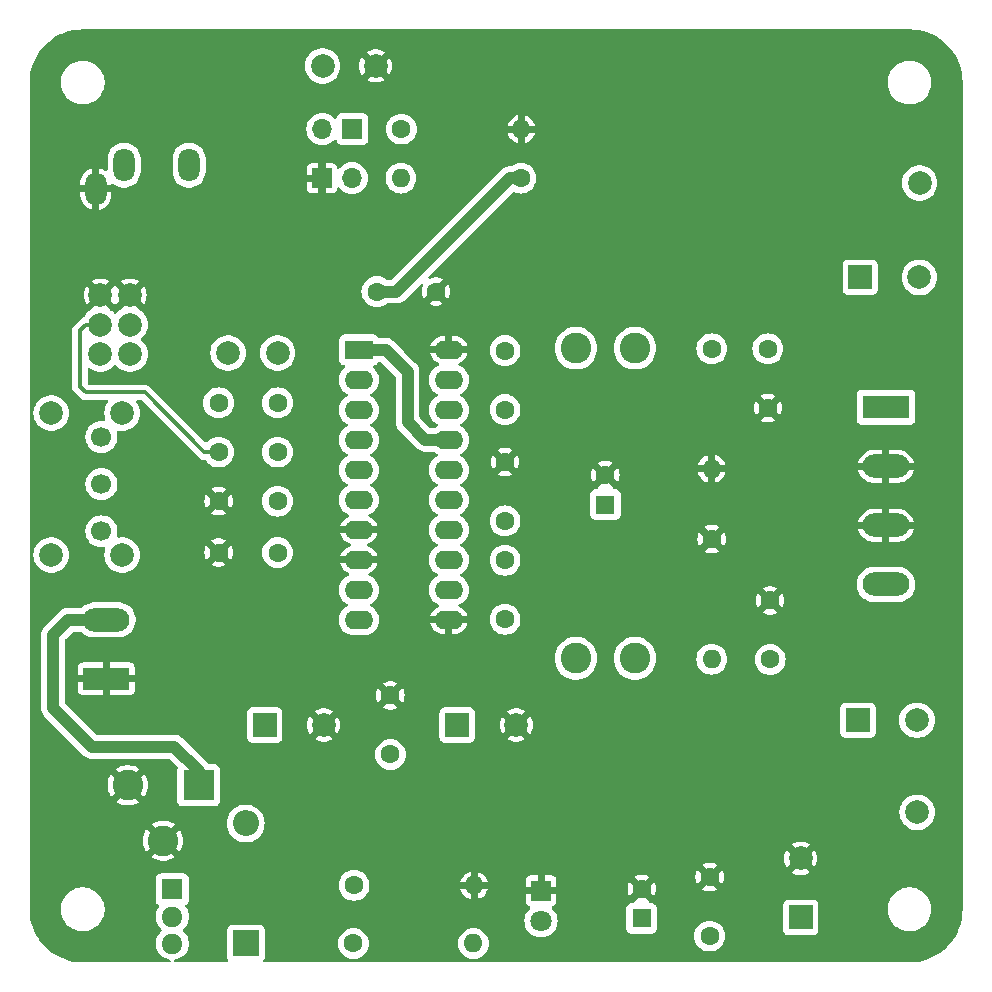
<source format=gbr>
%TF.GenerationSoftware,KiCad,Pcbnew,8.0.5*%
%TF.CreationDate,2024-09-30T23:59:36-04:00*%
%TF.ProjectId,TPA3122D2_Amplifier_lcsc,54504133-3132-4324-9432-5f416d706c69,rev?*%
%TF.SameCoordinates,Original*%
%TF.FileFunction,Copper,L2,Bot*%
%TF.FilePolarity,Positive*%
%FSLAX46Y46*%
G04 Gerber Fmt 4.6, Leading zero omitted, Abs format (unit mm)*
G04 Created by KiCad (PCBNEW 8.0.5) date 2024-09-30 23:59:36*
%MOMM*%
%LPD*%
G01*
G04 APERTURE LIST*
%TA.AperFunction,ComponentPad*%
%ADD10R,1.700000X1.700000*%
%TD*%
%TA.AperFunction,ComponentPad*%
%ADD11O,1.700000X1.700000*%
%TD*%
%TA.AperFunction,ComponentPad*%
%ADD12C,1.600000*%
%TD*%
%TA.AperFunction,ComponentPad*%
%ADD13O,1.600000X1.600000*%
%TD*%
%TA.AperFunction,ComponentPad*%
%ADD14R,2.000000X2.000000*%
%TD*%
%TA.AperFunction,ComponentPad*%
%ADD15C,2.000000*%
%TD*%
%TA.AperFunction,ComponentPad*%
%ADD16C,2.600000*%
%TD*%
%TA.AperFunction,ComponentPad*%
%ADD17R,2.600000X2.600000*%
%TD*%
%TA.AperFunction,ComponentPad*%
%ADD18O,1.800000X2.800000*%
%TD*%
%TA.AperFunction,ComponentPad*%
%ADD19R,3.960000X1.980000*%
%TD*%
%TA.AperFunction,ComponentPad*%
%ADD20O,3.960000X1.980000*%
%TD*%
%TA.AperFunction,ComponentPad*%
%ADD21R,2.400000X1.600000*%
%TD*%
%TA.AperFunction,ComponentPad*%
%ADD22O,2.400000X1.600000*%
%TD*%
%TA.AperFunction,ComponentPad*%
%ADD23C,1.700000*%
%TD*%
%TA.AperFunction,ComponentPad*%
%ADD24R,2.200000X2.200000*%
%TD*%
%TA.AperFunction,ComponentPad*%
%ADD25O,2.200000X2.200000*%
%TD*%
%TA.AperFunction,ComponentPad*%
%ADD26R,1.800000X1.717500*%
%TD*%
%TA.AperFunction,ComponentPad*%
%ADD27O,1.800000X1.717500*%
%TD*%
%TA.AperFunction,ComponentPad*%
%ADD28R,1.600000X1.600000*%
%TD*%
%TA.AperFunction,ComponentPad*%
%ADD29R,1.800000X1.800000*%
%TD*%
%TA.AperFunction,ComponentPad*%
%ADD30C,1.800000*%
%TD*%
%TA.AperFunction,ViaPad*%
%ADD31C,0.762000*%
%TD*%
%TA.AperFunction,Conductor*%
%ADD32C,1.016000*%
%TD*%
%TA.AperFunction,Conductor*%
%ADD33C,0.304800*%
%TD*%
G04 APERTURE END LIST*
D10*
%TO.P,JP2,1,A*%
%TO.N,MUTE*%
X127825000Y-58950000D03*
D11*
%TO.P,JP2,2,B*%
%TO.N,VCC*%
X125285000Y-58950000D03*
%TD*%
D12*
%TO.P,C14,1*%
%TO.N,VCC*%
X131050000Y-111900000D03*
%TO.P,C14,2*%
%TO.N,GND*%
X131050000Y-106900000D03*
%TD*%
%TO.P,R4,1*%
%TO.N,MUTE*%
X131970000Y-58950000D03*
D13*
%TO.P,R4,2*%
%TO.N,GND*%
X142130000Y-58950000D03*
%TD*%
D12*
%TO.P,R1,1*%
%TO.N,Net-(D1-A)*%
X127970000Y-122975000D03*
D13*
%TO.P,R1,2*%
%TO.N,GND*%
X138130000Y-122975000D03*
%TD*%
D10*
%TO.P,JP1,1,A*%
%TO.N,GND*%
X125255000Y-63100000D03*
D11*
%TO.P,JP1,2,B*%
%TO.N,~{SD}*%
X127795000Y-63100000D03*
%TD*%
D14*
%TO.P,C10,1*%
%TO.N,/POWA*%
X170832323Y-71500000D03*
D15*
%TO.P,C10,2*%
%TO.N,/POWC*%
X175832323Y-71500000D03*
%TD*%
D16*
%TO.P,L1,1,1*%
%TO.N,BSL*%
X146750000Y-77500000D03*
%TO.P,L1,2,2*%
%TO.N,/POWA*%
X151750000Y-77500000D03*
%TD*%
D14*
%TO.P,C1,1*%
%TO.N,VCC*%
X165775000Y-125700000D03*
D15*
%TO.P,C1,2*%
%TO.N,GND*%
X165775000Y-120700000D03*
%TD*%
%TO.P,TP1,1,1*%
%TO.N,VCC*%
X125300000Y-53600000D03*
%TD*%
D16*
%TO.P,L2,1,1*%
%TO.N,BSR*%
X146750000Y-103750000D03*
%TO.P,L2,2,2*%
%TO.N,/POWB*%
X151750000Y-103750000D03*
%TD*%
D17*
%TO.P,J1,1*%
%TO.N,/VIN1*%
X114800000Y-114500000D03*
D16*
%TO.P,J1,2*%
%TO.N,GND*%
X108800000Y-114500000D03*
%TO.P,J1,3*%
X111800000Y-119200000D03*
%TD*%
D15*
%TO.P,TP5,1,1*%
%TO.N,/POWC*%
X175850000Y-63500000D03*
%TD*%
D14*
%TO.P,C13,1*%
%TO.N,VCC*%
X120400000Y-109400000D03*
D15*
%TO.P,C13,2*%
%TO.N,GND*%
X125400000Y-109400000D03*
%TD*%
%TO.P,TP3,1,1*%
%TO.N,RIN*%
X117300000Y-77900000D03*
%TD*%
D12*
%TO.P,C16,1*%
%TO.N,VCC*%
X140750000Y-92120000D03*
%TO.P,C16,2*%
%TO.N,GND*%
X140750000Y-87120000D03*
%TD*%
%TO.P,C9,1*%
%TO.N,BSR*%
X140750000Y-95450000D03*
%TO.P,C9,2*%
%TO.N,ROUT*%
X140750000Y-100450000D03*
%TD*%
D15*
%TO.P,TP4,1,1*%
%TO.N,LIN*%
X121500000Y-77900000D03*
%TD*%
D18*
%TO.P,J3,R*%
%TO.N,Net-(J3-PadR)*%
X114000000Y-62000000D03*
%TO.P,J3,S*%
%TO.N,GND*%
X106100000Y-64000000D03*
%TO.P,J3,T*%
%TO.N,Net-(J3-PadT)*%
X108500000Y-62000000D03*
%TD*%
D19*
%TO.P,J2,1,Pin_1*%
%TO.N,GND*%
X107000000Y-105500000D03*
D20*
%TO.P,J2,2,Pin_2*%
%TO.N,/VIN1*%
X107000000Y-100500000D03*
%TD*%
D21*
%TO.P,U1,1,PVCCL*%
%TO.N,VCC*%
X128380000Y-77640000D03*
D22*
%TO.P,U1,2,~{SD}*%
%TO.N,~{SD}*%
X128380000Y-80180000D03*
%TO.P,U1,3,MUTE*%
%TO.N,MUTE*%
X128380000Y-82720000D03*
%TO.P,U1,4,LIN*%
%TO.N,LIN*%
X128380000Y-85260000D03*
%TO.P,U1,5,RIN*%
%TO.N,RIN*%
X128380000Y-87800000D03*
%TO.P,U1,6,BYPASS*%
%TO.N,Net-(U1-BYPASS)*%
X128380000Y-90340000D03*
%TO.P,U1,7,AGND*%
%TO.N,GND*%
X128380000Y-92880000D03*
%TO.P,U1,8,AGND*%
X128380000Y-95420000D03*
%TO.P,U1,9,VCLAMP*%
%TO.N,Net-(U1-VCLAMP)*%
X128380000Y-97960000D03*
%TO.P,U1,10,PVCCR*%
%TO.N,VCC*%
X128380000Y-100500000D03*
%TO.P,U1,11,PGNDR*%
%TO.N,GND*%
X136000000Y-100500000D03*
%TO.P,U1,12,ROUT*%
%TO.N,ROUT*%
X136000000Y-97960000D03*
%TO.P,U1,13,BSR*%
%TO.N,BSR*%
X136000000Y-95420000D03*
%TO.P,U1,14,GAIN1*%
%TO.N,VCC*%
X136000000Y-92880000D03*
%TO.P,U1,15,GAIN0*%
X136000000Y-90340000D03*
%TO.P,U1,16,AVCC*%
X136000000Y-87800000D03*
%TO.P,U1,17,AVCC*%
X136000000Y-85260000D03*
%TO.P,U1,18,BSL*%
%TO.N,BSL*%
X136000000Y-82720000D03*
%TO.P,U1,19,LOUT*%
%TO.N,LOUT*%
X136000000Y-80180000D03*
%TO.P,U1,20,PGNDL*%
%TO.N,GND*%
X136000000Y-77640000D03*
%TD*%
D12*
%TO.P,C4,1*%
%TO.N,Net-(U1-VCLAMP)*%
X121500000Y-94800000D03*
%TO.P,C4,2*%
%TO.N,GND*%
X116500000Y-94800000D03*
%TD*%
D15*
%TO.P,SW1,*%
%TO.N,*%
X108332500Y-83000000D03*
X102332500Y-83000000D03*
X108332500Y-95000000D03*
X102332500Y-95000000D03*
D23*
%TO.P,SW1,1,A*%
%TO.N,unconnected-(SW1-A-Pad1)*%
X106582500Y-85000000D03*
%TO.P,SW1,2,B*%
%TO.N,/VIN1*%
X106582500Y-89000000D03*
%TO.P,SW1,3,C*%
%TO.N,/VIN2*%
X106582500Y-93000000D03*
%TD*%
D24*
%TO.P,D1,1,K*%
%TO.N,VCC*%
X118800000Y-127900000D03*
D25*
%TO.P,D1,2,A*%
%TO.N,Net-(D1-A)*%
X118800000Y-117740000D03*
%TD*%
D12*
%TO.P,R2,1*%
%TO.N,VCC*%
X127920000Y-127900000D03*
D13*
%TO.P,R2,2*%
%TO.N,Net-(D2-A)*%
X138080000Y-127900000D03*
%TD*%
D12*
%TO.P,C15,1*%
%TO.N,VCC*%
X129900000Y-72700000D03*
%TO.P,C15,2*%
%TO.N,GND*%
X134900000Y-72700000D03*
%TD*%
D19*
%TO.P,J4,1,Pin_1*%
%TO.N,/POWC*%
X173000000Y-82500000D03*
D20*
%TO.P,J4,2,Pin_2*%
%TO.N,GND*%
X173000000Y-87500000D03*
%TO.P,J4,3,Pin_3*%
X173000000Y-92500000D03*
%TO.P,J4,4,Pin_4*%
%TO.N,/POWD*%
X173000000Y-97500000D03*
%TD*%
D12*
%TO.P,C3,1*%
%TO.N,VCC*%
X158075000Y-127275000D03*
%TO.P,C3,2*%
%TO.N,GND*%
X158075000Y-122275000D03*
%TD*%
D26*
%TO.P,Q1,1,G*%
%TO.N,Net-(D1-A)*%
X112580000Y-123330000D03*
D27*
%TO.P,Q1,2,D*%
%TO.N,/VIN2*%
X112580000Y-125620000D03*
%TO.P,Q1,3,S*%
%TO.N,VCC*%
X112580000Y-127910000D03*
%TD*%
D15*
%TO.P,TP2,1,1*%
%TO.N,GND*%
X129800000Y-53600000D03*
%TD*%
%TO.P,RV1,1,1*%
%TO.N,Net-(J3-PadT)*%
X109000000Y-78000000D03*
%TO.P,RV1,2,2*%
%TO.N,Net-(C18-Pad1)*%
X109000000Y-75500000D03*
%TO.P,RV1,3,3*%
%TO.N,GND*%
X109000000Y-73000000D03*
%TO.P,RV1,4,4*%
%TO.N,Net-(J3-PadR)*%
X106500000Y-78000000D03*
%TO.P,RV1,5,5*%
%TO.N,Net-(C19-Pad1)*%
X106500000Y-75500000D03*
%TO.P,RV1,6,6*%
%TO.N,GND*%
X106500000Y-73000000D03*
%TD*%
D28*
%TO.P,C17,1*%
%TO.N,VCC*%
X149250000Y-90750000D03*
D12*
%TO.P,C17,2*%
%TO.N,GND*%
X149250000Y-88250000D03*
%TD*%
D14*
%TO.P,C12,1*%
%TO.N,VCC*%
X136700000Y-109400000D03*
D15*
%TO.P,C12,2*%
%TO.N,GND*%
X141700000Y-109400000D03*
%TD*%
%TO.P,TP6,1,1*%
%TO.N,/POWD*%
X175650000Y-116800000D03*
%TD*%
D12*
%TO.P,C19,1*%
%TO.N,Net-(C19-Pad1)*%
X116500000Y-86300000D03*
%TO.P,C19,2*%
%TO.N,RIN*%
X121500000Y-86300000D03*
%TD*%
D14*
%TO.P,C11,1*%
%TO.N,/POWB*%
X170632323Y-109000000D03*
D15*
%TO.P,C11,2*%
%TO.N,/POWD*%
X175632323Y-109000000D03*
%TD*%
D12*
%TO.P,R6,1*%
%TO.N,GND*%
X158250000Y-93670000D03*
D13*
%TO.P,R6,2*%
%TO.N,/POWB*%
X158250000Y-103830000D03*
%TD*%
D29*
%TO.P,D2,1,K*%
%TO.N,GND*%
X143800000Y-123435000D03*
D30*
%TO.P,D2,2,A*%
%TO.N,Net-(D2-A)*%
X143800000Y-125975000D03*
%TD*%
D12*
%TO.P,C8,1*%
%TO.N,GND*%
X163200000Y-98850000D03*
%TO.P,C8,2*%
%TO.N,/POWB*%
X163200000Y-103850000D03*
%TD*%
%TO.P,C5,1*%
%TO.N,Net-(U1-BYPASS)*%
X121500000Y-90450000D03*
%TO.P,C5,2*%
%TO.N,GND*%
X116500000Y-90450000D03*
%TD*%
%TO.P,C18,1*%
%TO.N,Net-(C18-Pad1)*%
X116500000Y-82125000D03*
%TO.P,C18,2*%
%TO.N,LIN*%
X121500000Y-82125000D03*
%TD*%
%TO.P,C6,1*%
%TO.N,BSL*%
X140750000Y-82700000D03*
%TO.P,C6,2*%
%TO.N,LOUT*%
X140750000Y-77700000D03*
%TD*%
%TO.P,C7,1*%
%TO.N,/POWA*%
X163000000Y-77550000D03*
%TO.P,C7,2*%
%TO.N,GND*%
X163000000Y-82550000D03*
%TD*%
%TO.P,R3,1*%
%TO.N,VCC*%
X142100000Y-63100000D03*
D13*
%TO.P,R3,2*%
%TO.N,~{SD}*%
X131940000Y-63100000D03*
%TD*%
D12*
%TO.P,R5,1*%
%TO.N,/POWA*%
X158250000Y-77550000D03*
D13*
%TO.P,R5,2*%
%TO.N,GND*%
X158250000Y-87710000D03*
%TD*%
D28*
%TO.P,C2,1*%
%TO.N,VCC*%
X152325000Y-125775000D03*
D12*
%TO.P,C2,2*%
%TO.N,GND*%
X152325000Y-123275000D03*
%TD*%
D31*
%TO.N,GND*%
X102500000Y-87500000D03*
X145000000Y-75000000D03*
X145000000Y-90000000D03*
X139000000Y-85000000D03*
X165000000Y-90000000D03*
X110000000Y-100000000D03*
X115000000Y-75000000D03*
X115000000Y-90000000D03*
X133000000Y-90000000D03*
X102500000Y-92500000D03*
X175000000Y-120000000D03*
X131000000Y-88000000D03*
X131000000Y-84000000D03*
X120000000Y-55000000D03*
X175000000Y-90000000D03*
X150000000Y-55000000D03*
X150000000Y-65000000D03*
X115000000Y-80000000D03*
X134000000Y-101000000D03*
X145000000Y-100000000D03*
X172000000Y-128000000D03*
X110000000Y-129000000D03*
X140000000Y-55000000D03*
X119500000Y-79000000D03*
X155000000Y-110000000D03*
X125000000Y-120000000D03*
X132000000Y-128000000D03*
X120000000Y-100000000D03*
X115000000Y-117500000D03*
X145000000Y-110000000D03*
X160000000Y-65000000D03*
X130000000Y-103000000D03*
X165000000Y-100000000D03*
X173000000Y-74000000D03*
X160000000Y-55000000D03*
X170000000Y-65000000D03*
X115000000Y-102500000D03*
X175000000Y-100000000D03*
X139000000Y-90000000D03*
X131000000Y-92000000D03*
X150000000Y-120000000D03*
X142000000Y-85000000D03*
X155000000Y-100000000D03*
X126000000Y-75000000D03*
X126000000Y-100000000D03*
X135000000Y-128000000D03*
X165000000Y-75000000D03*
X155000000Y-80000000D03*
X131000000Y-96000000D03*
X126000000Y-78000000D03*
X139000000Y-87000000D03*
X142000000Y-98000000D03*
X143000000Y-80000000D03*
X135000000Y-75000000D03*
X120000000Y-65000000D03*
X102500000Y-115000000D03*
X165000000Y-80000000D03*
X165000000Y-110000000D03*
X173000000Y-68000000D03*
X126000000Y-82000000D03*
X138000000Y-100000000D03*
X175000000Y-80000000D03*
X135000000Y-65000000D03*
X155000000Y-75000000D03*
X131000000Y-98000000D03*
X133000000Y-87000000D03*
X133000000Y-103000000D03*
X146000000Y-128000000D03*
X141000000Y-90000000D03*
X137000000Y-103000000D03*
X140000000Y-120000000D03*
X110000000Y-127000000D03*
X143000000Y-94000000D03*
X155000000Y-90000000D03*
X160000000Y-120000000D03*
X170000000Y-55000000D03*
X110000000Y-55000000D03*
X126000000Y-102000000D03*
%TD*%
D32*
%TO.N,VCC*%
X131550000Y-72700000D02*
X141150000Y-63100000D01*
X128380000Y-77640000D02*
X130640000Y-77640000D01*
X132500000Y-83750000D02*
X134010000Y-85260000D01*
X132500000Y-79500000D02*
X132500000Y-83750000D01*
X141150000Y-63100000D02*
X142100000Y-63100000D01*
X129900000Y-72700000D02*
X131550000Y-72700000D01*
X134010000Y-85260000D02*
X136000000Y-85260000D01*
X130640000Y-77640000D02*
X132500000Y-79500000D01*
D33*
%TO.N,Net-(C19-Pad1)*%
X110250000Y-81250000D02*
X105250000Y-81250000D01*
X115300000Y-86300000D02*
X110250000Y-81250000D01*
X104750000Y-80750000D02*
X104750000Y-76000000D01*
X116500000Y-86300000D02*
X115300000Y-86300000D01*
X105250000Y-81250000D02*
X104750000Y-80750000D01*
X104750000Y-76000000D02*
X105250000Y-75500000D01*
X105250000Y-75500000D02*
X106500000Y-75500000D01*
D32*
%TO.N,/VIN1*%
X102500000Y-101750000D02*
X103750000Y-100500000D01*
X114800000Y-114500000D02*
X114800000Y-113300000D01*
X102500000Y-108000000D02*
X102500000Y-101750000D01*
X114800000Y-113300000D02*
X112750000Y-111250000D01*
X112750000Y-111250000D02*
X105750000Y-111250000D01*
X105750000Y-111250000D02*
X102500000Y-108000000D01*
X103750000Y-100500000D02*
X107000000Y-100500000D01*
%TD*%
%TA.AperFunction,Conductor*%
%TO.N,GND*%
G36*
X108440889Y-73231591D02*
G01*
X108519881Y-73368408D01*
X108631592Y-73480119D01*
X108768409Y-73559111D01*
X108844708Y-73579555D01*
X108207239Y-74217023D01*
X108178588Y-74238390D01*
X108176502Y-74239519D01*
X108176494Y-74239523D01*
X107980255Y-74392262D01*
X107980252Y-74392265D01*
X107841229Y-74543284D01*
X107781342Y-74579275D01*
X107711504Y-74577174D01*
X107658771Y-74543284D01*
X107519747Y-74392265D01*
X107519746Y-74392264D01*
X107519744Y-74392262D01*
X107421626Y-74315894D01*
X107323511Y-74239527D01*
X107323502Y-74239521D01*
X107321417Y-74238393D01*
X107292758Y-74217022D01*
X106655291Y-73579555D01*
X106731591Y-73559111D01*
X106868408Y-73480119D01*
X106980119Y-73368408D01*
X107059111Y-73231591D01*
X107079555Y-73155291D01*
X107679127Y-73754864D01*
X107737206Y-73748841D01*
X107762792Y-73748841D01*
X107820870Y-73754864D01*
X108420444Y-73155291D01*
X108440889Y-73231591D01*
G37*
%TD.AperFunction*%
%TA.AperFunction,Conductor*%
G36*
X175002702Y-50500617D02*
G01*
X175386771Y-50517386D01*
X175397506Y-50518326D01*
X175775971Y-50568152D01*
X175786597Y-50570025D01*
X176159284Y-50652648D01*
X176169710Y-50655442D01*
X176533765Y-50770227D01*
X176543911Y-50773920D01*
X176896578Y-50920000D01*
X176906369Y-50924566D01*
X177244942Y-51100816D01*
X177254310Y-51106224D01*
X177576244Y-51311318D01*
X177585105Y-51317523D01*
X177887930Y-51549889D01*
X177896217Y-51556843D01*
X178177635Y-51814715D01*
X178185284Y-51822364D01*
X178443156Y-52103782D01*
X178450110Y-52112069D01*
X178682476Y-52414894D01*
X178688681Y-52423755D01*
X178893775Y-52745689D01*
X178899183Y-52755057D01*
X179075430Y-53093623D01*
X179080002Y-53103427D01*
X179226075Y-53456078D01*
X179229775Y-53466244D01*
X179344554Y-53830278D01*
X179347354Y-53840727D01*
X179429971Y-54213389D01*
X179431849Y-54224042D01*
X179481671Y-54602473D01*
X179482614Y-54613249D01*
X179499382Y-54997297D01*
X179499500Y-55002706D01*
X179499500Y-124997293D01*
X179499382Y-125002702D01*
X179482614Y-125386750D01*
X179481671Y-125397526D01*
X179431849Y-125775957D01*
X179429971Y-125786610D01*
X179347354Y-126159272D01*
X179344554Y-126169721D01*
X179229775Y-126533755D01*
X179226075Y-126543921D01*
X179080002Y-126896572D01*
X179075430Y-126906376D01*
X178899183Y-127244942D01*
X178893775Y-127254310D01*
X178688681Y-127576244D01*
X178682476Y-127585105D01*
X178450110Y-127887930D01*
X178443156Y-127896217D01*
X178185284Y-128177635D01*
X178177635Y-128185284D01*
X177896217Y-128443156D01*
X177887930Y-128450110D01*
X177585105Y-128682476D01*
X177576244Y-128688681D01*
X177254310Y-128893775D01*
X177244942Y-128899183D01*
X176906376Y-129075430D01*
X176896572Y-129080002D01*
X176543921Y-129226075D01*
X176533755Y-129229775D01*
X176169721Y-129344554D01*
X176159272Y-129347354D01*
X175786610Y-129429971D01*
X175775957Y-129431849D01*
X175397526Y-129481671D01*
X175386750Y-129482614D01*
X175123886Y-129494091D01*
X175023431Y-129498477D01*
X175002703Y-129499382D01*
X174997294Y-129499500D01*
X120399001Y-129499500D01*
X120331962Y-129479815D01*
X120286207Y-129427011D01*
X120276263Y-129357853D01*
X120299734Y-129301189D01*
X120343796Y-129242331D01*
X120394091Y-129107483D01*
X120400500Y-129047873D01*
X120400499Y-127899998D01*
X126614532Y-127899998D01*
X126614532Y-127900001D01*
X126634364Y-128126686D01*
X126634366Y-128126697D01*
X126693258Y-128346488D01*
X126693261Y-128346497D01*
X126789431Y-128552732D01*
X126789432Y-128552734D01*
X126919954Y-128739141D01*
X127080858Y-128900045D01*
X127080861Y-128900047D01*
X127267266Y-129030568D01*
X127473504Y-129126739D01*
X127693308Y-129185635D01*
X127855230Y-129199801D01*
X127919998Y-129205468D01*
X127920000Y-129205468D01*
X127920002Y-129205468D01*
X127976673Y-129200509D01*
X128146692Y-129185635D01*
X128366496Y-129126739D01*
X128572734Y-129030568D01*
X128759139Y-128900047D01*
X128920047Y-128739139D01*
X129050568Y-128552734D01*
X129146739Y-128346496D01*
X129205635Y-128126692D01*
X129225468Y-127900000D01*
X129225468Y-127899998D01*
X136774532Y-127899998D01*
X136774532Y-127900001D01*
X136794364Y-128126686D01*
X136794366Y-128126697D01*
X136853258Y-128346488D01*
X136853261Y-128346497D01*
X136949431Y-128552732D01*
X136949432Y-128552734D01*
X137079954Y-128739141D01*
X137240858Y-128900045D01*
X137240861Y-128900047D01*
X137427266Y-129030568D01*
X137633504Y-129126739D01*
X137853308Y-129185635D01*
X138015230Y-129199801D01*
X138079998Y-129205468D01*
X138080000Y-129205468D01*
X138080002Y-129205468D01*
X138136673Y-129200509D01*
X138306692Y-129185635D01*
X138526496Y-129126739D01*
X138732734Y-129030568D01*
X138919139Y-128900047D01*
X139080047Y-128739139D01*
X139210568Y-128552734D01*
X139306739Y-128346496D01*
X139365635Y-128126692D01*
X139385468Y-127900000D01*
X139365635Y-127673308D01*
X139306739Y-127453504D01*
X139210568Y-127247266D01*
X139080047Y-127060861D01*
X139080045Y-127060858D01*
X138919141Y-126899954D01*
X138732734Y-126769432D01*
X138732732Y-126769431D01*
X138526497Y-126673261D01*
X138526488Y-126673258D01*
X138306697Y-126614366D01*
X138306693Y-126614365D01*
X138306692Y-126614365D01*
X138306691Y-126614364D01*
X138306686Y-126614364D01*
X138080002Y-126594532D01*
X138079998Y-126594532D01*
X137853313Y-126614364D01*
X137853302Y-126614366D01*
X137633511Y-126673258D01*
X137633502Y-126673261D01*
X137427267Y-126769431D01*
X137427265Y-126769432D01*
X137240858Y-126899954D01*
X137079954Y-127060858D01*
X136949432Y-127247265D01*
X136949431Y-127247267D01*
X136853261Y-127453502D01*
X136853258Y-127453511D01*
X136794366Y-127673302D01*
X136794364Y-127673313D01*
X136774532Y-127899998D01*
X129225468Y-127899998D01*
X129205635Y-127673308D01*
X129146739Y-127453504D01*
X129050568Y-127247266D01*
X128920047Y-127060861D01*
X128920045Y-127060858D01*
X128759141Y-126899954D01*
X128572734Y-126769432D01*
X128572732Y-126769431D01*
X128366497Y-126673261D01*
X128366488Y-126673258D01*
X128146697Y-126614366D01*
X128146693Y-126614365D01*
X128146692Y-126614365D01*
X128146691Y-126614364D01*
X128146686Y-126614364D01*
X127920002Y-126594532D01*
X127919998Y-126594532D01*
X127693313Y-126614364D01*
X127693302Y-126614366D01*
X127473511Y-126673258D01*
X127473502Y-126673261D01*
X127267267Y-126769431D01*
X127267265Y-126769432D01*
X127080858Y-126899954D01*
X126919954Y-127060858D01*
X126789432Y-127247265D01*
X126789431Y-127247267D01*
X126693261Y-127453502D01*
X126693258Y-127453511D01*
X126634366Y-127673302D01*
X126634364Y-127673313D01*
X126614532Y-127899998D01*
X120400499Y-127899998D01*
X120400499Y-126752128D01*
X120394091Y-126692517D01*
X120390348Y-126682482D01*
X120343797Y-126557671D01*
X120343793Y-126557664D01*
X120257547Y-126442455D01*
X120257544Y-126442452D01*
X120142335Y-126356206D01*
X120142328Y-126356202D01*
X120007482Y-126305908D01*
X120007483Y-126305908D01*
X119947883Y-126299501D01*
X119947881Y-126299500D01*
X119947873Y-126299500D01*
X119947864Y-126299500D01*
X117652129Y-126299500D01*
X117652123Y-126299501D01*
X117592516Y-126305908D01*
X117457671Y-126356202D01*
X117457664Y-126356206D01*
X117342455Y-126442452D01*
X117342452Y-126442455D01*
X117256206Y-126557664D01*
X117256202Y-126557671D01*
X117205908Y-126692517D01*
X117199957Y-126747872D01*
X117199501Y-126752123D01*
X117199500Y-126752135D01*
X117199500Y-129047870D01*
X117199501Y-129047876D01*
X117205908Y-129107483D01*
X117256202Y-129242328D01*
X117256204Y-129242331D01*
X117300265Y-129301189D01*
X117324683Y-129366652D01*
X117309832Y-129434925D01*
X117260427Y-129484331D01*
X117200999Y-129499500D01*
X112850055Y-129499500D01*
X112783016Y-129479815D01*
X112737261Y-129427011D01*
X112727317Y-129357853D01*
X112756342Y-129294297D01*
X112815120Y-129256523D01*
X112830657Y-129253027D01*
X112877455Y-129245614D01*
X112939542Y-129235781D01*
X113143021Y-129169666D01*
X113333652Y-129072535D01*
X113506742Y-128946778D01*
X113658028Y-128795492D01*
X113783785Y-128622402D01*
X113880916Y-128431771D01*
X113947031Y-128228292D01*
X113965111Y-128114139D01*
X113980500Y-128016980D01*
X113980500Y-127803019D01*
X113947031Y-127591711D01*
X113947031Y-127591708D01*
X113880916Y-127388229D01*
X113783785Y-127197598D01*
X113658028Y-127024508D01*
X113506742Y-126873222D01*
X113506738Y-126873218D01*
X113495865Y-126865319D01*
X113453199Y-126809990D01*
X113447218Y-126740377D01*
X113479823Y-126678581D01*
X113495865Y-126664681D01*
X113506738Y-126656781D01*
X113506738Y-126656780D01*
X113506742Y-126656778D01*
X113658028Y-126505492D01*
X113783785Y-126332402D01*
X113880916Y-126141771D01*
X113935106Y-125974993D01*
X142394700Y-125974993D01*
X142394700Y-125975006D01*
X142413864Y-126206297D01*
X142413866Y-126206308D01*
X142470842Y-126431300D01*
X142564075Y-126643848D01*
X142691016Y-126838147D01*
X142691019Y-126838151D01*
X142691021Y-126838153D01*
X142848216Y-127008913D01*
X142848219Y-127008915D01*
X142848222Y-127008918D01*
X143031365Y-127151464D01*
X143031371Y-127151468D01*
X143031374Y-127151470D01*
X143235497Y-127261936D01*
X143349487Y-127301068D01*
X143455015Y-127337297D01*
X143455017Y-127337297D01*
X143455019Y-127337298D01*
X143683951Y-127375500D01*
X143683952Y-127375500D01*
X143916048Y-127375500D01*
X143916049Y-127375500D01*
X144144981Y-127337298D01*
X144326455Y-127274998D01*
X156769532Y-127274998D01*
X156769532Y-127275001D01*
X156789364Y-127501686D01*
X156789366Y-127501697D01*
X156848258Y-127721488D01*
X156848261Y-127721497D01*
X156944431Y-127927732D01*
X156944432Y-127927734D01*
X157074954Y-128114141D01*
X157235858Y-128275045D01*
X157235861Y-128275047D01*
X157422266Y-128405568D01*
X157628504Y-128501739D01*
X157848308Y-128560635D01*
X158010230Y-128574801D01*
X158074998Y-128580468D01*
X158075000Y-128580468D01*
X158075002Y-128580468D01*
X158131673Y-128575509D01*
X158301692Y-128560635D01*
X158521496Y-128501739D01*
X158727734Y-128405568D01*
X158914139Y-128275047D01*
X159075047Y-128114139D01*
X159205568Y-127927734D01*
X159301739Y-127721496D01*
X159360635Y-127501692D01*
X159380468Y-127275000D01*
X159378041Y-127247265D01*
X159373389Y-127194091D01*
X159360635Y-127048308D01*
X159313720Y-126873218D01*
X159301741Y-126828511D01*
X159301738Y-126828502D01*
X159296529Y-126817331D01*
X159205568Y-126622266D01*
X159079664Y-126442455D01*
X159075045Y-126435858D01*
X158914141Y-126274954D01*
X158727734Y-126144432D01*
X158727732Y-126144431D01*
X158521497Y-126048261D01*
X158521488Y-126048258D01*
X158301697Y-125989366D01*
X158301693Y-125989365D01*
X158301692Y-125989365D01*
X158301691Y-125989364D01*
X158301686Y-125989364D01*
X158075002Y-125969532D01*
X158074998Y-125969532D01*
X157848313Y-125989364D01*
X157848302Y-125989366D01*
X157628511Y-126048258D01*
X157628502Y-126048261D01*
X157422267Y-126144431D01*
X157422265Y-126144432D01*
X157235858Y-126274954D01*
X157074954Y-126435858D01*
X156944432Y-126622265D01*
X156944431Y-126622267D01*
X156848261Y-126828502D01*
X156848258Y-126828511D01*
X156789366Y-127048302D01*
X156789364Y-127048313D01*
X156769532Y-127274998D01*
X144326455Y-127274998D01*
X144364503Y-127261936D01*
X144568626Y-127151470D01*
X144578485Y-127143797D01*
X144630129Y-127103600D01*
X144751784Y-127008913D01*
X144908979Y-126838153D01*
X145035924Y-126643849D01*
X145129157Y-126431300D01*
X145186134Y-126206305D01*
X145186135Y-126206297D01*
X145205300Y-125975006D01*
X145205300Y-125974993D01*
X145186135Y-125743702D01*
X145186133Y-125743691D01*
X145129157Y-125518699D01*
X145035924Y-125306151D01*
X144908983Y-125111852D01*
X144908980Y-125111849D01*
X144908979Y-125111847D01*
X144751784Y-124941087D01*
X144751779Y-124941083D01*
X144748008Y-124937611D01*
X144749258Y-124936252D01*
X144742697Y-124927135D01*
X151024500Y-124927135D01*
X151024500Y-126622870D01*
X151024501Y-126622876D01*
X151030908Y-126682483D01*
X151081202Y-126817328D01*
X151081206Y-126817335D01*
X151167452Y-126932544D01*
X151167455Y-126932547D01*
X151282664Y-127018793D01*
X151282671Y-127018797D01*
X151417517Y-127069091D01*
X151417516Y-127069091D01*
X151424444Y-127069835D01*
X151477127Y-127075500D01*
X153172872Y-127075499D01*
X153232483Y-127069091D01*
X153367331Y-127018796D01*
X153482546Y-126932546D01*
X153568796Y-126817331D01*
X153619091Y-126682483D01*
X153625500Y-126622873D01*
X153625499Y-124927128D01*
X153619091Y-124867517D01*
X153568796Y-124732669D01*
X153568795Y-124732668D01*
X153568793Y-124732664D01*
X153508509Y-124652135D01*
X164274500Y-124652135D01*
X164274500Y-126747870D01*
X164274501Y-126747876D01*
X164280908Y-126807483D01*
X164331202Y-126942328D01*
X164331206Y-126942335D01*
X164417452Y-127057544D01*
X164417455Y-127057547D01*
X164532664Y-127143793D01*
X164532671Y-127143797D01*
X164667517Y-127194091D01*
X164667516Y-127194091D01*
X164674444Y-127194835D01*
X164727127Y-127200500D01*
X166822872Y-127200499D01*
X166882483Y-127194091D01*
X167017331Y-127143796D01*
X167132546Y-127057546D01*
X167218796Y-126942331D01*
X167269091Y-126807483D01*
X167275500Y-126747873D01*
X167275499Y-124878711D01*
X173149500Y-124878711D01*
X173149500Y-125121288D01*
X173181161Y-125361785D01*
X173243947Y-125596104D01*
X173336773Y-125820205D01*
X173336776Y-125820212D01*
X173458064Y-126030289D01*
X173458066Y-126030292D01*
X173458067Y-126030293D01*
X173605733Y-126222736D01*
X173605739Y-126222743D01*
X173777256Y-126394260D01*
X173777263Y-126394266D01*
X173890321Y-126481018D01*
X173969711Y-126541936D01*
X174179788Y-126663224D01*
X174250508Y-126692517D01*
X174384156Y-126747876D01*
X174403900Y-126756054D01*
X174638211Y-126818838D01*
X174784926Y-126838153D01*
X174878711Y-126850500D01*
X174878712Y-126850500D01*
X175121289Y-126850500D01*
X175169388Y-126844167D01*
X175361789Y-126818838D01*
X175596100Y-126756054D01*
X175820212Y-126663224D01*
X176030289Y-126541936D01*
X176222738Y-126394265D01*
X176394265Y-126222738D01*
X176541936Y-126030289D01*
X176663224Y-125820212D01*
X176756054Y-125596100D01*
X176818838Y-125361789D01*
X176850500Y-125121288D01*
X176850500Y-124878712D01*
X176818838Y-124638211D01*
X176756054Y-124403900D01*
X176663224Y-124179788D01*
X176541936Y-123969711D01*
X176407945Y-123795090D01*
X176394266Y-123777263D01*
X176394260Y-123777256D01*
X176222743Y-123605739D01*
X176222736Y-123605733D01*
X176030293Y-123458067D01*
X176030292Y-123458066D01*
X176030289Y-123458064D01*
X175820212Y-123336776D01*
X175820205Y-123336773D01*
X175596104Y-123243947D01*
X175361785Y-123181161D01*
X175121289Y-123149500D01*
X175121288Y-123149500D01*
X174878712Y-123149500D01*
X174878711Y-123149500D01*
X174638214Y-123181161D01*
X174403895Y-123243947D01*
X174179794Y-123336773D01*
X174179785Y-123336777D01*
X173969706Y-123458067D01*
X173777263Y-123605733D01*
X173777256Y-123605739D01*
X173605739Y-123777256D01*
X173605733Y-123777263D01*
X173458067Y-123969706D01*
X173458064Y-123969710D01*
X173458064Y-123969711D01*
X173454983Y-123975047D01*
X173336777Y-124179785D01*
X173336773Y-124179794D01*
X173243947Y-124403895D01*
X173181161Y-124638214D01*
X173149500Y-124878711D01*
X167275499Y-124878711D01*
X167275499Y-124652128D01*
X167269091Y-124592517D01*
X167261830Y-124573050D01*
X167218797Y-124457671D01*
X167218793Y-124457664D01*
X167132547Y-124342455D01*
X167132544Y-124342452D01*
X167017335Y-124256206D01*
X167017328Y-124256202D01*
X166882482Y-124205908D01*
X166882483Y-124205908D01*
X166822883Y-124199501D01*
X166822881Y-124199500D01*
X166822873Y-124199500D01*
X166822864Y-124199500D01*
X164727129Y-124199500D01*
X164727123Y-124199501D01*
X164667516Y-124205908D01*
X164532671Y-124256202D01*
X164532664Y-124256206D01*
X164417455Y-124342452D01*
X164417452Y-124342455D01*
X164331206Y-124457664D01*
X164331202Y-124457671D01*
X164280908Y-124592517D01*
X164274501Y-124652116D01*
X164274501Y-124652123D01*
X164274500Y-124652135D01*
X153508509Y-124652135D01*
X153482547Y-124617455D01*
X153482544Y-124617452D01*
X153367335Y-124531206D01*
X153367328Y-124531202D01*
X153232482Y-124480908D01*
X153232483Y-124480908D01*
X153172883Y-124474501D01*
X153172881Y-124474500D01*
X153172873Y-124474500D01*
X153172865Y-124474500D01*
X153054664Y-124474500D01*
X152987625Y-124454815D01*
X152941870Y-124402011D01*
X152931490Y-124336211D01*
X152934655Y-124308919D01*
X152325001Y-123699264D01*
X152325000Y-123699264D01*
X151715343Y-124308919D01*
X151718509Y-124336211D01*
X151706681Y-124405072D01*
X151659501Y-124456607D01*
X151595336Y-124474500D01*
X151477130Y-124474500D01*
X151477123Y-124474501D01*
X151417516Y-124480908D01*
X151282671Y-124531202D01*
X151282664Y-124531206D01*
X151167455Y-124617452D01*
X151167452Y-124617455D01*
X151081206Y-124732664D01*
X151081202Y-124732671D01*
X151030908Y-124867517D01*
X151024501Y-124927116D01*
X151024501Y-124927123D01*
X151024500Y-124927135D01*
X144742697Y-124927135D01*
X144713141Y-124886063D01*
X144709468Y-124816290D01*
X144744101Y-124755608D01*
X144806043Y-124723282D01*
X144810723Y-124722449D01*
X144825148Y-124720164D01*
X144825155Y-124720162D01*
X144938041Y-124662643D01*
X144938050Y-124662636D01*
X145027636Y-124573050D01*
X145027639Y-124573046D01*
X145085166Y-124460144D01*
X145100000Y-124366486D01*
X145100000Y-123735000D01*
X144136396Y-123735000D01*
X144160090Y-123711306D01*
X144219333Y-123608694D01*
X144250000Y-123494244D01*
X144250000Y-123375756D01*
X144223002Y-123274999D01*
X151119859Y-123274999D01*
X151119859Y-123275000D01*
X151140378Y-123496439D01*
X151201238Y-123710345D01*
X151201242Y-123710355D01*
X151289046Y-123886689D01*
X151900736Y-123275000D01*
X151900736Y-123274999D01*
X151848076Y-123222339D01*
X151925000Y-123222339D01*
X151925000Y-123327661D01*
X151952259Y-123429394D01*
X152004920Y-123520606D01*
X152079394Y-123595080D01*
X152170606Y-123647741D01*
X152272339Y-123675000D01*
X152377661Y-123675000D01*
X152479394Y-123647741D01*
X152570606Y-123595080D01*
X152645080Y-123520606D01*
X152697741Y-123429394D01*
X152725000Y-123327661D01*
X152725000Y-123274999D01*
X152749264Y-123274999D01*
X152749264Y-123275000D01*
X153360953Y-123886689D01*
X153448759Y-123710350D01*
X153509621Y-123496439D01*
X153526998Y-123308919D01*
X157465343Y-123308919D01*
X157465343Y-123308920D01*
X157537813Y-123353792D01*
X157537831Y-123353801D01*
X157745190Y-123434133D01*
X157963807Y-123475000D01*
X158186193Y-123475000D01*
X158404809Y-123434133D01*
X158612174Y-123353799D01*
X158612180Y-123353796D01*
X158684656Y-123308920D01*
X158684656Y-123308919D01*
X158075001Y-122699264D01*
X158075000Y-122699264D01*
X157465343Y-123308919D01*
X153526998Y-123308919D01*
X153530141Y-123275000D01*
X153530141Y-123274999D01*
X153509621Y-123053560D01*
X153448761Y-122839654D01*
X153448757Y-122839644D01*
X153360952Y-122663309D01*
X152749264Y-123274999D01*
X152725000Y-123274999D01*
X152725000Y-123222339D01*
X152697741Y-123120606D01*
X152645080Y-123029394D01*
X152570606Y-122954920D01*
X152479394Y-122902259D01*
X152377661Y-122875000D01*
X152272339Y-122875000D01*
X152170606Y-122902259D01*
X152079394Y-122954920D01*
X152004920Y-123029394D01*
X151952259Y-123120606D01*
X151925000Y-123222339D01*
X151848076Y-123222339D01*
X151289046Y-122663309D01*
X151201239Y-122839653D01*
X151201238Y-122839654D01*
X151140378Y-123053560D01*
X151119859Y-123274999D01*
X144223002Y-123274999D01*
X144219333Y-123261306D01*
X144160090Y-123158694D01*
X144136396Y-123135000D01*
X145099999Y-123135000D01*
X145099999Y-122503520D01*
X145085164Y-122409850D01*
X145085162Y-122409844D01*
X145027643Y-122296958D01*
X145027636Y-122296949D01*
X144971766Y-122241079D01*
X151715342Y-122241079D01*
X152325000Y-122850736D01*
X152325001Y-122850736D01*
X152900736Y-122274999D01*
X156869859Y-122274999D01*
X156869859Y-122275000D01*
X156890378Y-122496439D01*
X156951238Y-122710345D01*
X156951242Y-122710355D01*
X157039046Y-122886689D01*
X157650736Y-122275000D01*
X157650736Y-122274999D01*
X157598076Y-122222339D01*
X157675000Y-122222339D01*
X157675000Y-122327661D01*
X157702259Y-122429394D01*
X157754920Y-122520606D01*
X157829394Y-122595080D01*
X157920606Y-122647741D01*
X158022339Y-122675000D01*
X158127661Y-122675000D01*
X158229394Y-122647741D01*
X158320606Y-122595080D01*
X158395080Y-122520606D01*
X158447741Y-122429394D01*
X158475000Y-122327661D01*
X158475000Y-122274999D01*
X158499264Y-122274999D01*
X158499264Y-122275000D01*
X159110953Y-122886689D01*
X159198759Y-122710350D01*
X159259621Y-122496439D01*
X159280141Y-122275000D01*
X159280141Y-122274999D01*
X159259621Y-122053560D01*
X159198761Y-121839654D01*
X159198757Y-121839644D01*
X159110952Y-121663309D01*
X158499264Y-122274999D01*
X158475000Y-122274999D01*
X158475000Y-122222339D01*
X158447741Y-122120606D01*
X158395080Y-122029394D01*
X158320606Y-121954920D01*
X158229394Y-121902259D01*
X158127661Y-121875000D01*
X158022339Y-121875000D01*
X157920606Y-121902259D01*
X157829394Y-121954920D01*
X157754920Y-122029394D01*
X157702259Y-122120606D01*
X157675000Y-122222339D01*
X157598076Y-122222339D01*
X157039046Y-121663309D01*
X156951239Y-121839653D01*
X156951238Y-121839654D01*
X156890378Y-122053560D01*
X156869859Y-122274999D01*
X152900736Y-122274999D01*
X152934656Y-122241079D01*
X152934655Y-122241078D01*
X152862178Y-122196202D01*
X152862177Y-122196201D01*
X152654804Y-122115865D01*
X152436193Y-122075000D01*
X152213807Y-122075000D01*
X151995195Y-122115865D01*
X151787824Y-122196200D01*
X151787823Y-122196201D01*
X151715342Y-122241079D01*
X144971766Y-122241079D01*
X144938050Y-122207363D01*
X144938046Y-122207360D01*
X144825144Y-122149833D01*
X144731486Y-122135000D01*
X144100000Y-122135000D01*
X144100000Y-123098604D01*
X144076306Y-123074910D01*
X143973694Y-123015667D01*
X143859244Y-122985000D01*
X143740756Y-122985000D01*
X143626306Y-123015667D01*
X143523694Y-123074910D01*
X143500000Y-123098604D01*
X143500000Y-122135000D01*
X142868520Y-122135000D01*
X142774850Y-122149835D01*
X142774844Y-122149837D01*
X142661958Y-122207356D01*
X142661949Y-122207363D01*
X142572363Y-122296949D01*
X142572360Y-122296953D01*
X142514833Y-122409855D01*
X142500000Y-122503513D01*
X142500000Y-123135000D01*
X143463604Y-123135000D01*
X143439910Y-123158694D01*
X143380667Y-123261306D01*
X143350000Y-123375756D01*
X143350000Y-123494244D01*
X143380667Y-123608694D01*
X143439910Y-123711306D01*
X143463604Y-123735000D01*
X142500001Y-123735000D01*
X142500001Y-124366479D01*
X142514835Y-124460149D01*
X142514837Y-124460155D01*
X142572356Y-124573041D01*
X142572363Y-124573050D01*
X142661949Y-124662636D01*
X142661953Y-124662639D01*
X142774853Y-124720165D01*
X142789276Y-124722449D01*
X142852412Y-124752377D01*
X142889345Y-124811687D01*
X142888349Y-124881550D01*
X142851520Y-124937099D01*
X142851992Y-124937611D01*
X142849912Y-124939525D01*
X142849741Y-124939784D01*
X142848832Y-124940519D01*
X142848219Y-124941084D01*
X142691016Y-125111852D01*
X142564075Y-125306151D01*
X142470842Y-125518699D01*
X142413866Y-125743691D01*
X142413864Y-125743702D01*
X142394700Y-125974993D01*
X113935106Y-125974993D01*
X113947031Y-125938292D01*
X113971055Y-125786610D01*
X113980500Y-125726980D01*
X113980500Y-125513019D01*
X113956546Y-125361785D01*
X113947031Y-125301708D01*
X113880916Y-125098229D01*
X113783785Y-124907598D01*
X113762798Y-124878712D01*
X113704550Y-124798539D01*
X113681070Y-124732733D01*
X113696896Y-124664679D01*
X113730554Y-124626389D01*
X113837546Y-124546296D01*
X113923796Y-124431081D01*
X113974091Y-124296233D01*
X113980500Y-124236623D01*
X113980499Y-122974998D01*
X126664532Y-122974998D01*
X126664532Y-122975001D01*
X126684364Y-123201686D01*
X126684366Y-123201697D01*
X126743258Y-123421488D01*
X126743261Y-123421497D01*
X126839431Y-123627732D01*
X126839432Y-123627734D01*
X126969954Y-123814141D01*
X127130858Y-123975045D01*
X127130861Y-123975047D01*
X127317266Y-124105568D01*
X127523504Y-124201739D01*
X127523509Y-124201740D01*
X127523511Y-124201741D01*
X127576415Y-124215916D01*
X127743308Y-124260635D01*
X127905230Y-124274801D01*
X127969998Y-124280468D01*
X127970000Y-124280468D01*
X127970002Y-124280468D01*
X128026673Y-124275509D01*
X128196692Y-124260635D01*
X128416496Y-124201739D01*
X128622734Y-124105568D01*
X128809139Y-123975047D01*
X128970047Y-123814139D01*
X129100568Y-123627734D01*
X129196739Y-123421496D01*
X129235992Y-123275000D01*
X136967731Y-123275000D01*
X137006239Y-123410349D01*
X137105368Y-123609425D01*
X137239391Y-123786900D01*
X137403738Y-123936721D01*
X137592820Y-124053797D01*
X137592822Y-124053798D01*
X137800201Y-124134137D01*
X137830000Y-124139706D01*
X137830000Y-124139705D01*
X138430000Y-124139705D01*
X138459798Y-124134137D01*
X138667177Y-124053798D01*
X138667179Y-124053797D01*
X138856261Y-123936721D01*
X139020608Y-123786900D01*
X139154631Y-123609425D01*
X139253760Y-123410349D01*
X139292269Y-123275000D01*
X138430000Y-123275000D01*
X138430000Y-124139705D01*
X137830000Y-124139705D01*
X137830000Y-123275000D01*
X136967731Y-123275000D01*
X129235992Y-123275000D01*
X129255635Y-123201692D01*
X129275468Y-122975000D01*
X129270861Y-122922339D01*
X137730000Y-122922339D01*
X137730000Y-123027661D01*
X137757259Y-123129394D01*
X137809920Y-123220606D01*
X137884394Y-123295080D01*
X137975606Y-123347741D01*
X138077339Y-123375000D01*
X138182661Y-123375000D01*
X138284394Y-123347741D01*
X138375606Y-123295080D01*
X138450080Y-123220606D01*
X138502741Y-123129394D01*
X138530000Y-123027661D01*
X138530000Y-122922339D01*
X138502741Y-122820606D01*
X138450080Y-122729394D01*
X138395686Y-122675000D01*
X138430000Y-122675000D01*
X139292269Y-122675000D01*
X139253760Y-122539650D01*
X139154631Y-122340574D01*
X139020608Y-122163099D01*
X138856261Y-122013278D01*
X138667179Y-121896202D01*
X138667177Y-121896201D01*
X138459800Y-121815864D01*
X138459801Y-121815864D01*
X138430000Y-121810293D01*
X138430000Y-122675000D01*
X138395686Y-122675000D01*
X138375606Y-122654920D01*
X138284394Y-122602259D01*
X138182661Y-122575000D01*
X138077339Y-122575000D01*
X137975606Y-122602259D01*
X137884394Y-122654920D01*
X137809920Y-122729394D01*
X137757259Y-122820606D01*
X137730000Y-122922339D01*
X129270861Y-122922339D01*
X129255635Y-122748308D01*
X129235992Y-122675000D01*
X136967731Y-122675000D01*
X137830000Y-122675000D01*
X137830000Y-121810293D01*
X137800199Y-121815864D01*
X137592822Y-121896201D01*
X137592820Y-121896202D01*
X137403738Y-122013278D01*
X137239391Y-122163099D01*
X137105368Y-122340574D01*
X137006239Y-122539650D01*
X136967731Y-122675000D01*
X129235992Y-122675000D01*
X129196739Y-122528504D01*
X129100568Y-122322266D01*
X128970047Y-122135861D01*
X128970045Y-122135858D01*
X128809141Y-121974954D01*
X128622734Y-121844432D01*
X128622732Y-121844431D01*
X128416497Y-121748261D01*
X128416488Y-121748258D01*
X128196697Y-121689366D01*
X128196693Y-121689365D01*
X128196692Y-121689365D01*
X128196691Y-121689364D01*
X128196686Y-121689364D01*
X127970002Y-121669532D01*
X127969998Y-121669532D01*
X127743313Y-121689364D01*
X127743302Y-121689366D01*
X127523511Y-121748258D01*
X127523502Y-121748261D01*
X127317267Y-121844431D01*
X127317265Y-121844432D01*
X127130858Y-121974954D01*
X126969954Y-122135858D01*
X126839432Y-122322265D01*
X126839431Y-122322267D01*
X126743261Y-122528502D01*
X126743258Y-122528511D01*
X126684366Y-122748302D01*
X126684364Y-122748313D01*
X126664532Y-122974998D01*
X113980499Y-122974998D01*
X113980499Y-122423378D01*
X113974091Y-122363767D01*
X113960624Y-122327661D01*
X113923797Y-122228921D01*
X113923793Y-122228914D01*
X113837547Y-122113705D01*
X113837544Y-122113702D01*
X113722335Y-122027456D01*
X113722328Y-122027452D01*
X113587482Y-121977158D01*
X113587483Y-121977158D01*
X113527883Y-121970751D01*
X113527881Y-121970750D01*
X113527873Y-121970750D01*
X113527864Y-121970750D01*
X111632129Y-121970750D01*
X111632123Y-121970751D01*
X111572516Y-121977158D01*
X111437671Y-122027452D01*
X111437664Y-122027456D01*
X111322455Y-122113702D01*
X111322452Y-122113705D01*
X111236206Y-122228914D01*
X111236202Y-122228921D01*
X111185908Y-122363767D01*
X111179501Y-122423366D01*
X111179501Y-122423373D01*
X111179500Y-122423385D01*
X111179500Y-124236620D01*
X111179501Y-124236626D01*
X111185908Y-124296233D01*
X111236202Y-124431078D01*
X111236206Y-124431085D01*
X111322452Y-124546294D01*
X111322455Y-124546297D01*
X111429442Y-124626388D01*
X111471313Y-124682321D01*
X111476297Y-124752013D01*
X111455450Y-124798539D01*
X111376214Y-124907598D01*
X111279085Y-125098226D01*
X111212968Y-125301711D01*
X111179500Y-125513019D01*
X111179500Y-125726980D01*
X111194267Y-125820212D01*
X111212969Y-125938292D01*
X111279084Y-126141771D01*
X111376215Y-126332402D01*
X111501972Y-126505492D01*
X111653258Y-126656778D01*
X111653261Y-126656780D01*
X111664139Y-126664684D01*
X111706803Y-126720015D01*
X111712781Y-126789629D01*
X111680173Y-126851423D01*
X111664139Y-126865316D01*
X111653261Y-126873219D01*
X111653255Y-126873224D01*
X111501974Y-127024505D01*
X111376215Y-127197597D01*
X111279085Y-127388226D01*
X111212968Y-127591711D01*
X111179500Y-127803019D01*
X111179500Y-128016980D01*
X111205578Y-128181627D01*
X111212969Y-128228292D01*
X111279084Y-128431771D01*
X111376215Y-128622402D01*
X111501972Y-128795492D01*
X111653258Y-128946778D01*
X111826348Y-129072535D01*
X112016979Y-129169666D01*
X112220458Y-129235781D01*
X112274764Y-129244382D01*
X112329343Y-129253027D01*
X112392478Y-129282956D01*
X112429409Y-129342268D01*
X112428411Y-129412130D01*
X112389801Y-129470363D01*
X112325837Y-129498477D01*
X112309945Y-129499500D01*
X105002706Y-129499500D01*
X104997297Y-129499382D01*
X104976569Y-129498477D01*
X104869281Y-129493792D01*
X104613249Y-129482614D01*
X104602473Y-129481671D01*
X104224042Y-129431849D01*
X104213389Y-129429971D01*
X103840727Y-129347354D01*
X103830278Y-129344554D01*
X103466244Y-129229775D01*
X103456078Y-129226075D01*
X103103427Y-129080002D01*
X103093623Y-129075430D01*
X102755057Y-128899183D01*
X102745689Y-128893775D01*
X102423755Y-128688681D01*
X102414894Y-128682476D01*
X102112069Y-128450110D01*
X102103782Y-128443156D01*
X101822364Y-128185284D01*
X101814715Y-128177635D01*
X101556843Y-127896217D01*
X101549889Y-127887930D01*
X101317523Y-127585105D01*
X101311318Y-127576244D01*
X101263826Y-127501697D01*
X101106223Y-127254309D01*
X101100816Y-127244942D01*
X101074345Y-127194091D01*
X100924566Y-126906369D01*
X100919997Y-126896572D01*
X100910324Y-126873219D01*
X100773920Y-126543911D01*
X100770224Y-126533755D01*
X100655442Y-126169710D01*
X100652648Y-126159284D01*
X100570025Y-125786597D01*
X100568152Y-125775971D01*
X100518326Y-125397506D01*
X100517386Y-125386771D01*
X100500618Y-125002702D01*
X100500500Y-124997293D01*
X100500500Y-124878711D01*
X103149500Y-124878711D01*
X103149500Y-125121288D01*
X103181161Y-125361785D01*
X103243947Y-125596104D01*
X103336773Y-125820205D01*
X103336776Y-125820212D01*
X103458064Y-126030289D01*
X103458066Y-126030292D01*
X103458067Y-126030293D01*
X103605733Y-126222736D01*
X103605739Y-126222743D01*
X103777256Y-126394260D01*
X103777263Y-126394266D01*
X103890321Y-126481018D01*
X103969711Y-126541936D01*
X104179788Y-126663224D01*
X104250508Y-126692517D01*
X104384156Y-126747876D01*
X104403900Y-126756054D01*
X104638211Y-126818838D01*
X104784926Y-126838153D01*
X104878711Y-126850500D01*
X104878712Y-126850500D01*
X105121289Y-126850500D01*
X105169388Y-126844167D01*
X105361789Y-126818838D01*
X105596100Y-126756054D01*
X105820212Y-126663224D01*
X106030289Y-126541936D01*
X106222738Y-126394265D01*
X106394265Y-126222738D01*
X106541936Y-126030289D01*
X106663224Y-125820212D01*
X106756054Y-125596100D01*
X106818838Y-125361789D01*
X106850500Y-125121288D01*
X106850500Y-124878712D01*
X106818838Y-124638211D01*
X106756054Y-124403900D01*
X106663224Y-124179788D01*
X106541936Y-123969711D01*
X106407945Y-123795090D01*
X106394266Y-123777263D01*
X106394260Y-123777256D01*
X106222743Y-123605739D01*
X106222736Y-123605733D01*
X106030293Y-123458067D01*
X106030292Y-123458066D01*
X106030289Y-123458064D01*
X105820212Y-123336776D01*
X105820205Y-123336773D01*
X105596104Y-123243947D01*
X105361785Y-123181161D01*
X105121289Y-123149500D01*
X105121288Y-123149500D01*
X104878712Y-123149500D01*
X104878711Y-123149500D01*
X104638214Y-123181161D01*
X104403895Y-123243947D01*
X104179794Y-123336773D01*
X104179785Y-123336777D01*
X103969706Y-123458067D01*
X103777263Y-123605733D01*
X103777256Y-123605739D01*
X103605739Y-123777256D01*
X103605733Y-123777263D01*
X103458067Y-123969706D01*
X103458064Y-123969710D01*
X103458064Y-123969711D01*
X103454983Y-123975047D01*
X103336777Y-124179785D01*
X103336773Y-124179794D01*
X103243947Y-124403895D01*
X103181161Y-124638214D01*
X103149500Y-124878711D01*
X100500500Y-124878711D01*
X100500500Y-121241079D01*
X157465342Y-121241079D01*
X158075000Y-121850736D01*
X158075001Y-121850736D01*
X158684656Y-121241079D01*
X158684655Y-121241078D01*
X158612178Y-121196202D01*
X158612177Y-121196201D01*
X158404804Y-121115865D01*
X158186193Y-121075000D01*
X157963807Y-121075000D01*
X157745195Y-121115865D01*
X157537824Y-121196200D01*
X157537823Y-121196201D01*
X157465342Y-121241079D01*
X100500500Y-121241079D01*
X100500500Y-119199995D01*
X110095233Y-119199995D01*
X110095233Y-119200004D01*
X110114273Y-119454079D01*
X110170968Y-119702477D01*
X110170973Y-119702494D01*
X110264058Y-119939671D01*
X110391451Y-120160324D01*
X110402081Y-120173653D01*
X111063442Y-119512293D01*
X111091049Y-119578942D01*
X111178599Y-119709970D01*
X111290030Y-119821401D01*
X111421058Y-119908951D01*
X111487705Y-119936557D01*
X110828858Y-120595403D01*
X110947616Y-120676371D01*
X110947624Y-120676376D01*
X111177176Y-120786921D01*
X111177174Y-120786921D01*
X111420652Y-120862024D01*
X111420658Y-120862026D01*
X111672595Y-120899999D01*
X111672604Y-120900000D01*
X111927396Y-120900000D01*
X111927404Y-120899999D01*
X112179341Y-120862026D01*
X112179347Y-120862024D01*
X112422824Y-120786921D01*
X112603331Y-120699994D01*
X164370202Y-120699994D01*
X164370202Y-120700005D01*
X164389361Y-120931218D01*
X164446317Y-121156135D01*
X164539516Y-121368609D01*
X164595869Y-121454864D01*
X165277094Y-120773641D01*
X165309075Y-120892993D01*
X165374901Y-121007007D01*
X165467993Y-121100099D01*
X165582007Y-121165925D01*
X165701358Y-121197905D01*
X165017396Y-121881866D01*
X165017396Y-121881867D01*
X165210692Y-121986473D01*
X165210706Y-121986479D01*
X165430139Y-122061811D01*
X165658993Y-122100000D01*
X165891007Y-122100000D01*
X166119860Y-122061811D01*
X166339293Y-121986479D01*
X166339301Y-121986476D01*
X166532602Y-121881866D01*
X165848641Y-121197905D01*
X165967993Y-121165925D01*
X166082007Y-121100099D01*
X166175099Y-121007007D01*
X166240925Y-120892993D01*
X166272905Y-120773642D01*
X166954128Y-121454865D01*
X167010480Y-121368613D01*
X167010485Y-121368605D01*
X167103682Y-121156135D01*
X167160638Y-120931218D01*
X167179798Y-120700005D01*
X167179798Y-120699994D01*
X167160638Y-120468781D01*
X167103682Y-120243864D01*
X167010484Y-120031393D01*
X166954128Y-119945133D01*
X166272905Y-120626357D01*
X166240925Y-120507007D01*
X166175099Y-120392993D01*
X166082007Y-120299901D01*
X165967993Y-120234075D01*
X165848642Y-120202094D01*
X166532603Y-119518132D01*
X166532602Y-119518131D01*
X166339307Y-119413526D01*
X166339296Y-119413521D01*
X166119860Y-119338188D01*
X165891007Y-119300000D01*
X165658993Y-119300000D01*
X165430139Y-119338188D01*
X165210707Y-119413520D01*
X165210693Y-119413526D01*
X165017395Y-119518132D01*
X165701358Y-120202094D01*
X165582007Y-120234075D01*
X165467993Y-120299901D01*
X165374901Y-120392993D01*
X165309075Y-120507007D01*
X165277094Y-120626358D01*
X164595870Y-119945134D01*
X164539516Y-120031391D01*
X164539514Y-120031395D01*
X164446317Y-120243864D01*
X164389361Y-120468781D01*
X164370202Y-120699994D01*
X112603331Y-120699994D01*
X112652381Y-120676373D01*
X112771140Y-120595403D01*
X112112293Y-119936557D01*
X112178942Y-119908951D01*
X112309970Y-119821401D01*
X112421401Y-119709970D01*
X112508951Y-119578942D01*
X112536557Y-119512293D01*
X113197917Y-120173653D01*
X113208547Y-120160325D01*
X113335941Y-119939671D01*
X113429026Y-119702494D01*
X113429031Y-119702477D01*
X113485726Y-119454079D01*
X113504767Y-119200004D01*
X113504767Y-119199995D01*
X113485726Y-118945920D01*
X113429031Y-118697522D01*
X113429026Y-118697505D01*
X113335941Y-118460328D01*
X113335942Y-118460328D01*
X113208545Y-118239671D01*
X113197917Y-118226345D01*
X112536557Y-118887705D01*
X112508951Y-118821058D01*
X112421401Y-118690030D01*
X112309970Y-118578599D01*
X112178942Y-118491049D01*
X112112293Y-118463442D01*
X112771140Y-117804595D01*
X112676396Y-117740000D01*
X117194551Y-117740000D01*
X117214317Y-117991151D01*
X117273126Y-118236110D01*
X117369533Y-118468859D01*
X117501160Y-118683653D01*
X117501161Y-118683656D01*
X117513004Y-118697522D01*
X117664776Y-118875224D01*
X117771821Y-118966649D01*
X117856343Y-119038838D01*
X117856346Y-119038839D01*
X118071140Y-119170466D01*
X118142452Y-119200004D01*
X118303889Y-119266873D01*
X118548852Y-119325683D01*
X118800000Y-119345449D01*
X119051148Y-119325683D01*
X119296111Y-119266873D01*
X119528859Y-119170466D01*
X119743659Y-119038836D01*
X119935224Y-118875224D01*
X120098836Y-118683659D01*
X120230466Y-118468859D01*
X120326873Y-118236111D01*
X120385683Y-117991148D01*
X120405449Y-117740000D01*
X120385683Y-117488852D01*
X120326873Y-117243889D01*
X120245661Y-117047824D01*
X120230466Y-117011140D01*
X120101075Y-116799994D01*
X174144357Y-116799994D01*
X174144357Y-116800005D01*
X174164890Y-117047812D01*
X174164892Y-117047824D01*
X174225936Y-117288881D01*
X174325826Y-117516606D01*
X174461833Y-117724782D01*
X174461836Y-117724785D01*
X174630256Y-117907738D01*
X174826491Y-118060474D01*
X175045190Y-118178828D01*
X175280386Y-118259571D01*
X175525665Y-118300500D01*
X175774335Y-118300500D01*
X176019614Y-118259571D01*
X176254810Y-118178828D01*
X176473509Y-118060474D01*
X176669744Y-117907738D01*
X176838164Y-117724785D01*
X176974173Y-117516607D01*
X177074063Y-117288881D01*
X177135108Y-117047821D01*
X177135109Y-117047812D01*
X177155643Y-116800005D01*
X177155643Y-116799994D01*
X177135109Y-116552187D01*
X177135107Y-116552175D01*
X177074063Y-116311118D01*
X176974173Y-116083393D01*
X176838166Y-115875217D01*
X176812986Y-115847864D01*
X176669744Y-115692262D01*
X176473509Y-115539526D01*
X176473507Y-115539525D01*
X176473506Y-115539524D01*
X176254811Y-115421172D01*
X176254802Y-115421169D01*
X176019616Y-115340429D01*
X175774335Y-115299500D01*
X175525665Y-115299500D01*
X175280383Y-115340429D01*
X175045197Y-115421169D01*
X175045188Y-115421172D01*
X174826493Y-115539524D01*
X174630257Y-115692261D01*
X174461833Y-115875217D01*
X174325826Y-116083393D01*
X174225936Y-116311118D01*
X174164892Y-116552175D01*
X174164890Y-116552187D01*
X174144357Y-116799994D01*
X120101075Y-116799994D01*
X120098839Y-116796346D01*
X120098838Y-116796343D01*
X120061875Y-116753066D01*
X119935224Y-116604776D01*
X119808571Y-116496604D01*
X119743656Y-116441161D01*
X119743653Y-116441160D01*
X119528859Y-116309533D01*
X119296110Y-116213126D01*
X119051151Y-116154317D01*
X118800000Y-116134551D01*
X118548848Y-116154317D01*
X118303889Y-116213126D01*
X118071140Y-116309533D01*
X117856346Y-116441160D01*
X117856343Y-116441161D01*
X117664776Y-116604776D01*
X117501161Y-116796343D01*
X117501160Y-116796346D01*
X117369533Y-117011140D01*
X117273126Y-117243889D01*
X117214317Y-117488848D01*
X117194551Y-117740000D01*
X112676396Y-117740000D01*
X112652377Y-117723624D01*
X112652376Y-117723623D01*
X112422823Y-117613078D01*
X112422825Y-117613078D01*
X112179347Y-117537975D01*
X112179341Y-117537973D01*
X111927404Y-117500000D01*
X111672595Y-117500000D01*
X111420658Y-117537973D01*
X111420652Y-117537975D01*
X111177175Y-117613078D01*
X110947622Y-117723625D01*
X110947609Y-117723632D01*
X110828858Y-117804594D01*
X111487706Y-118463442D01*
X111421058Y-118491049D01*
X111290030Y-118578599D01*
X111178599Y-118690030D01*
X111091049Y-118821058D01*
X111063442Y-118887706D01*
X110402081Y-118226345D01*
X110402080Y-118226345D01*
X110391455Y-118239670D01*
X110391452Y-118239674D01*
X110264058Y-118460328D01*
X110170973Y-118697505D01*
X110170968Y-118697522D01*
X110114273Y-118945920D01*
X110095233Y-119199995D01*
X100500500Y-119199995D01*
X100500500Y-114499995D01*
X107095233Y-114499995D01*
X107095233Y-114500004D01*
X107114273Y-114754079D01*
X107170968Y-115002477D01*
X107170973Y-115002494D01*
X107264058Y-115239671D01*
X107391451Y-115460324D01*
X107402081Y-115473653D01*
X108063442Y-114812293D01*
X108091049Y-114878942D01*
X108178599Y-115009970D01*
X108290030Y-115121401D01*
X108421058Y-115208951D01*
X108487705Y-115236557D01*
X107828858Y-115895403D01*
X107947616Y-115976371D01*
X107947624Y-115976376D01*
X108177176Y-116086921D01*
X108177174Y-116086921D01*
X108420652Y-116162024D01*
X108420658Y-116162026D01*
X108672595Y-116199999D01*
X108672604Y-116200000D01*
X108927396Y-116200000D01*
X108927404Y-116199999D01*
X109179341Y-116162026D01*
X109179347Y-116162024D01*
X109422824Y-116086921D01*
X109652381Y-115976373D01*
X109771140Y-115895403D01*
X109112293Y-115236557D01*
X109178942Y-115208951D01*
X109309970Y-115121401D01*
X109421401Y-115009970D01*
X109508951Y-114878942D01*
X109536557Y-114812293D01*
X110197917Y-115473653D01*
X110208547Y-115460325D01*
X110335941Y-115239671D01*
X110429026Y-115002494D01*
X110429031Y-115002477D01*
X110485726Y-114754079D01*
X110504767Y-114500004D01*
X110504767Y-114499995D01*
X110485726Y-114245920D01*
X110429031Y-113997522D01*
X110429026Y-113997505D01*
X110335941Y-113760328D01*
X110335942Y-113760328D01*
X110208545Y-113539671D01*
X110197917Y-113526345D01*
X109536557Y-114187705D01*
X109508951Y-114121058D01*
X109421401Y-113990030D01*
X109309970Y-113878599D01*
X109178942Y-113791049D01*
X109112293Y-113763442D01*
X109771140Y-113104595D01*
X109652377Y-113023624D01*
X109652376Y-113023623D01*
X109422823Y-112913078D01*
X109422825Y-112913078D01*
X109179347Y-112837975D01*
X109179341Y-112837973D01*
X108927404Y-112800000D01*
X108672595Y-112800000D01*
X108420658Y-112837973D01*
X108420652Y-112837975D01*
X108177175Y-112913078D01*
X107947622Y-113023625D01*
X107947609Y-113023632D01*
X107828858Y-113104594D01*
X108487706Y-113763442D01*
X108421058Y-113791049D01*
X108290030Y-113878599D01*
X108178599Y-113990030D01*
X108091049Y-114121058D01*
X108063442Y-114187706D01*
X107402081Y-113526345D01*
X107402080Y-113526345D01*
X107391455Y-113539670D01*
X107391452Y-113539674D01*
X107264058Y-113760328D01*
X107170973Y-113997505D01*
X107170968Y-113997522D01*
X107114273Y-114245920D01*
X107095233Y-114499995D01*
X100500500Y-114499995D01*
X100500500Y-101650666D01*
X101491500Y-101650666D01*
X101491500Y-108099333D01*
X101529925Y-108292506D01*
X101530256Y-108294168D01*
X101606277Y-108477701D01*
X101606282Y-108477710D01*
X101716646Y-108642880D01*
X101716649Y-108642884D01*
X104966647Y-111892881D01*
X105107119Y-112033353D01*
X105107120Y-112033354D01*
X105272289Y-112143717D01*
X105272295Y-112143720D01*
X105272296Y-112143721D01*
X105455831Y-112219744D01*
X105650666Y-112258499D01*
X105650670Y-112258500D01*
X105650671Y-112258500D01*
X105849329Y-112258500D01*
X112280904Y-112258500D01*
X112347943Y-112278185D01*
X112368585Y-112294819D01*
X112993125Y-112919359D01*
X113026610Y-112980682D01*
X113021627Y-113050370D01*
X113005909Y-113092515D01*
X113005908Y-113092516D01*
X113002229Y-113126741D01*
X112999501Y-113152123D01*
X112999500Y-113152135D01*
X112999500Y-115847870D01*
X112999501Y-115847876D01*
X113005908Y-115907483D01*
X113056202Y-116042328D01*
X113056206Y-116042335D01*
X113142452Y-116157544D01*
X113142455Y-116157547D01*
X113257664Y-116243793D01*
X113257671Y-116243797D01*
X113392517Y-116294091D01*
X113392516Y-116294091D01*
X113399444Y-116294835D01*
X113452127Y-116300500D01*
X116147872Y-116300499D01*
X116207483Y-116294091D01*
X116342331Y-116243796D01*
X116457546Y-116157546D01*
X116543796Y-116042331D01*
X116594091Y-115907483D01*
X116600500Y-115847873D01*
X116600499Y-113152128D01*
X116594091Y-113092517D01*
X116594090Y-113092515D01*
X116543797Y-112957671D01*
X116543793Y-112957664D01*
X116457547Y-112842455D01*
X116457544Y-112842452D01*
X116342335Y-112756206D01*
X116342328Y-112756202D01*
X116207482Y-112705908D01*
X116207483Y-112705908D01*
X116147883Y-112699501D01*
X116147881Y-112699500D01*
X116147873Y-112699500D01*
X116147865Y-112699500D01*
X115676783Y-112699500D01*
X115609744Y-112679815D01*
X115588334Y-112660753D01*
X115587662Y-112661426D01*
X114826234Y-111899998D01*
X129744532Y-111899998D01*
X129744532Y-111900001D01*
X129764364Y-112126686D01*
X129764366Y-112126697D01*
X129823258Y-112346488D01*
X129823261Y-112346497D01*
X129919431Y-112552732D01*
X129919432Y-112552734D01*
X130049954Y-112739141D01*
X130210858Y-112900045D01*
X130210861Y-112900047D01*
X130397266Y-113030568D01*
X130603504Y-113126739D01*
X130823308Y-113185635D01*
X130985230Y-113199801D01*
X131049998Y-113205468D01*
X131050000Y-113205468D01*
X131050002Y-113205468D01*
X131106673Y-113200509D01*
X131276692Y-113185635D01*
X131496496Y-113126739D01*
X131702734Y-113030568D01*
X131889139Y-112900047D01*
X132050047Y-112739139D01*
X132180568Y-112552734D01*
X132276739Y-112346496D01*
X132335635Y-112126692D01*
X132355468Y-111900000D01*
X132335635Y-111673308D01*
X132276739Y-111453504D01*
X132180568Y-111247266D01*
X132050047Y-111060861D01*
X132050045Y-111060858D01*
X131889141Y-110899954D01*
X131702734Y-110769432D01*
X131702732Y-110769431D01*
X131496497Y-110673261D01*
X131496488Y-110673258D01*
X131276697Y-110614366D01*
X131276693Y-110614365D01*
X131276692Y-110614365D01*
X131276691Y-110614364D01*
X131276686Y-110614364D01*
X131050002Y-110594532D01*
X131049998Y-110594532D01*
X130823313Y-110614364D01*
X130823302Y-110614366D01*
X130603511Y-110673258D01*
X130603502Y-110673261D01*
X130397267Y-110769431D01*
X130397265Y-110769432D01*
X130210858Y-110899954D01*
X130049954Y-111060858D01*
X129919432Y-111247265D01*
X129919431Y-111247267D01*
X129823261Y-111453502D01*
X129823258Y-111453511D01*
X129764366Y-111673302D01*
X129764364Y-111673313D01*
X129744532Y-111899998D01*
X114826234Y-111899998D01*
X113392884Y-110466649D01*
X113392880Y-110466646D01*
X113227710Y-110356282D01*
X113227701Y-110356277D01*
X113044169Y-110280256D01*
X113044161Y-110280254D01*
X112849333Y-110241500D01*
X112849329Y-110241500D01*
X106219096Y-110241500D01*
X106152057Y-110221815D01*
X106131415Y-110205181D01*
X104278369Y-108352135D01*
X118899500Y-108352135D01*
X118899500Y-110447870D01*
X118899501Y-110447876D01*
X118905908Y-110507483D01*
X118956202Y-110642328D01*
X118956206Y-110642335D01*
X119042452Y-110757544D01*
X119042455Y-110757547D01*
X119157664Y-110843793D01*
X119157671Y-110843797D01*
X119292517Y-110894091D01*
X119292516Y-110894091D01*
X119299444Y-110894835D01*
X119352127Y-110900500D01*
X121447872Y-110900499D01*
X121507483Y-110894091D01*
X121642331Y-110843796D01*
X121757546Y-110757546D01*
X121843796Y-110642331D01*
X121894091Y-110507483D01*
X121900500Y-110447873D01*
X121900499Y-109399994D01*
X123995202Y-109399994D01*
X123995202Y-109400005D01*
X124014361Y-109631218D01*
X124071317Y-109856135D01*
X124164516Y-110068609D01*
X124220869Y-110154864D01*
X124902094Y-109473641D01*
X124934075Y-109592993D01*
X124999901Y-109707007D01*
X125092993Y-109800099D01*
X125207007Y-109865925D01*
X125326358Y-109897905D01*
X124642396Y-110581866D01*
X124642396Y-110581867D01*
X124835692Y-110686473D01*
X124835706Y-110686479D01*
X125055139Y-110761811D01*
X125283993Y-110800000D01*
X125516007Y-110800000D01*
X125744860Y-110761811D01*
X125964293Y-110686479D01*
X125964301Y-110686476D01*
X126157602Y-110581866D01*
X125473641Y-109897905D01*
X125592993Y-109865925D01*
X125707007Y-109800099D01*
X125800099Y-109707007D01*
X125865925Y-109592993D01*
X125897905Y-109473642D01*
X126579128Y-110154865D01*
X126635480Y-110068613D01*
X126635485Y-110068605D01*
X126728682Y-109856135D01*
X126785638Y-109631218D01*
X126804798Y-109400005D01*
X126804798Y-109399994D01*
X126785638Y-109168781D01*
X126728682Y-108943864D01*
X126635484Y-108731393D01*
X126579128Y-108645133D01*
X125897905Y-109326357D01*
X125865925Y-109207007D01*
X125800099Y-109092993D01*
X125707007Y-108999901D01*
X125592993Y-108934075D01*
X125473642Y-108902094D01*
X126023600Y-108352135D01*
X135199500Y-108352135D01*
X135199500Y-110447870D01*
X135199501Y-110447876D01*
X135205908Y-110507483D01*
X135256202Y-110642328D01*
X135256206Y-110642335D01*
X135342452Y-110757544D01*
X135342455Y-110757547D01*
X135457664Y-110843793D01*
X135457671Y-110843797D01*
X135592517Y-110894091D01*
X135592516Y-110894091D01*
X135599444Y-110894835D01*
X135652127Y-110900500D01*
X137747872Y-110900499D01*
X137807483Y-110894091D01*
X137942331Y-110843796D01*
X138057546Y-110757546D01*
X138143796Y-110642331D01*
X138194091Y-110507483D01*
X138200500Y-110447873D01*
X138200499Y-109399994D01*
X140295202Y-109399994D01*
X140295202Y-109400005D01*
X140314361Y-109631218D01*
X140371317Y-109856135D01*
X140464516Y-110068609D01*
X140520869Y-110154864D01*
X141202094Y-109473641D01*
X141234075Y-109592993D01*
X141299901Y-109707007D01*
X141392993Y-109800099D01*
X141507007Y-109865925D01*
X141626358Y-109897905D01*
X140942396Y-110581866D01*
X140942396Y-110581867D01*
X141135692Y-110686473D01*
X141135706Y-110686479D01*
X141355139Y-110761811D01*
X141583993Y-110800000D01*
X141816007Y-110800000D01*
X142044860Y-110761811D01*
X142264293Y-110686479D01*
X142264301Y-110686476D01*
X142457602Y-110581866D01*
X141773641Y-109897905D01*
X141892993Y-109865925D01*
X142007007Y-109800099D01*
X142100099Y-109707007D01*
X142165925Y-109592993D01*
X142197905Y-109473641D01*
X142879128Y-110154865D01*
X142935480Y-110068613D01*
X142935485Y-110068605D01*
X143028682Y-109856135D01*
X143085638Y-109631218D01*
X143104798Y-109400005D01*
X143104798Y-109399994D01*
X143085638Y-109168781D01*
X143028682Y-108943864D01*
X142935484Y-108731393D01*
X142879128Y-108645133D01*
X142197905Y-109326357D01*
X142165925Y-109207007D01*
X142100099Y-109092993D01*
X142007007Y-108999901D01*
X141892993Y-108934075D01*
X141773642Y-108902094D01*
X142457603Y-108218132D01*
X142457602Y-108218131D01*
X142264307Y-108113526D01*
X142264296Y-108113521D01*
X142044860Y-108038188D01*
X141816007Y-108000000D01*
X141583993Y-108000000D01*
X141355139Y-108038188D01*
X141135707Y-108113520D01*
X141135693Y-108113526D01*
X140942395Y-108218132D01*
X141626358Y-108902094D01*
X141507007Y-108934075D01*
X141392993Y-108999901D01*
X141299901Y-109092993D01*
X141234075Y-109207007D01*
X141202094Y-109326358D01*
X140520870Y-108645134D01*
X140464516Y-108731391D01*
X140464514Y-108731395D01*
X140371317Y-108943864D01*
X140314361Y-109168781D01*
X140295202Y-109399994D01*
X138200499Y-109399994D01*
X138200499Y-108352128D01*
X138195299Y-108303757D01*
X138194091Y-108292516D01*
X138143797Y-108157671D01*
X138143793Y-108157664D01*
X138057547Y-108042455D01*
X138057544Y-108042452D01*
X137942335Y-107956206D01*
X137942328Y-107956202D01*
X137931424Y-107952135D01*
X169131823Y-107952135D01*
X169131823Y-110047870D01*
X169131824Y-110047876D01*
X169138231Y-110107483D01*
X169188525Y-110242328D01*
X169188529Y-110242335D01*
X169274775Y-110357544D01*
X169274778Y-110357547D01*
X169389987Y-110443793D01*
X169389994Y-110443797D01*
X169524840Y-110494091D01*
X169524839Y-110494091D01*
X169531767Y-110494835D01*
X169584450Y-110500500D01*
X171680195Y-110500499D01*
X171739806Y-110494091D01*
X171874654Y-110443796D01*
X171989869Y-110357546D01*
X172076119Y-110242331D01*
X172126414Y-110107483D01*
X172132823Y-110047873D01*
X172132822Y-108999994D01*
X174126680Y-108999994D01*
X174126680Y-109000005D01*
X174147213Y-109247812D01*
X174147215Y-109247824D01*
X174208259Y-109488881D01*
X174308149Y-109716606D01*
X174444156Y-109924782D01*
X174444159Y-109924785D01*
X174612579Y-110107738D01*
X174808814Y-110260474D01*
X175027513Y-110378828D01*
X175262709Y-110459571D01*
X175507988Y-110500500D01*
X175756658Y-110500500D01*
X176001937Y-110459571D01*
X176237133Y-110378828D01*
X176455832Y-110260474D01*
X176652067Y-110107738D01*
X176820487Y-109924785D01*
X176956496Y-109716607D01*
X177056386Y-109488881D01*
X177117431Y-109247821D01*
X177120813Y-109207007D01*
X177137966Y-109000005D01*
X177137966Y-108999994D01*
X177117432Y-108752187D01*
X177117430Y-108752175D01*
X177056386Y-108511118D01*
X176956496Y-108283393D01*
X176820489Y-108075217D01*
X176790328Y-108042454D01*
X176652067Y-107892262D01*
X176455832Y-107739526D01*
X176455830Y-107739525D01*
X176455829Y-107739524D01*
X176237134Y-107621172D01*
X176237125Y-107621169D01*
X176001939Y-107540429D01*
X175756658Y-107499500D01*
X175507988Y-107499500D01*
X175262706Y-107540429D01*
X175027520Y-107621169D01*
X175027511Y-107621172D01*
X174808816Y-107739524D01*
X174612580Y-107892261D01*
X174444156Y-108075217D01*
X174308149Y-108283393D01*
X174208259Y-108511118D01*
X174147215Y-108752175D01*
X174147213Y-108752187D01*
X174126680Y-108999994D01*
X172132822Y-108999994D01*
X172132822Y-107952128D01*
X172126414Y-107892517D01*
X172076119Y-107757669D01*
X172076118Y-107757668D01*
X172076116Y-107757664D01*
X171989870Y-107642455D01*
X171989867Y-107642452D01*
X171874658Y-107556206D01*
X171874651Y-107556202D01*
X171739805Y-107505908D01*
X171739806Y-107505908D01*
X171680206Y-107499501D01*
X171680204Y-107499500D01*
X171680196Y-107499500D01*
X171680187Y-107499500D01*
X169584452Y-107499500D01*
X169584446Y-107499501D01*
X169524839Y-107505908D01*
X169389994Y-107556202D01*
X169389987Y-107556206D01*
X169274778Y-107642452D01*
X169274775Y-107642455D01*
X169188529Y-107757664D01*
X169188525Y-107757671D01*
X169138231Y-107892517D01*
X169131824Y-107952116D01*
X169131824Y-107952123D01*
X169131823Y-107952135D01*
X137931424Y-107952135D01*
X137807482Y-107905908D01*
X137807483Y-107905908D01*
X137747883Y-107899501D01*
X137747881Y-107899500D01*
X137747873Y-107899500D01*
X137747864Y-107899500D01*
X135652129Y-107899500D01*
X135652123Y-107899501D01*
X135592516Y-107905908D01*
X135457671Y-107956202D01*
X135457664Y-107956206D01*
X135342455Y-108042452D01*
X135342452Y-108042455D01*
X135256206Y-108157664D01*
X135256202Y-108157671D01*
X135205908Y-108292517D01*
X135205731Y-108294168D01*
X135199501Y-108352123D01*
X135199500Y-108352135D01*
X126023600Y-108352135D01*
X126157603Y-108218132D01*
X126157602Y-108218131D01*
X125964307Y-108113526D01*
X125964296Y-108113521D01*
X125744860Y-108038188D01*
X125516007Y-108000000D01*
X125283993Y-108000000D01*
X125055139Y-108038188D01*
X124835707Y-108113520D01*
X124835693Y-108113526D01*
X124642395Y-108218132D01*
X125326358Y-108902094D01*
X125207007Y-108934075D01*
X125092993Y-108999901D01*
X124999901Y-109092993D01*
X124934075Y-109207007D01*
X124902094Y-109326358D01*
X124220870Y-108645134D01*
X124164516Y-108731391D01*
X124164514Y-108731395D01*
X124071317Y-108943864D01*
X124014361Y-109168781D01*
X123995202Y-109399994D01*
X121900499Y-109399994D01*
X121900499Y-108352128D01*
X121895299Y-108303757D01*
X121894091Y-108292516D01*
X121843797Y-108157671D01*
X121843793Y-108157664D01*
X121757547Y-108042455D01*
X121757544Y-108042452D01*
X121642335Y-107956206D01*
X121642328Y-107956202D01*
X121582584Y-107933919D01*
X130440343Y-107933919D01*
X130440343Y-107933920D01*
X130512813Y-107978792D01*
X130512831Y-107978801D01*
X130720190Y-108059133D01*
X130938807Y-108100000D01*
X131161193Y-108100000D01*
X131379809Y-108059133D01*
X131587174Y-107978799D01*
X131587180Y-107978796D01*
X131659656Y-107933920D01*
X131659656Y-107933919D01*
X131050001Y-107324264D01*
X131050000Y-107324264D01*
X130440343Y-107933919D01*
X121582584Y-107933919D01*
X121507482Y-107905908D01*
X121507483Y-107905908D01*
X121447883Y-107899501D01*
X121447881Y-107899500D01*
X121447873Y-107899500D01*
X121447864Y-107899500D01*
X119352129Y-107899500D01*
X119352123Y-107899501D01*
X119292516Y-107905908D01*
X119157671Y-107956202D01*
X119157664Y-107956206D01*
X119042455Y-108042452D01*
X119042452Y-108042455D01*
X118956206Y-108157664D01*
X118956202Y-108157671D01*
X118905908Y-108292517D01*
X118905731Y-108294168D01*
X118899501Y-108352123D01*
X118899500Y-108352135D01*
X104278369Y-108352135D01*
X103544819Y-107618585D01*
X103511334Y-107557262D01*
X103508500Y-107530904D01*
X103508500Y-106899999D01*
X129844859Y-106899999D01*
X129844859Y-106900000D01*
X129865378Y-107121439D01*
X129926238Y-107335345D01*
X129926242Y-107335355D01*
X130014046Y-107511689D01*
X130625736Y-106900000D01*
X130625736Y-106899999D01*
X130573076Y-106847339D01*
X130650000Y-106847339D01*
X130650000Y-106952661D01*
X130677259Y-107054394D01*
X130729920Y-107145606D01*
X130804394Y-107220080D01*
X130895606Y-107272741D01*
X130997339Y-107300000D01*
X131102661Y-107300000D01*
X131204394Y-107272741D01*
X131295606Y-107220080D01*
X131370080Y-107145606D01*
X131422741Y-107054394D01*
X131450000Y-106952661D01*
X131450000Y-106899999D01*
X131474264Y-106899999D01*
X131474264Y-106900000D01*
X132085953Y-107511689D01*
X132173759Y-107335350D01*
X132234621Y-107121439D01*
X132255141Y-106900000D01*
X132255141Y-106899999D01*
X132234621Y-106678560D01*
X132173761Y-106464654D01*
X132173757Y-106464644D01*
X132085952Y-106288309D01*
X131474264Y-106899999D01*
X131450000Y-106899999D01*
X131450000Y-106847339D01*
X131422741Y-106745606D01*
X131370080Y-106654394D01*
X131295606Y-106579920D01*
X131204394Y-106527259D01*
X131102661Y-106500000D01*
X130997339Y-106500000D01*
X130895606Y-106527259D01*
X130804394Y-106579920D01*
X130729920Y-106654394D01*
X130677259Y-106745606D01*
X130650000Y-106847339D01*
X130573076Y-106847339D01*
X130014046Y-106288309D01*
X129926239Y-106464653D01*
X129926238Y-106464654D01*
X129865378Y-106678560D01*
X129844859Y-106899999D01*
X103508500Y-106899999D01*
X103508500Y-104478513D01*
X104620000Y-104478513D01*
X104620000Y-105200000D01*
X106409886Y-105200000D01*
X106365364Y-105307485D01*
X106340000Y-105434996D01*
X106340000Y-105565004D01*
X106365364Y-105692515D01*
X106409886Y-105800000D01*
X104620001Y-105800000D01*
X104620001Y-106521479D01*
X104634835Y-106615149D01*
X104634837Y-106615155D01*
X104692356Y-106728041D01*
X104692363Y-106728050D01*
X104781949Y-106817636D01*
X104781953Y-106817639D01*
X104894855Y-106875166D01*
X104988514Y-106889999D01*
X106699999Y-106889999D01*
X106700000Y-106889998D01*
X106700000Y-106090114D01*
X106807485Y-106134636D01*
X106934996Y-106160000D01*
X107065004Y-106160000D01*
X107192515Y-106134636D01*
X107300000Y-106090114D01*
X107300000Y-106889999D01*
X109011479Y-106889999D01*
X109105149Y-106875164D01*
X109105155Y-106875162D01*
X109218041Y-106817643D01*
X109218050Y-106817636D01*
X109307636Y-106728050D01*
X109307639Y-106728046D01*
X109365166Y-106615144D01*
X109380000Y-106521486D01*
X109380000Y-105866079D01*
X130440342Y-105866079D01*
X131050000Y-106475736D01*
X131050001Y-106475736D01*
X131659656Y-105866079D01*
X131659655Y-105866078D01*
X131587178Y-105821202D01*
X131587177Y-105821201D01*
X131379804Y-105740865D01*
X131161193Y-105700000D01*
X130938807Y-105700000D01*
X130720195Y-105740865D01*
X130512824Y-105821200D01*
X130512823Y-105821201D01*
X130440342Y-105866079D01*
X109380000Y-105866079D01*
X109380000Y-105800000D01*
X107590114Y-105800000D01*
X107634636Y-105692515D01*
X107660000Y-105565004D01*
X107660000Y-105434996D01*
X107634636Y-105307485D01*
X107590114Y-105200000D01*
X109379999Y-105200000D01*
X109379999Y-104478520D01*
X109365164Y-104384850D01*
X109365162Y-104384844D01*
X109307643Y-104271958D01*
X109307636Y-104271949D01*
X109218050Y-104182363D01*
X109218046Y-104182360D01*
X109105144Y-104124833D01*
X109011486Y-104110000D01*
X107300000Y-104110000D01*
X107300000Y-104909885D01*
X107192515Y-104865364D01*
X107065004Y-104840000D01*
X106934996Y-104840000D01*
X106807485Y-104865364D01*
X106700000Y-104909885D01*
X106700000Y-104110000D01*
X104988520Y-104110000D01*
X104894850Y-104124835D01*
X104894844Y-104124837D01*
X104781958Y-104182356D01*
X104781949Y-104182363D01*
X104692363Y-104271949D01*
X104692360Y-104271953D01*
X104634833Y-104384855D01*
X104620000Y-104478513D01*
X103508500Y-104478513D01*
X103508500Y-103749995D01*
X144944451Y-103749995D01*
X144944451Y-103750004D01*
X144964616Y-104019101D01*
X145024664Y-104282188D01*
X145024666Y-104282195D01*
X145103372Y-104482734D01*
X145123257Y-104533398D01*
X145258185Y-104767102D01*
X145324332Y-104850047D01*
X145426442Y-104978089D01*
X145596058Y-105135468D01*
X145624259Y-105161635D01*
X145847226Y-105313651D01*
X146090359Y-105430738D01*
X146348228Y-105510280D01*
X146348229Y-105510280D01*
X146348232Y-105510281D01*
X146615063Y-105550499D01*
X146615068Y-105550499D01*
X146615071Y-105550500D01*
X146615072Y-105550500D01*
X146884928Y-105550500D01*
X146884929Y-105550500D01*
X146884936Y-105550499D01*
X147151767Y-105510281D01*
X147151768Y-105510280D01*
X147151772Y-105510280D01*
X147409641Y-105430738D01*
X147652775Y-105313651D01*
X147875741Y-105161635D01*
X148073561Y-104978085D01*
X148241815Y-104767102D01*
X148376743Y-104533398D01*
X148475334Y-104282195D01*
X148535383Y-104019103D01*
X148555549Y-103750000D01*
X148555549Y-103749995D01*
X149944451Y-103749995D01*
X149944451Y-103750004D01*
X149964616Y-104019101D01*
X150024664Y-104282188D01*
X150024666Y-104282195D01*
X150103372Y-104482734D01*
X150123257Y-104533398D01*
X150258185Y-104767102D01*
X150324332Y-104850047D01*
X150426442Y-104978089D01*
X150596058Y-105135468D01*
X150624259Y-105161635D01*
X150847226Y-105313651D01*
X151090359Y-105430738D01*
X151348228Y-105510280D01*
X151348229Y-105510280D01*
X151348232Y-105510281D01*
X151615063Y-105550499D01*
X151615068Y-105550499D01*
X151615071Y-105550500D01*
X151615072Y-105550500D01*
X151884928Y-105550500D01*
X151884929Y-105550500D01*
X151884936Y-105550499D01*
X152151767Y-105510281D01*
X152151768Y-105510280D01*
X152151772Y-105510280D01*
X152409641Y-105430738D01*
X152652775Y-105313651D01*
X152875741Y-105161635D01*
X153073561Y-104978085D01*
X153241815Y-104767102D01*
X153376743Y-104533398D01*
X153475334Y-104282195D01*
X153535383Y-104019103D01*
X153549554Y-103829998D01*
X156944532Y-103829998D01*
X156944532Y-103830001D01*
X156964364Y-104056686D01*
X156964366Y-104056697D01*
X157023258Y-104276488D01*
X157023261Y-104276497D01*
X157119431Y-104482732D01*
X157119432Y-104482734D01*
X157249954Y-104669141D01*
X157410858Y-104830045D01*
X157410861Y-104830047D01*
X157597266Y-104960568D01*
X157803504Y-105056739D01*
X158023308Y-105115635D01*
X158185230Y-105129801D01*
X158249998Y-105135468D01*
X158250000Y-105135468D01*
X158250002Y-105135468D01*
X158306673Y-105130509D01*
X158476692Y-105115635D01*
X158696496Y-105056739D01*
X158902734Y-104960568D01*
X159089139Y-104830047D01*
X159250047Y-104669139D01*
X159380568Y-104482734D01*
X159476739Y-104276496D01*
X159535635Y-104056692D01*
X159553718Y-103849998D01*
X161894532Y-103849998D01*
X161894532Y-103850001D01*
X161914364Y-104076686D01*
X161914366Y-104076697D01*
X161973258Y-104296488D01*
X161973261Y-104296497D01*
X162069431Y-104502732D01*
X162069432Y-104502734D01*
X162199954Y-104689141D01*
X162360858Y-104850045D01*
X162360861Y-104850047D01*
X162547266Y-104980568D01*
X162753504Y-105076739D01*
X162753509Y-105076740D01*
X162753511Y-105076741D01*
X162806415Y-105090916D01*
X162973308Y-105135635D01*
X163135230Y-105149801D01*
X163199998Y-105155468D01*
X163200000Y-105155468D01*
X163200002Y-105155468D01*
X163256673Y-105150509D01*
X163426692Y-105135635D01*
X163646496Y-105076739D01*
X163852734Y-104980568D01*
X164039139Y-104850047D01*
X164200047Y-104689139D01*
X164330568Y-104502734D01*
X164426739Y-104296496D01*
X164485635Y-104076692D01*
X164505468Y-103850000D01*
X164485635Y-103623308D01*
X164426739Y-103403504D01*
X164330568Y-103197266D01*
X164200047Y-103010861D01*
X164200045Y-103010858D01*
X164039141Y-102849954D01*
X163852734Y-102719432D01*
X163852732Y-102719431D01*
X163646497Y-102623261D01*
X163646488Y-102623258D01*
X163426697Y-102564366D01*
X163426693Y-102564365D01*
X163426692Y-102564365D01*
X163426691Y-102564364D01*
X163426686Y-102564364D01*
X163200002Y-102544532D01*
X163199998Y-102544532D01*
X162973313Y-102564364D01*
X162973302Y-102564366D01*
X162753511Y-102623258D01*
X162753502Y-102623261D01*
X162547267Y-102719431D01*
X162547265Y-102719432D01*
X162360858Y-102849954D01*
X162199954Y-103010858D01*
X162069432Y-103197265D01*
X162069431Y-103197267D01*
X161973261Y-103403502D01*
X161973258Y-103403511D01*
X161914366Y-103623302D01*
X161914364Y-103623313D01*
X161894532Y-103849998D01*
X159553718Y-103849998D01*
X159555468Y-103830000D01*
X159535635Y-103603308D01*
X159476739Y-103383504D01*
X159380568Y-103177266D01*
X159250047Y-102990861D01*
X159250045Y-102990858D01*
X159089141Y-102829954D01*
X158902734Y-102699432D01*
X158902732Y-102699431D01*
X158696497Y-102603261D01*
X158696488Y-102603258D01*
X158476697Y-102544366D01*
X158476693Y-102544365D01*
X158476692Y-102544365D01*
X158476691Y-102544364D01*
X158476686Y-102544364D01*
X158250002Y-102524532D01*
X158249998Y-102524532D01*
X158023313Y-102544364D01*
X158023302Y-102544366D01*
X157803511Y-102603258D01*
X157803502Y-102603261D01*
X157597267Y-102699431D01*
X157597265Y-102699432D01*
X157410858Y-102829954D01*
X157249954Y-102990858D01*
X157119432Y-103177265D01*
X157119431Y-103177267D01*
X157023261Y-103383502D01*
X157023258Y-103383511D01*
X156964366Y-103603302D01*
X156964364Y-103603313D01*
X156944532Y-103829998D01*
X153549554Y-103829998D01*
X153555549Y-103750000D01*
X153546055Y-103623313D01*
X153535383Y-103480898D01*
X153517720Y-103403511D01*
X153475334Y-103217805D01*
X153376743Y-102966602D01*
X153241815Y-102732898D01*
X153073561Y-102521915D01*
X153073560Y-102521914D01*
X153073557Y-102521910D01*
X152875741Y-102338365D01*
X152652775Y-102186349D01*
X152652769Y-102186346D01*
X152652768Y-102186345D01*
X152652767Y-102186344D01*
X152409643Y-102069263D01*
X152409645Y-102069263D01*
X152151773Y-101989720D01*
X152151767Y-101989718D01*
X151884936Y-101949500D01*
X151884929Y-101949500D01*
X151615071Y-101949500D01*
X151615063Y-101949500D01*
X151348232Y-101989718D01*
X151348226Y-101989720D01*
X151090358Y-102069262D01*
X150847230Y-102186346D01*
X150624258Y-102338365D01*
X150426442Y-102521910D01*
X150258185Y-102732898D01*
X150123258Y-102966599D01*
X150123256Y-102966603D01*
X150024666Y-103217804D01*
X150024664Y-103217811D01*
X149964616Y-103480898D01*
X149944451Y-103749995D01*
X148555549Y-103749995D01*
X148546055Y-103623313D01*
X148535383Y-103480898D01*
X148517720Y-103403511D01*
X148475334Y-103217805D01*
X148376743Y-102966602D01*
X148241815Y-102732898D01*
X148073561Y-102521915D01*
X148073560Y-102521914D01*
X148073557Y-102521910D01*
X147875741Y-102338365D01*
X147652775Y-102186349D01*
X147652769Y-102186346D01*
X147652768Y-102186345D01*
X147652767Y-102186344D01*
X147409643Y-102069263D01*
X147409645Y-102069263D01*
X147151773Y-101989720D01*
X147151767Y-101989718D01*
X146884936Y-101949500D01*
X146884929Y-101949500D01*
X146615071Y-101949500D01*
X146615063Y-101949500D01*
X146348232Y-101989718D01*
X146348226Y-101989720D01*
X146090358Y-102069262D01*
X145847230Y-102186346D01*
X145624258Y-102338365D01*
X145426442Y-102521910D01*
X145258185Y-102732898D01*
X145123258Y-102966599D01*
X145123256Y-102966603D01*
X145024666Y-103217804D01*
X145024664Y-103217811D01*
X144964616Y-103480898D01*
X144944451Y-103749995D01*
X103508500Y-103749995D01*
X103508500Y-102219096D01*
X103528185Y-102152057D01*
X103544819Y-102131415D01*
X104131415Y-101544819D01*
X104192738Y-101511334D01*
X104219096Y-101508500D01*
X104859252Y-101508500D01*
X104926291Y-101528185D01*
X104946933Y-101544819D01*
X105039005Y-101636891D01*
X105039010Y-101636895D01*
X105202213Y-101755468D01*
X105228808Y-101774790D01*
X105437847Y-101881301D01*
X105437849Y-101881302D01*
X105549410Y-101917550D01*
X105660974Y-101953799D01*
X105892695Y-101990500D01*
X105892696Y-101990500D01*
X108107304Y-101990500D01*
X108107305Y-101990500D01*
X108339026Y-101953799D01*
X108562153Y-101881301D01*
X108771192Y-101774790D01*
X108960996Y-101636890D01*
X109126890Y-101470996D01*
X109264790Y-101281192D01*
X109371301Y-101072153D01*
X109443799Y-100849026D01*
X109480500Y-100617305D01*
X109480500Y-100382695D01*
X109443799Y-100150974D01*
X109371611Y-99928801D01*
X109371302Y-99927849D01*
X109348919Y-99883920D01*
X109264790Y-99718808D01*
X109247171Y-99694558D01*
X109126895Y-99529010D01*
X109126891Y-99529005D01*
X108960994Y-99363108D01*
X108960989Y-99363104D01*
X108771195Y-99225212D01*
X108771194Y-99225211D01*
X108771192Y-99225210D01*
X108662994Y-99170080D01*
X108562150Y-99118697D01*
X108339027Y-99046201D01*
X108223165Y-99027850D01*
X108107305Y-99009500D01*
X105892695Y-99009500D01*
X105815454Y-99021733D01*
X105660972Y-99046201D01*
X105437849Y-99118697D01*
X105228804Y-99225212D01*
X105039010Y-99363104D01*
X105039005Y-99363108D01*
X104946933Y-99455181D01*
X104885610Y-99488666D01*
X104859252Y-99491500D01*
X103650666Y-99491500D01*
X103455838Y-99530254D01*
X103455830Y-99530256D01*
X103325826Y-99584106D01*
X103272298Y-99606277D01*
X103272289Y-99606282D01*
X103107119Y-99716646D01*
X103107115Y-99716649D01*
X102169372Y-100654394D01*
X101857119Y-100966647D01*
X101786882Y-101036884D01*
X101716645Y-101107120D01*
X101606282Y-101272289D01*
X101606277Y-101272298D01*
X101530256Y-101455830D01*
X101530254Y-101455838D01*
X101491500Y-101650666D01*
X100500500Y-101650666D01*
X100500500Y-94999994D01*
X100826857Y-94999994D01*
X100826857Y-95000005D01*
X100847390Y-95247812D01*
X100847392Y-95247824D01*
X100908436Y-95488881D01*
X101008326Y-95716606D01*
X101144333Y-95924782D01*
X101175956Y-95959133D01*
X101312756Y-96107738D01*
X101508991Y-96260474D01*
X101508993Y-96260475D01*
X101698634Y-96363104D01*
X101727690Y-96378828D01*
X101962886Y-96459571D01*
X102208165Y-96500500D01*
X102456835Y-96500500D01*
X102702114Y-96459571D01*
X102937310Y-96378828D01*
X103156009Y-96260474D01*
X103352244Y-96107738D01*
X103520664Y-95924785D01*
X103656673Y-95716607D01*
X103756563Y-95488881D01*
X103817608Y-95247821D01*
X103817718Y-95246496D01*
X103838143Y-95000005D01*
X103838143Y-94999994D01*
X103817609Y-94752187D01*
X103817607Y-94752175D01*
X103756563Y-94511118D01*
X103656673Y-94283393D01*
X103520666Y-94075217D01*
X103444323Y-93992287D01*
X103352244Y-93892262D01*
X103156009Y-93739526D01*
X103156007Y-93739525D01*
X103156006Y-93739524D01*
X102937311Y-93621172D01*
X102937302Y-93621169D01*
X102702116Y-93540429D01*
X102456835Y-93499500D01*
X102208165Y-93499500D01*
X101962883Y-93540429D01*
X101727697Y-93621169D01*
X101727688Y-93621172D01*
X101508993Y-93739524D01*
X101312757Y-93892261D01*
X101144333Y-94075217D01*
X101008326Y-94283393D01*
X100908436Y-94511118D01*
X100847392Y-94752175D01*
X100847390Y-94752187D01*
X100826857Y-94999994D01*
X100500500Y-94999994D01*
X100500500Y-92999999D01*
X105226841Y-92999999D01*
X105226841Y-93000000D01*
X105247436Y-93235403D01*
X105247438Y-93235413D01*
X105308594Y-93463655D01*
X105308596Y-93463659D01*
X105308597Y-93463663D01*
X105382045Y-93621172D01*
X105408465Y-93677830D01*
X105408467Y-93677834D01*
X105493977Y-93799954D01*
X105544005Y-93871401D01*
X105711099Y-94038495D01*
X105768311Y-94078555D01*
X105904665Y-94174032D01*
X105904667Y-94174033D01*
X105904670Y-94174035D01*
X106118837Y-94273903D01*
X106118843Y-94273904D01*
X106118844Y-94273905D01*
X106156994Y-94284127D01*
X106347092Y-94335063D01*
X106535418Y-94351539D01*
X106582499Y-94355659D01*
X106582500Y-94355659D01*
X106582501Y-94355659D01*
X106607154Y-94353502D01*
X106783965Y-94338032D01*
X106852462Y-94351798D01*
X106902645Y-94400413D01*
X106918579Y-94468442D01*
X106909588Y-94506100D01*
X106910100Y-94506276D01*
X106908436Y-94511120D01*
X106847392Y-94752175D01*
X106847390Y-94752187D01*
X106826857Y-94999994D01*
X106826857Y-95000005D01*
X106847390Y-95247812D01*
X106847392Y-95247824D01*
X106908436Y-95488881D01*
X107008326Y-95716606D01*
X107144333Y-95924782D01*
X107175956Y-95959133D01*
X107312756Y-96107738D01*
X107508991Y-96260474D01*
X107508993Y-96260475D01*
X107698634Y-96363104D01*
X107727690Y-96378828D01*
X107962886Y-96459571D01*
X108208165Y-96500500D01*
X108456835Y-96500500D01*
X108702114Y-96459571D01*
X108937310Y-96378828D01*
X109156009Y-96260474D01*
X109352244Y-96107738D01*
X109520664Y-95924785D01*
X109580030Y-95833919D01*
X115890343Y-95833919D01*
X115890343Y-95833920D01*
X115962813Y-95878792D01*
X115962831Y-95878801D01*
X116170190Y-95959133D01*
X116388807Y-96000000D01*
X116611193Y-96000000D01*
X116829809Y-95959133D01*
X117037174Y-95878799D01*
X117037180Y-95878796D01*
X117109656Y-95833920D01*
X117109656Y-95833919D01*
X116500001Y-95224264D01*
X116500000Y-95224264D01*
X115890343Y-95833919D01*
X109580030Y-95833919D01*
X109656673Y-95716607D01*
X109756563Y-95488881D01*
X109817608Y-95247821D01*
X109817718Y-95246496D01*
X109838143Y-95000005D01*
X109838143Y-94999994D01*
X109821571Y-94799999D01*
X115294859Y-94799999D01*
X115294859Y-94800000D01*
X115315378Y-95021439D01*
X115376238Y-95235345D01*
X115376242Y-95235355D01*
X115464046Y-95411689D01*
X116075736Y-94800000D01*
X116075736Y-94799999D01*
X116023076Y-94747339D01*
X116100000Y-94747339D01*
X116100000Y-94852661D01*
X116127259Y-94954394D01*
X116179920Y-95045606D01*
X116254394Y-95120080D01*
X116345606Y-95172741D01*
X116447339Y-95200000D01*
X116552661Y-95200000D01*
X116654394Y-95172741D01*
X116745606Y-95120080D01*
X116820080Y-95045606D01*
X116872741Y-94954394D01*
X116900000Y-94852661D01*
X116900000Y-94799999D01*
X116924264Y-94799999D01*
X116924264Y-94800000D01*
X117535953Y-95411689D01*
X117623759Y-95235350D01*
X117684621Y-95021439D01*
X117705141Y-94800000D01*
X117705141Y-94799999D01*
X117705141Y-94799998D01*
X120194532Y-94799998D01*
X120194532Y-94800001D01*
X120214364Y-95026686D01*
X120214366Y-95026697D01*
X120273258Y-95246488D01*
X120273261Y-95246497D01*
X120369431Y-95452732D01*
X120369432Y-95452734D01*
X120499954Y-95639141D01*
X120660858Y-95800045D01*
X120660861Y-95800047D01*
X120847266Y-95930568D01*
X121053504Y-96026739D01*
X121273308Y-96085635D01*
X121435230Y-96099801D01*
X121499998Y-96105468D01*
X121500000Y-96105468D01*
X121500002Y-96105468D01*
X121556673Y-96100509D01*
X121726692Y-96085635D01*
X121946496Y-96026739D01*
X122152734Y-95930568D01*
X122339139Y-95800047D01*
X122500047Y-95639139D01*
X122630568Y-95452734D01*
X122726739Y-95246496D01*
X122785635Y-95026692D01*
X122805468Y-94800000D01*
X122800988Y-94748799D01*
X122785635Y-94573313D01*
X122785635Y-94573308D01*
X122729724Y-94364644D01*
X122726741Y-94353511D01*
X122726738Y-94353502D01*
X122665159Y-94221446D01*
X122630568Y-94147266D01*
X122500047Y-93960861D01*
X122500045Y-93960858D01*
X122339141Y-93799954D01*
X122152734Y-93669432D01*
X122152732Y-93669431D01*
X121946497Y-93573261D01*
X121946488Y-93573258D01*
X121726697Y-93514366D01*
X121726693Y-93514365D01*
X121726692Y-93514365D01*
X121726691Y-93514364D01*
X121726686Y-93514364D01*
X121500002Y-93494532D01*
X121499998Y-93494532D01*
X121273313Y-93514364D01*
X121273302Y-93514366D01*
X121053511Y-93573258D01*
X121053502Y-93573261D01*
X120847267Y-93669431D01*
X120847265Y-93669432D01*
X120660858Y-93799954D01*
X120499954Y-93960858D01*
X120369432Y-94147265D01*
X120369431Y-94147267D01*
X120273261Y-94353502D01*
X120273258Y-94353511D01*
X120214366Y-94573302D01*
X120214364Y-94573313D01*
X120194532Y-94799998D01*
X117705141Y-94799998D01*
X117684621Y-94578560D01*
X117623761Y-94364654D01*
X117623757Y-94364644D01*
X117535952Y-94188309D01*
X116924264Y-94799999D01*
X116900000Y-94799999D01*
X116900000Y-94747339D01*
X116872741Y-94645606D01*
X116820080Y-94554394D01*
X116745606Y-94479920D01*
X116654394Y-94427259D01*
X116552661Y-94400000D01*
X116447339Y-94400000D01*
X116345606Y-94427259D01*
X116254394Y-94479920D01*
X116179920Y-94554394D01*
X116127259Y-94645606D01*
X116100000Y-94747339D01*
X116023076Y-94747339D01*
X115464046Y-94188309D01*
X115376239Y-94364653D01*
X115376238Y-94364654D01*
X115315378Y-94578560D01*
X115294859Y-94799999D01*
X109821571Y-94799999D01*
X109817609Y-94752187D01*
X109817607Y-94752175D01*
X109756563Y-94511118D01*
X109656673Y-94283393D01*
X109520666Y-94075217D01*
X109444323Y-93992287D01*
X109352244Y-93892262D01*
X109190124Y-93766079D01*
X115890342Y-93766079D01*
X116500000Y-94375736D01*
X116500001Y-94375736D01*
X117109656Y-93766079D01*
X117109655Y-93766078D01*
X117037178Y-93721202D01*
X117037177Y-93721201D01*
X116829804Y-93640865D01*
X116611193Y-93600000D01*
X116388807Y-93600000D01*
X116170195Y-93640865D01*
X115962824Y-93721200D01*
X115962823Y-93721201D01*
X115890342Y-93766079D01*
X109190124Y-93766079D01*
X109156009Y-93739526D01*
X109156007Y-93739525D01*
X109156006Y-93739524D01*
X108937311Y-93621172D01*
X108937302Y-93621169D01*
X108702116Y-93540429D01*
X108456835Y-93499500D01*
X108208165Y-93499500D01*
X108019940Y-93530908D01*
X107950575Y-93522526D01*
X107896753Y-93477973D01*
X107875563Y-93411394D01*
X107879756Y-93376506D01*
X107886880Y-93349920D01*
X107917563Y-93235408D01*
X107938159Y-93000000D01*
X107917563Y-92764592D01*
X107856403Y-92536337D01*
X107756535Y-92322171D01*
X107670991Y-92200000D01*
X107620994Y-92128597D01*
X107453902Y-91961506D01*
X107453895Y-91961501D01*
X107260334Y-91825967D01*
X107260330Y-91825965D01*
X107188210Y-91792335D01*
X107046163Y-91726097D01*
X107046159Y-91726096D01*
X107046155Y-91726094D01*
X106817913Y-91664938D01*
X106817903Y-91664936D01*
X106582501Y-91644341D01*
X106582499Y-91644341D01*
X106347096Y-91664936D01*
X106347086Y-91664938D01*
X106118844Y-91726094D01*
X106118837Y-91726096D01*
X106118837Y-91726097D01*
X106105316Y-91732401D01*
X105904671Y-91825964D01*
X105904669Y-91825965D01*
X105711097Y-91961505D01*
X105544005Y-92128597D01*
X105408465Y-92322169D01*
X105408464Y-92322171D01*
X105308598Y-92536335D01*
X105308594Y-92536344D01*
X105247438Y-92764586D01*
X105247436Y-92764596D01*
X105226841Y-92999999D01*
X100500500Y-92999999D01*
X100500500Y-91483919D01*
X115890343Y-91483919D01*
X115890343Y-91483920D01*
X115962813Y-91528792D01*
X115962831Y-91528801D01*
X116170190Y-91609133D01*
X116388807Y-91650000D01*
X116611193Y-91650000D01*
X116829809Y-91609133D01*
X117037174Y-91528799D01*
X117037180Y-91528796D01*
X117109656Y-91483920D01*
X117109656Y-91483919D01*
X116500001Y-90874264D01*
X116500000Y-90874264D01*
X115890343Y-91483919D01*
X100500500Y-91483919D01*
X100500500Y-90449999D01*
X115294859Y-90449999D01*
X115294859Y-90450000D01*
X115315378Y-90671439D01*
X115376238Y-90885345D01*
X115376242Y-90885355D01*
X115464046Y-91061689D01*
X116075736Y-90450000D01*
X116075736Y-90449999D01*
X116023076Y-90397339D01*
X116100000Y-90397339D01*
X116100000Y-90502661D01*
X116127259Y-90604394D01*
X116179920Y-90695606D01*
X116254394Y-90770080D01*
X116345606Y-90822741D01*
X116447339Y-90850000D01*
X116552661Y-90850000D01*
X116654394Y-90822741D01*
X116745606Y-90770080D01*
X116820080Y-90695606D01*
X116872741Y-90604394D01*
X116900000Y-90502661D01*
X116900000Y-90449999D01*
X116924264Y-90449999D01*
X116924264Y-90450000D01*
X117535953Y-91061689D01*
X117623759Y-90885350D01*
X117684621Y-90671439D01*
X117705141Y-90450000D01*
X117705141Y-90449999D01*
X117705141Y-90449998D01*
X120194532Y-90449998D01*
X120194532Y-90450001D01*
X120214364Y-90676686D01*
X120214366Y-90676697D01*
X120273258Y-90896488D01*
X120273261Y-90896497D01*
X120369431Y-91102732D01*
X120369432Y-91102734D01*
X120499954Y-91289141D01*
X120660858Y-91450045D01*
X120685454Y-91467267D01*
X120847266Y-91580568D01*
X121053504Y-91676739D01*
X121273308Y-91735635D01*
X121435230Y-91749801D01*
X121499998Y-91755468D01*
X121500000Y-91755468D01*
X121500002Y-91755468D01*
X121556673Y-91750509D01*
X121726692Y-91735635D01*
X121946496Y-91676739D01*
X122152734Y-91580568D01*
X122339139Y-91450047D01*
X122500047Y-91289139D01*
X122630568Y-91102734D01*
X122726739Y-90896496D01*
X122785635Y-90676692D01*
X122805468Y-90450000D01*
X122785635Y-90223308D01*
X122726739Y-90003504D01*
X122630568Y-89797266D01*
X122500047Y-89610861D01*
X122500045Y-89610858D01*
X122339141Y-89449954D01*
X122152734Y-89319432D01*
X122152732Y-89319431D01*
X121946497Y-89223261D01*
X121946488Y-89223258D01*
X121726697Y-89164366D01*
X121726693Y-89164365D01*
X121726692Y-89164365D01*
X121726691Y-89164364D01*
X121726686Y-89164364D01*
X121500002Y-89144532D01*
X121499998Y-89144532D01*
X121273313Y-89164364D01*
X121273302Y-89164366D01*
X121053511Y-89223258D01*
X121053502Y-89223261D01*
X120847267Y-89319431D01*
X120847265Y-89319432D01*
X120660858Y-89449954D01*
X120499954Y-89610858D01*
X120369432Y-89797265D01*
X120369431Y-89797267D01*
X120273261Y-90003502D01*
X120273258Y-90003511D01*
X120214366Y-90223302D01*
X120214364Y-90223313D01*
X120194532Y-90449998D01*
X117705141Y-90449998D01*
X117684621Y-90228560D01*
X117623761Y-90014654D01*
X117623757Y-90014644D01*
X117535952Y-89838309D01*
X116924264Y-90449999D01*
X116900000Y-90449999D01*
X116900000Y-90397339D01*
X116872741Y-90295606D01*
X116820080Y-90204394D01*
X116745606Y-90129920D01*
X116654394Y-90077259D01*
X116552661Y-90050000D01*
X116447339Y-90050000D01*
X116345606Y-90077259D01*
X116254394Y-90129920D01*
X116179920Y-90204394D01*
X116127259Y-90295606D01*
X116100000Y-90397339D01*
X116023076Y-90397339D01*
X115464046Y-89838309D01*
X115376239Y-90014653D01*
X115376238Y-90014654D01*
X115315378Y-90228560D01*
X115294859Y-90449999D01*
X100500500Y-90449999D01*
X100500500Y-88999999D01*
X105226841Y-88999999D01*
X105226841Y-89000000D01*
X105247436Y-89235403D01*
X105247438Y-89235413D01*
X105308594Y-89463655D01*
X105308596Y-89463659D01*
X105308597Y-89463663D01*
X105377237Y-89610861D01*
X105408465Y-89677830D01*
X105408467Y-89677834D01*
X105492094Y-89797265D01*
X105544005Y-89871401D01*
X105711099Y-90038495D01*
X105727530Y-90050000D01*
X105904665Y-90174032D01*
X105904667Y-90174033D01*
X105904670Y-90174035D01*
X106118837Y-90273903D01*
X106347092Y-90335063D01*
X106535418Y-90351539D01*
X106582499Y-90355659D01*
X106582500Y-90355659D01*
X106582501Y-90355659D01*
X106621734Y-90352226D01*
X106817908Y-90335063D01*
X107046163Y-90273903D01*
X107260330Y-90174035D01*
X107453901Y-90038495D01*
X107620995Y-89871401D01*
X107756535Y-89677830D01*
X107856403Y-89463663D01*
X107869153Y-89416079D01*
X115890342Y-89416079D01*
X116500000Y-90025736D01*
X116500001Y-90025736D01*
X117109656Y-89416079D01*
X117109655Y-89416078D01*
X117037178Y-89371202D01*
X117037177Y-89371201D01*
X116829804Y-89290865D01*
X116611193Y-89250000D01*
X116388807Y-89250000D01*
X116170195Y-89290865D01*
X115962824Y-89371200D01*
X115962823Y-89371201D01*
X115890342Y-89416079D01*
X107869153Y-89416079D01*
X107917563Y-89235408D01*
X107938159Y-89000000D01*
X107917563Y-88764592D01*
X107856403Y-88536337D01*
X107756535Y-88322171D01*
X107670150Y-88198799D01*
X107620994Y-88128597D01*
X107453902Y-87961506D01*
X107453895Y-87961501D01*
X107260334Y-87825967D01*
X107260330Y-87825965D01*
X107259316Y-87825492D01*
X107046163Y-87726097D01*
X107046159Y-87726096D01*
X107046155Y-87726094D01*
X106817913Y-87664938D01*
X106817903Y-87664936D01*
X106582501Y-87644341D01*
X106582499Y-87644341D01*
X106347096Y-87664936D01*
X106347086Y-87664938D01*
X106118844Y-87726094D01*
X106118835Y-87726098D01*
X105904671Y-87825964D01*
X105904669Y-87825965D01*
X105711097Y-87961505D01*
X105544005Y-88128597D01*
X105408465Y-88322169D01*
X105408464Y-88322171D01*
X105308598Y-88536335D01*
X105308594Y-88536344D01*
X105247438Y-88764586D01*
X105247436Y-88764596D01*
X105226841Y-88999999D01*
X100500500Y-88999999D01*
X100500500Y-82999994D01*
X100826857Y-82999994D01*
X100826857Y-83000005D01*
X100847390Y-83247812D01*
X100847392Y-83247824D01*
X100908436Y-83488881D01*
X101008326Y-83716606D01*
X101144333Y-83924782D01*
X101146826Y-83927490D01*
X101312756Y-84107738D01*
X101508991Y-84260474D01*
X101727690Y-84378828D01*
X101962886Y-84459571D01*
X102208165Y-84500500D01*
X102456835Y-84500500D01*
X102702114Y-84459571D01*
X102937310Y-84378828D01*
X103156009Y-84260474D01*
X103352244Y-84107738D01*
X103520664Y-83924785D01*
X103656673Y-83716607D01*
X103756563Y-83488881D01*
X103817608Y-83247821D01*
X103826005Y-83146488D01*
X103838143Y-83000005D01*
X103838143Y-82999994D01*
X103817609Y-82752187D01*
X103817607Y-82752175D01*
X103756563Y-82511118D01*
X103656673Y-82283393D01*
X103520666Y-82075217D01*
X103486764Y-82038390D01*
X103352244Y-81892262D01*
X103156009Y-81739526D01*
X103156007Y-81739525D01*
X103156006Y-81739524D01*
X102937311Y-81621172D01*
X102937302Y-81621169D01*
X102702116Y-81540429D01*
X102456835Y-81499500D01*
X102208165Y-81499500D01*
X101962883Y-81540429D01*
X101727697Y-81621169D01*
X101727688Y-81621172D01*
X101508993Y-81739524D01*
X101312757Y-81892261D01*
X101144333Y-82075217D01*
X101008326Y-82283393D01*
X100908436Y-82511118D01*
X100847392Y-82752175D01*
X100847390Y-82752187D01*
X100826857Y-82999994D01*
X100500500Y-82999994D01*
X100500500Y-80814307D01*
X104097099Y-80814307D01*
X104106510Y-80861613D01*
X104113800Y-80898261D01*
X104122191Y-80940444D01*
X104171408Y-81059264D01*
X104233675Y-81152455D01*
X104242862Y-81166204D01*
X104242863Y-81166205D01*
X104833795Y-81757136D01*
X104833798Y-81757139D01*
X104927127Y-81819499D01*
X104927128Y-81819499D01*
X104927129Y-81819500D01*
X104940736Y-81828592D01*
X105059556Y-81877809D01*
X105059560Y-81877809D01*
X105059561Y-81877810D01*
X105185692Y-81902900D01*
X105185695Y-81902900D01*
X107027783Y-81902900D01*
X107094822Y-81922585D01*
X107140577Y-81975389D01*
X107150521Y-82044547D01*
X107131592Y-82094721D01*
X107008326Y-82283393D01*
X106908436Y-82511118D01*
X106847392Y-82752175D01*
X106847390Y-82752187D01*
X106826857Y-82999994D01*
X106826857Y-83000005D01*
X106847390Y-83247812D01*
X106847392Y-83247824D01*
X106908436Y-83488879D01*
X106910100Y-83493724D01*
X106909031Y-83494090D01*
X106917226Y-83557946D01*
X106887240Y-83621054D01*
X106827895Y-83657933D01*
X106783962Y-83661967D01*
X106582501Y-83644341D01*
X106582499Y-83644341D01*
X106347096Y-83664936D01*
X106347086Y-83664938D01*
X106118844Y-83726094D01*
X106118835Y-83726098D01*
X105904671Y-83825964D01*
X105904669Y-83825965D01*
X105711097Y-83961505D01*
X105544005Y-84128597D01*
X105408465Y-84322169D01*
X105408464Y-84322171D01*
X105308598Y-84536335D01*
X105308594Y-84536344D01*
X105247438Y-84764586D01*
X105247436Y-84764596D01*
X105226841Y-84999999D01*
X105226841Y-85000000D01*
X105247436Y-85235403D01*
X105247438Y-85235413D01*
X105308594Y-85463655D01*
X105308596Y-85463659D01*
X105308597Y-85463663D01*
X105355634Y-85564534D01*
X105408465Y-85677830D01*
X105408467Y-85677834D01*
X105465454Y-85759219D01*
X105544005Y-85871401D01*
X105711099Y-86038495D01*
X105779055Y-86086078D01*
X105904665Y-86174032D01*
X105904667Y-86174033D01*
X105904670Y-86174035D01*
X106118837Y-86273903D01*
X106347092Y-86335063D01*
X106535418Y-86351539D01*
X106582499Y-86355659D01*
X106582500Y-86355659D01*
X106582501Y-86355659D01*
X106621734Y-86352226D01*
X106817908Y-86335063D01*
X107046163Y-86273903D01*
X107260330Y-86174035D01*
X107453901Y-86038495D01*
X107620995Y-85871401D01*
X107756535Y-85677830D01*
X107856403Y-85463663D01*
X107917563Y-85235408D01*
X107938159Y-85000000D01*
X107917563Y-84764592D01*
X107879756Y-84623492D01*
X107881419Y-84553643D01*
X107920582Y-84495781D01*
X107984810Y-84468277D01*
X108019936Y-84469090D01*
X108208165Y-84500500D01*
X108208166Y-84500500D01*
X108456835Y-84500500D01*
X108702114Y-84459571D01*
X108937310Y-84378828D01*
X109156009Y-84260474D01*
X109352244Y-84107738D01*
X109520664Y-83924785D01*
X109656673Y-83716607D01*
X109756563Y-83488881D01*
X109817608Y-83247821D01*
X109826005Y-83146488D01*
X109838143Y-83000005D01*
X109838143Y-82999994D01*
X109817609Y-82752187D01*
X109817607Y-82752175D01*
X109756563Y-82511118D01*
X109656673Y-82283393D01*
X109533408Y-82094721D01*
X109513221Y-82027832D01*
X109532401Y-81960646D01*
X109584859Y-81914496D01*
X109637217Y-81902900D01*
X109928197Y-81902900D01*
X109995236Y-81922585D01*
X110015878Y-81939219D01*
X114883797Y-86807138D01*
X114883800Y-86807140D01*
X114983916Y-86874035D01*
X114990736Y-86878592D01*
X115109556Y-86927809D01*
X115109560Y-86927809D01*
X115109561Y-86927810D01*
X115235692Y-86952900D01*
X115235695Y-86952900D01*
X115304997Y-86952900D01*
X115372036Y-86972585D01*
X115406572Y-87005777D01*
X115499953Y-87139140D01*
X115660858Y-87300045D01*
X115660861Y-87300047D01*
X115847266Y-87430568D01*
X116053504Y-87526739D01*
X116273308Y-87585635D01*
X116435230Y-87599801D01*
X116499998Y-87605468D01*
X116500000Y-87605468D01*
X116500002Y-87605468D01*
X116556673Y-87600509D01*
X116726692Y-87585635D01*
X116946496Y-87526739D01*
X117152734Y-87430568D01*
X117339139Y-87300047D01*
X117500047Y-87139139D01*
X117630568Y-86952734D01*
X117726739Y-86746496D01*
X117785635Y-86526692D01*
X117805468Y-86300000D01*
X117805468Y-86299998D01*
X120194532Y-86299998D01*
X120194532Y-86300001D01*
X120214364Y-86526686D01*
X120214366Y-86526697D01*
X120273258Y-86746488D01*
X120273261Y-86746497D01*
X120369431Y-86952732D01*
X120369432Y-86952734D01*
X120499954Y-87139141D01*
X120660858Y-87300045D01*
X120660861Y-87300047D01*
X120847266Y-87430568D01*
X121053504Y-87526739D01*
X121273308Y-87585635D01*
X121435230Y-87599801D01*
X121499998Y-87605468D01*
X121500000Y-87605468D01*
X121500002Y-87605468D01*
X121556673Y-87600509D01*
X121726692Y-87585635D01*
X121946496Y-87526739D01*
X122152734Y-87430568D01*
X122339139Y-87300047D01*
X122500047Y-87139139D01*
X122630568Y-86952734D01*
X122726739Y-86746496D01*
X122785635Y-86526692D01*
X122805468Y-86300000D01*
X122785635Y-86073308D01*
X122731535Y-85871402D01*
X122726741Y-85853511D01*
X122726738Y-85853502D01*
X122630568Y-85647267D01*
X122630567Y-85647265D01*
X122500045Y-85460858D01*
X122339141Y-85299954D01*
X122152734Y-85169432D01*
X122152732Y-85169431D01*
X121946497Y-85073261D01*
X121946488Y-85073258D01*
X121726697Y-85014366D01*
X121726693Y-85014365D01*
X121726692Y-85014365D01*
X121726691Y-85014364D01*
X121726686Y-85014364D01*
X121500002Y-84994532D01*
X121499998Y-84994532D01*
X121273313Y-85014364D01*
X121273302Y-85014366D01*
X121053511Y-85073258D01*
X121053502Y-85073261D01*
X120847267Y-85169431D01*
X120847265Y-85169432D01*
X120660858Y-85299954D01*
X120499954Y-85460858D01*
X120369432Y-85647265D01*
X120369431Y-85647267D01*
X120273261Y-85853502D01*
X120273258Y-85853511D01*
X120214366Y-86073302D01*
X120214364Y-86073313D01*
X120194532Y-86299998D01*
X117805468Y-86299998D01*
X117785635Y-86073308D01*
X117731535Y-85871402D01*
X117726741Y-85853511D01*
X117726738Y-85853502D01*
X117630568Y-85647267D01*
X117630567Y-85647265D01*
X117500045Y-85460858D01*
X117339141Y-85299954D01*
X117152734Y-85169432D01*
X117152732Y-85169431D01*
X116946497Y-85073261D01*
X116946488Y-85073258D01*
X116726697Y-85014366D01*
X116726693Y-85014365D01*
X116726692Y-85014365D01*
X116726691Y-85014364D01*
X116726686Y-85014364D01*
X116500002Y-84994532D01*
X116499998Y-84994532D01*
X116273313Y-85014364D01*
X116273302Y-85014366D01*
X116053511Y-85073258D01*
X116053502Y-85073261D01*
X115847267Y-85169431D01*
X115847265Y-85169432D01*
X115660862Y-85299951D01*
X115529757Y-85431056D01*
X115468434Y-85464540D01*
X115398742Y-85459556D01*
X115354395Y-85431055D01*
X112048339Y-82124998D01*
X115194532Y-82124998D01*
X115194532Y-82125001D01*
X115214364Y-82351686D01*
X115214366Y-82351697D01*
X115273258Y-82571488D01*
X115273261Y-82571497D01*
X115369431Y-82777732D01*
X115369432Y-82777734D01*
X115499954Y-82964141D01*
X115660858Y-83125045D01*
X115660861Y-83125047D01*
X115847266Y-83255568D01*
X116053504Y-83351739D01*
X116273308Y-83410635D01*
X116435230Y-83424801D01*
X116499998Y-83430468D01*
X116500000Y-83430468D01*
X116500002Y-83430468D01*
X116556673Y-83425509D01*
X116726692Y-83410635D01*
X116946496Y-83351739D01*
X117152734Y-83255568D01*
X117339139Y-83125047D01*
X117500047Y-82964139D01*
X117630568Y-82777734D01*
X117726739Y-82571496D01*
X117785635Y-82351692D01*
X117805468Y-82125000D01*
X117805468Y-82124998D01*
X120194532Y-82124998D01*
X120194532Y-82125001D01*
X120214364Y-82351686D01*
X120214366Y-82351697D01*
X120273258Y-82571488D01*
X120273261Y-82571497D01*
X120369431Y-82777732D01*
X120369432Y-82777734D01*
X120499954Y-82964141D01*
X120660858Y-83125045D01*
X120660861Y-83125047D01*
X120847266Y-83255568D01*
X121053504Y-83351739D01*
X121273308Y-83410635D01*
X121435230Y-83424801D01*
X121499998Y-83430468D01*
X121500000Y-83430468D01*
X121500002Y-83430468D01*
X121556673Y-83425509D01*
X121726692Y-83410635D01*
X121946496Y-83351739D01*
X122152734Y-83255568D01*
X122339139Y-83125047D01*
X122500047Y-82964139D01*
X122630568Y-82777734D01*
X122726739Y-82571496D01*
X122785635Y-82351692D01*
X122805468Y-82125000D01*
X122785635Y-81898308D01*
X122740009Y-81728028D01*
X122726741Y-81678511D01*
X122726738Y-81678502D01*
X122693728Y-81607713D01*
X122630568Y-81472266D01*
X122532839Y-81332693D01*
X122500045Y-81285858D01*
X122339141Y-81124954D01*
X122152734Y-80994432D01*
X122152732Y-80994431D01*
X121946497Y-80898261D01*
X121946488Y-80898258D01*
X121726697Y-80839366D01*
X121726693Y-80839365D01*
X121726692Y-80839365D01*
X121726691Y-80839364D01*
X121726686Y-80839364D01*
X121500002Y-80819532D01*
X121499998Y-80819532D01*
X121273313Y-80839364D01*
X121273302Y-80839366D01*
X121053511Y-80898258D01*
X121053502Y-80898261D01*
X120847267Y-80994431D01*
X120847265Y-80994432D01*
X120660858Y-81124954D01*
X120499954Y-81285858D01*
X120369432Y-81472265D01*
X120369431Y-81472267D01*
X120273261Y-81678502D01*
X120273258Y-81678511D01*
X120214366Y-81898302D01*
X120214364Y-81898313D01*
X120194532Y-82124998D01*
X117805468Y-82124998D01*
X117785635Y-81898308D01*
X117740009Y-81728028D01*
X117726741Y-81678511D01*
X117726738Y-81678502D01*
X117693728Y-81607713D01*
X117630568Y-81472266D01*
X117532839Y-81332693D01*
X117500045Y-81285858D01*
X117339141Y-81124954D01*
X117152734Y-80994432D01*
X117152732Y-80994431D01*
X116946497Y-80898261D01*
X116946488Y-80898258D01*
X116726697Y-80839366D01*
X116726693Y-80839365D01*
X116726692Y-80839365D01*
X116726691Y-80839364D01*
X116726686Y-80839364D01*
X116500002Y-80819532D01*
X116499998Y-80819532D01*
X116273313Y-80839364D01*
X116273302Y-80839366D01*
X116053511Y-80898258D01*
X116053502Y-80898261D01*
X115847267Y-80994431D01*
X115847265Y-80994432D01*
X115660858Y-81124954D01*
X115499954Y-81285858D01*
X115369432Y-81472265D01*
X115369431Y-81472267D01*
X115273261Y-81678502D01*
X115273258Y-81678511D01*
X115214366Y-81898302D01*
X115214364Y-81898313D01*
X115194532Y-82124998D01*
X112048339Y-82124998D01*
X110666205Y-80742863D01*
X110666204Y-80742862D01*
X110570954Y-80679219D01*
X110559264Y-80671408D01*
X110440444Y-80622191D01*
X110440438Y-80622189D01*
X110314307Y-80597100D01*
X110314305Y-80597100D01*
X105571803Y-80597100D01*
X105504764Y-80577415D01*
X105484121Y-80560780D01*
X105439218Y-80515876D01*
X105405733Y-80454553D01*
X105402900Y-80428196D01*
X105402900Y-79301175D01*
X105422585Y-79234136D01*
X105475389Y-79188381D01*
X105544547Y-79178437D01*
X105603062Y-79203322D01*
X105676491Y-79260474D01*
X105895190Y-79378828D01*
X106130386Y-79459571D01*
X106375665Y-79500500D01*
X106624335Y-79500500D01*
X106869614Y-79459571D01*
X107104810Y-79378828D01*
X107323509Y-79260474D01*
X107519744Y-79107738D01*
X107658772Y-78956712D01*
X107718657Y-78920724D01*
X107788495Y-78922824D01*
X107841226Y-78956711D01*
X107980256Y-79107738D01*
X108176491Y-79260474D01*
X108395190Y-79378828D01*
X108630386Y-79459571D01*
X108875665Y-79500500D01*
X109124335Y-79500500D01*
X109369614Y-79459571D01*
X109604810Y-79378828D01*
X109823509Y-79260474D01*
X110019744Y-79107738D01*
X110188164Y-78924785D01*
X110324173Y-78716607D01*
X110424063Y-78488881D01*
X110485108Y-78247821D01*
X110493394Y-78147824D01*
X110505643Y-78000005D01*
X110505643Y-77999994D01*
X110497357Y-77899994D01*
X115794357Y-77899994D01*
X115794357Y-77900005D01*
X115814890Y-78147812D01*
X115814892Y-78147824D01*
X115875936Y-78388881D01*
X115975826Y-78616606D01*
X116111833Y-78824782D01*
X116121822Y-78835633D01*
X116280256Y-79007738D01*
X116476491Y-79160474D01*
X116695190Y-79278828D01*
X116930386Y-79359571D01*
X117175665Y-79400500D01*
X117424335Y-79400500D01*
X117669614Y-79359571D01*
X117904810Y-79278828D01*
X118123509Y-79160474D01*
X118319744Y-79007738D01*
X118488164Y-78824785D01*
X118624173Y-78616607D01*
X118724063Y-78388881D01*
X118785108Y-78147821D01*
X118785218Y-78146496D01*
X118805643Y-77900005D01*
X118805643Y-77899994D01*
X119994357Y-77899994D01*
X119994357Y-77900005D01*
X120014890Y-78147812D01*
X120014892Y-78147824D01*
X120075936Y-78388881D01*
X120175826Y-78616606D01*
X120311833Y-78824782D01*
X120321822Y-78835633D01*
X120480256Y-79007738D01*
X120676491Y-79160474D01*
X120895190Y-79278828D01*
X121130386Y-79359571D01*
X121375665Y-79400500D01*
X121624335Y-79400500D01*
X121869614Y-79359571D01*
X122104810Y-79278828D01*
X122323509Y-79160474D01*
X122519744Y-79007738D01*
X122688164Y-78824785D01*
X122824173Y-78616607D01*
X122924063Y-78388881D01*
X122985108Y-78147821D01*
X122985218Y-78146496D01*
X123005643Y-77900005D01*
X123005643Y-77899994D01*
X122985109Y-77652187D01*
X122985107Y-77652175D01*
X122924063Y-77411118D01*
X122824173Y-77183393D01*
X122688166Y-76975217D01*
X122666557Y-76951744D01*
X122519744Y-76792262D01*
X122519581Y-76792135D01*
X126679500Y-76792135D01*
X126679500Y-78487870D01*
X126679501Y-78487876D01*
X126685908Y-78547483D01*
X126736202Y-78682328D01*
X126736206Y-78682335D01*
X126822452Y-78797544D01*
X126822455Y-78797547D01*
X126937664Y-78883793D01*
X126937671Y-78883797D01*
X126982618Y-78900561D01*
X127072517Y-78934091D01*
X127109441Y-78938060D01*
X127173989Y-78964796D01*
X127213838Y-79022188D01*
X127216333Y-79092013D01*
X127180681Y-79152102D01*
X127169071Y-79161666D01*
X127132784Y-79188030D01*
X126988028Y-79332786D01*
X126867715Y-79498386D01*
X126774781Y-79680776D01*
X126711522Y-79875465D01*
X126679500Y-80077648D01*
X126679500Y-80282351D01*
X126711522Y-80484534D01*
X126774781Y-80679223D01*
X126867715Y-80861613D01*
X126988028Y-81027213D01*
X127132786Y-81171971D01*
X127287749Y-81284556D01*
X127298390Y-81292287D01*
X127389840Y-81338883D01*
X127391080Y-81339515D01*
X127441876Y-81387490D01*
X127458671Y-81455311D01*
X127436134Y-81521446D01*
X127391080Y-81560485D01*
X127298386Y-81607715D01*
X127132786Y-81728028D01*
X126988028Y-81872786D01*
X126867715Y-82038386D01*
X126774781Y-82220776D01*
X126711522Y-82415465D01*
X126679500Y-82617648D01*
X126679500Y-82822351D01*
X126711522Y-83024534D01*
X126774781Y-83219223D01*
X126867715Y-83401613D01*
X126988028Y-83567213D01*
X127132786Y-83711971D01*
X127287749Y-83824556D01*
X127298390Y-83832287D01*
X127389840Y-83878883D01*
X127391080Y-83879515D01*
X127441876Y-83927490D01*
X127458671Y-83995311D01*
X127436134Y-84061446D01*
X127391080Y-84100485D01*
X127298386Y-84147715D01*
X127132786Y-84268028D01*
X126988028Y-84412786D01*
X126867715Y-84578386D01*
X126774781Y-84760776D01*
X126711522Y-84955465D01*
X126679500Y-85157648D01*
X126679500Y-85362351D01*
X126711522Y-85564534D01*
X126774781Y-85759223D01*
X126867715Y-85941613D01*
X126988028Y-86107213D01*
X127132786Y-86251971D01*
X127247152Y-86335061D01*
X127298390Y-86372287D01*
X127389840Y-86418883D01*
X127391080Y-86419515D01*
X127441876Y-86467490D01*
X127458671Y-86535311D01*
X127436134Y-86601446D01*
X127391080Y-86640485D01*
X127298386Y-86687715D01*
X127132786Y-86808028D01*
X126988028Y-86952786D01*
X126867715Y-87118386D01*
X126774781Y-87300776D01*
X126711522Y-87495465D01*
X126679500Y-87697648D01*
X126679500Y-87902351D01*
X126711522Y-88104534D01*
X126774781Y-88299223D01*
X126867715Y-88481613D01*
X126988028Y-88647213D01*
X127132786Y-88791971D01*
X127267714Y-88890000D01*
X127298390Y-88912287D01*
X127389840Y-88958883D01*
X127391080Y-88959515D01*
X127441876Y-89007490D01*
X127458671Y-89075311D01*
X127436134Y-89141446D01*
X127391080Y-89180485D01*
X127298386Y-89227715D01*
X127132786Y-89348028D01*
X126988028Y-89492786D01*
X126867715Y-89658386D01*
X126774781Y-89840776D01*
X126711522Y-90035465D01*
X126679500Y-90237648D01*
X126679500Y-90442351D01*
X126711522Y-90644534D01*
X126774781Y-90839223D01*
X126838691Y-90964653D01*
X126851317Y-90989432D01*
X126867715Y-91021613D01*
X126988028Y-91187213D01*
X127132786Y-91331971D01*
X127281149Y-91439761D01*
X127298390Y-91452287D01*
X127480781Y-91545220D01*
X127486500Y-91547078D01*
X127544176Y-91586509D01*
X127571379Y-91650866D01*
X127559469Y-91719713D01*
X127512229Y-91771193D01*
X127504484Y-91775494D01*
X127351061Y-91853668D01*
X127198258Y-91964685D01*
X127198253Y-91964689D01*
X127064689Y-92098253D01*
X127064685Y-92098258D01*
X126953670Y-92251059D01*
X126867917Y-92419357D01*
X126815721Y-92579999D01*
X126815721Y-92580000D01*
X128114314Y-92580000D01*
X128059920Y-92634394D01*
X128007259Y-92725606D01*
X127980000Y-92827339D01*
X127980000Y-92932661D01*
X128007259Y-93034394D01*
X128059920Y-93125606D01*
X128114314Y-93180000D01*
X126815721Y-93180000D01*
X126867917Y-93340642D01*
X126953670Y-93508940D01*
X127064685Y-93661741D01*
X127064689Y-93661746D01*
X127198253Y-93795310D01*
X127198258Y-93795314D01*
X127351059Y-93906329D01*
X127519362Y-93992085D01*
X127642420Y-94032069D01*
X127700095Y-94071506D01*
X127727294Y-94135865D01*
X127715380Y-94204711D01*
X127668136Y-94256187D01*
X127642420Y-94267931D01*
X127519362Y-94307914D01*
X127351059Y-94393670D01*
X127198258Y-94504685D01*
X127198253Y-94504689D01*
X127064689Y-94638253D01*
X127064685Y-94638258D01*
X126953670Y-94791059D01*
X126867917Y-94959357D01*
X126815721Y-95119999D01*
X126815721Y-95120000D01*
X128114314Y-95120000D01*
X128059920Y-95174394D01*
X128007259Y-95265606D01*
X127980000Y-95367339D01*
X127980000Y-95472661D01*
X128007259Y-95574394D01*
X128059920Y-95665606D01*
X128114314Y-95720000D01*
X126815721Y-95720000D01*
X126867917Y-95880642D01*
X126953670Y-96048940D01*
X127064685Y-96201741D01*
X127064689Y-96201746D01*
X127198253Y-96335310D01*
X127198258Y-96335314D01*
X127351059Y-96446329D01*
X127504483Y-96524504D01*
X127555279Y-96572479D01*
X127572074Y-96640300D01*
X127549536Y-96706435D01*
X127494821Y-96749886D01*
X127486508Y-96752919D01*
X127480780Y-96754779D01*
X127298386Y-96847715D01*
X127132786Y-96968028D01*
X126988028Y-97112786D01*
X126867715Y-97278386D01*
X126774781Y-97460776D01*
X126711522Y-97655465D01*
X126679500Y-97857648D01*
X126679500Y-98062351D01*
X126711522Y-98264534D01*
X126774781Y-98459223D01*
X126810804Y-98529920D01*
X126848750Y-98604394D01*
X126867715Y-98641613D01*
X126988028Y-98807213D01*
X127132786Y-98951971D01*
X127262485Y-99046201D01*
X127298390Y-99072287D01*
X127389475Y-99118697D01*
X127391080Y-99119515D01*
X127441876Y-99167490D01*
X127458671Y-99235311D01*
X127436134Y-99301446D01*
X127391080Y-99340485D01*
X127298386Y-99387715D01*
X127132786Y-99508028D01*
X126988028Y-99652786D01*
X126867715Y-99818386D01*
X126774781Y-100000776D01*
X126711522Y-100195465D01*
X126679500Y-100397648D01*
X126679500Y-100602351D01*
X126711522Y-100804534D01*
X126774781Y-100999223D01*
X126867715Y-101181613D01*
X126988028Y-101347213D01*
X127132786Y-101491971D01*
X127254732Y-101580568D01*
X127298390Y-101612287D01*
X127373723Y-101650671D01*
X127480776Y-101705218D01*
X127480778Y-101705218D01*
X127480781Y-101705220D01*
X127574383Y-101735633D01*
X127675465Y-101768477D01*
X127776557Y-101784488D01*
X127877648Y-101800500D01*
X127877649Y-101800500D01*
X128882351Y-101800500D01*
X128882352Y-101800500D01*
X129084534Y-101768477D01*
X129279219Y-101705220D01*
X129461610Y-101612287D01*
X129554590Y-101544732D01*
X129627213Y-101491971D01*
X129627215Y-101491968D01*
X129627219Y-101491966D01*
X129771966Y-101347219D01*
X129771968Y-101347215D01*
X129771971Y-101347213D01*
X129826405Y-101272289D01*
X129892287Y-101181610D01*
X129985220Y-100999219D01*
X130048477Y-100804534D01*
X130049195Y-100800000D01*
X134435721Y-100800000D01*
X134487917Y-100960642D01*
X134573670Y-101128940D01*
X134684685Y-101281741D01*
X134684689Y-101281746D01*
X134818253Y-101415310D01*
X134818258Y-101415314D01*
X134971059Y-101526329D01*
X135139362Y-101612085D01*
X135318997Y-101670451D01*
X135505553Y-101700000D01*
X135700000Y-101700000D01*
X136300000Y-101700000D01*
X136494447Y-101700000D01*
X136681002Y-101670451D01*
X136860637Y-101612085D01*
X137028940Y-101526329D01*
X137181741Y-101415314D01*
X137181746Y-101415310D01*
X137315310Y-101281746D01*
X137315314Y-101281741D01*
X137426329Y-101128940D01*
X137512082Y-100960642D01*
X137564279Y-100800000D01*
X136300000Y-100800000D01*
X136300000Y-101700000D01*
X135700000Y-101700000D01*
X135700000Y-100800000D01*
X134435721Y-100800000D01*
X130049195Y-100800000D01*
X130080500Y-100602352D01*
X130080500Y-100397648D01*
X130072257Y-100345606D01*
X130048477Y-100195465D01*
X129997754Y-100039357D01*
X129985220Y-100000781D01*
X129985218Y-100000778D01*
X129985218Y-100000776D01*
X129925676Y-99883920D01*
X129892287Y-99818390D01*
X129876939Y-99797265D01*
X129771971Y-99652786D01*
X129627213Y-99508028D01*
X129461614Y-99387715D01*
X129455006Y-99384348D01*
X129368917Y-99340483D01*
X129318123Y-99292511D01*
X129301328Y-99224690D01*
X129323865Y-99158555D01*
X129368917Y-99119516D01*
X129461610Y-99072287D01*
X129548030Y-99009500D01*
X129627213Y-98951971D01*
X129627215Y-98951968D01*
X129627219Y-98951966D01*
X129771966Y-98807219D01*
X129771968Y-98807215D01*
X129771971Y-98807213D01*
X129853057Y-98695606D01*
X129892287Y-98641610D01*
X129985220Y-98459219D01*
X130048477Y-98264534D01*
X130080500Y-98062352D01*
X130080500Y-97857648D01*
X130048477Y-97655466D01*
X130036077Y-97617304D01*
X129985218Y-97460776D01*
X129945433Y-97382695D01*
X129892287Y-97278390D01*
X129884556Y-97267749D01*
X129771971Y-97112786D01*
X129627213Y-96968028D01*
X129461613Y-96847715D01*
X129461612Y-96847714D01*
X129461610Y-96847713D01*
X129279219Y-96754780D01*
X129273492Y-96752919D01*
X129215819Y-96713484D01*
X129188619Y-96649126D01*
X129200533Y-96580279D01*
X129247776Y-96528803D01*
X129255516Y-96524504D01*
X129408940Y-96446329D01*
X129561741Y-96335314D01*
X129561746Y-96335310D01*
X129695310Y-96201746D01*
X129695314Y-96201741D01*
X129806329Y-96048940D01*
X129892082Y-95880642D01*
X129944279Y-95720000D01*
X128645686Y-95720000D01*
X128700080Y-95665606D01*
X128752741Y-95574394D01*
X128780000Y-95472661D01*
X128780000Y-95367339D01*
X128752741Y-95265606D01*
X128700080Y-95174394D01*
X128645686Y-95120000D01*
X129944279Y-95120000D01*
X129944278Y-95119999D01*
X129892082Y-94959357D01*
X129806329Y-94791059D01*
X129695314Y-94638258D01*
X129695310Y-94638253D01*
X129561746Y-94504689D01*
X129561741Y-94504685D01*
X129408940Y-94393670D01*
X129240637Y-94307914D01*
X129117579Y-94267931D01*
X129059904Y-94228494D01*
X129032705Y-94164135D01*
X129044619Y-94095289D01*
X129091863Y-94043813D01*
X129117579Y-94032069D01*
X129240637Y-93992085D01*
X129408940Y-93906329D01*
X129561741Y-93795314D01*
X129561746Y-93795310D01*
X129695310Y-93661746D01*
X129695314Y-93661741D01*
X129806329Y-93508940D01*
X129892082Y-93340642D01*
X129944279Y-93180000D01*
X128645686Y-93180000D01*
X128700080Y-93125606D01*
X128752741Y-93034394D01*
X128780000Y-92932661D01*
X128780000Y-92827339D01*
X128752741Y-92725606D01*
X128700080Y-92634394D01*
X128645686Y-92580000D01*
X129944279Y-92580000D01*
X129944278Y-92579999D01*
X129892082Y-92419357D01*
X129806329Y-92251059D01*
X129695314Y-92098258D01*
X129695310Y-92098253D01*
X129561746Y-91964689D01*
X129561741Y-91964685D01*
X129408938Y-91853668D01*
X129255515Y-91775494D01*
X129204720Y-91727520D01*
X129187925Y-91659699D01*
X129210463Y-91593564D01*
X129265178Y-91550113D01*
X129273465Y-91547089D01*
X129279219Y-91545220D01*
X129461610Y-91452287D01*
X129554590Y-91384732D01*
X129627213Y-91331971D01*
X129627215Y-91331968D01*
X129627219Y-91331966D01*
X129771966Y-91187219D01*
X129771968Y-91187215D01*
X129771971Y-91187213D01*
X129863168Y-91061689D01*
X129892287Y-91021610D01*
X129985220Y-90839219D01*
X130048477Y-90644534D01*
X130080500Y-90442352D01*
X130080500Y-90237648D01*
X130063437Y-90129920D01*
X130048477Y-90035465D01*
X130005153Y-89902128D01*
X129985220Y-89840781D01*
X129985218Y-89840778D01*
X129985218Y-89840776D01*
X129951503Y-89774607D01*
X129892287Y-89658390D01*
X129884556Y-89647749D01*
X129771971Y-89492786D01*
X129627213Y-89348028D01*
X129461614Y-89227715D01*
X129452867Y-89223258D01*
X129368917Y-89180483D01*
X129318123Y-89132511D01*
X129301328Y-89064690D01*
X129323865Y-88998555D01*
X129368917Y-88959516D01*
X129461610Y-88912287D01*
X129513338Y-88874705D01*
X129627213Y-88791971D01*
X129627215Y-88791968D01*
X129627219Y-88791966D01*
X129771966Y-88647219D01*
X129771968Y-88647215D01*
X129771971Y-88647213D01*
X129835164Y-88560234D01*
X129892287Y-88481610D01*
X129985220Y-88299219D01*
X130048477Y-88104534D01*
X130080500Y-87902352D01*
X130080500Y-87697648D01*
X130072057Y-87644341D01*
X130048477Y-87495465D01*
X130006283Y-87365606D01*
X129985220Y-87300781D01*
X129985218Y-87300778D01*
X129985218Y-87300776D01*
X129942062Y-87216079D01*
X129892287Y-87118390D01*
X129855197Y-87067339D01*
X129771971Y-86952786D01*
X129627213Y-86808028D01*
X129461614Y-86687715D01*
X129455006Y-86684348D01*
X129368917Y-86640483D01*
X129318123Y-86592511D01*
X129301328Y-86524690D01*
X129323865Y-86458555D01*
X129368917Y-86419516D01*
X129461610Y-86372287D01*
X129561104Y-86300001D01*
X129627213Y-86251971D01*
X129627215Y-86251968D01*
X129627219Y-86251966D01*
X129771966Y-86107219D01*
X129771968Y-86107215D01*
X129771971Y-86107213D01*
X129824732Y-86034590D01*
X129892287Y-85941610D01*
X129985220Y-85759219D01*
X130048477Y-85564534D01*
X130080500Y-85362352D01*
X130080500Y-85157648D01*
X130055531Y-85000000D01*
X130048477Y-84955465D01*
X130019127Y-84865137D01*
X129985220Y-84760781D01*
X129985218Y-84760778D01*
X129985218Y-84760776D01*
X129915268Y-84623493D01*
X129892287Y-84578390D01*
X129884556Y-84567749D01*
X129771971Y-84412786D01*
X129627213Y-84268028D01*
X129461614Y-84147715D01*
X129455006Y-84144348D01*
X129368917Y-84100483D01*
X129318123Y-84052511D01*
X129301328Y-83984690D01*
X129323865Y-83918555D01*
X129368917Y-83879516D01*
X129461610Y-83832287D01*
X129482770Y-83816913D01*
X129627213Y-83711971D01*
X129627215Y-83711968D01*
X129627219Y-83711966D01*
X129771966Y-83567219D01*
X129771968Y-83567215D01*
X129771971Y-83567213D01*
X129828883Y-83488879D01*
X129892287Y-83401610D01*
X129985220Y-83219219D01*
X130048477Y-83024534D01*
X130080500Y-82822352D01*
X130080500Y-82617648D01*
X130057639Y-82473313D01*
X130048477Y-82415465D01*
X130019127Y-82325137D01*
X129985220Y-82220781D01*
X129985218Y-82220778D01*
X129985218Y-82220776D01*
X129936792Y-82125736D01*
X129892287Y-82038390D01*
X129884556Y-82027749D01*
X129771971Y-81872786D01*
X129627213Y-81728028D01*
X129461614Y-81607715D01*
X129386477Y-81569431D01*
X129368917Y-81560483D01*
X129318123Y-81512511D01*
X129301328Y-81444690D01*
X129323865Y-81378555D01*
X129368917Y-81339516D01*
X129461610Y-81292287D01*
X129495501Y-81267664D01*
X129627213Y-81171971D01*
X129627215Y-81171968D01*
X129627219Y-81171966D01*
X129771966Y-81027219D01*
X129771968Y-81027215D01*
X129771971Y-81027213D01*
X129835017Y-80940436D01*
X129892287Y-80861610D01*
X129985220Y-80679219D01*
X130048477Y-80484534D01*
X130080500Y-80282352D01*
X130080500Y-80077648D01*
X130048477Y-79875466D01*
X129985220Y-79680781D01*
X129985218Y-79680778D01*
X129985218Y-79680776D01*
X129951503Y-79614607D01*
X129892287Y-79498390D01*
X129821291Y-79400671D01*
X129771971Y-79332786D01*
X129627219Y-79188034D01*
X129590930Y-79161669D01*
X129548264Y-79106339D01*
X129542285Y-79036726D01*
X129574890Y-78974931D01*
X129635728Y-78940573D01*
X129650562Y-78938060D01*
X129687483Y-78934091D01*
X129822328Y-78883797D01*
X129822327Y-78883797D01*
X129822331Y-78883796D01*
X129937546Y-78797546D01*
X130010534Y-78700047D01*
X130011926Y-78698188D01*
X130067860Y-78656318D01*
X130111192Y-78648500D01*
X130170904Y-78648500D01*
X130237943Y-78668185D01*
X130258585Y-78684819D01*
X131455181Y-79881415D01*
X131488666Y-79942738D01*
X131491500Y-79969096D01*
X131491500Y-83849333D01*
X131530254Y-84044161D01*
X131530257Y-84044173D01*
X131565228Y-84128599D01*
X131606277Y-84227700D01*
X131606282Y-84227710D01*
X131716646Y-84392880D01*
X131716649Y-84392884D01*
X133226647Y-85902881D01*
X133362259Y-86038493D01*
X133367120Y-86043354D01*
X133532289Y-86153717D01*
X133532295Y-86153720D01*
X133532296Y-86153721D01*
X133715831Y-86229744D01*
X133910666Y-86268499D01*
X133910670Y-86268500D01*
X133910671Y-86268500D01*
X134735249Y-86268500D01*
X134802288Y-86288185D01*
X134808130Y-86292179D01*
X134918390Y-86372287D01*
X135009840Y-86418883D01*
X135011080Y-86419515D01*
X135061876Y-86467490D01*
X135078671Y-86535311D01*
X135056134Y-86601446D01*
X135011080Y-86640485D01*
X134918386Y-86687715D01*
X134752786Y-86808028D01*
X134608028Y-86952786D01*
X134487715Y-87118386D01*
X134394781Y-87300776D01*
X134331522Y-87495465D01*
X134299500Y-87697648D01*
X134299500Y-87902351D01*
X134331522Y-88104534D01*
X134394781Y-88299223D01*
X134487715Y-88481613D01*
X134608028Y-88647213D01*
X134752786Y-88791971D01*
X134887714Y-88890000D01*
X134918390Y-88912287D01*
X135009840Y-88958883D01*
X135011080Y-88959515D01*
X135061876Y-89007490D01*
X135078671Y-89075311D01*
X135056134Y-89141446D01*
X135011080Y-89180485D01*
X134918386Y-89227715D01*
X134752786Y-89348028D01*
X134608028Y-89492786D01*
X134487715Y-89658386D01*
X134394781Y-89840776D01*
X134331522Y-90035465D01*
X134299500Y-90237648D01*
X134299500Y-90442351D01*
X134331522Y-90644534D01*
X134394781Y-90839223D01*
X134458691Y-90964653D01*
X134471317Y-90989432D01*
X134487715Y-91021613D01*
X134608028Y-91187213D01*
X134752786Y-91331971D01*
X134901149Y-91439761D01*
X134918390Y-91452287D01*
X135009840Y-91498883D01*
X135011080Y-91499515D01*
X135061876Y-91547490D01*
X135078671Y-91615311D01*
X135056134Y-91681446D01*
X135011080Y-91720485D01*
X134918386Y-91767715D01*
X134752786Y-91888028D01*
X134608028Y-92032786D01*
X134487715Y-92198386D01*
X134394781Y-92380776D01*
X134331522Y-92575465D01*
X134299501Y-92777640D01*
X134299500Y-92777647D01*
X134299500Y-92982351D01*
X134331522Y-93184534D01*
X134394781Y-93379223D01*
X134430111Y-93448560D01*
X134463640Y-93514365D01*
X134487715Y-93561613D01*
X134608028Y-93727213D01*
X134752786Y-93871971D01*
X134875131Y-93960858D01*
X134918390Y-93992287D01*
X135009074Y-94038493D01*
X135011080Y-94039515D01*
X135061876Y-94087490D01*
X135078671Y-94155311D01*
X135056134Y-94221446D01*
X135011080Y-94260485D01*
X134918386Y-94307715D01*
X134752786Y-94428028D01*
X134608028Y-94572786D01*
X134487715Y-94738386D01*
X134394781Y-94920776D01*
X134331522Y-95115465D01*
X134299500Y-95317648D01*
X134299500Y-95522351D01*
X134331522Y-95724534D01*
X134394781Y-95919223D01*
X134449564Y-96026738D01*
X134479573Y-96085635D01*
X134487715Y-96101613D01*
X134608028Y-96267213D01*
X134752786Y-96411971D01*
X134907678Y-96524504D01*
X134918390Y-96532287D01*
X134997271Y-96572479D01*
X135011080Y-96579515D01*
X135061876Y-96627490D01*
X135078671Y-96695311D01*
X135056134Y-96761446D01*
X135011080Y-96800485D01*
X134918386Y-96847715D01*
X134752786Y-96968028D01*
X134608028Y-97112786D01*
X134487715Y-97278386D01*
X134394781Y-97460776D01*
X134331522Y-97655465D01*
X134299500Y-97857648D01*
X134299500Y-98062351D01*
X134331522Y-98264534D01*
X134394781Y-98459223D01*
X134430804Y-98529920D01*
X134468750Y-98604394D01*
X134487715Y-98641613D01*
X134608028Y-98807213D01*
X134752786Y-98951971D01*
X134882485Y-99046201D01*
X134918390Y-99072287D01*
X135100781Y-99165220D01*
X135106500Y-99167078D01*
X135164176Y-99206509D01*
X135191379Y-99270866D01*
X135179469Y-99339713D01*
X135132229Y-99391193D01*
X135124484Y-99395494D01*
X134971061Y-99473668D01*
X134818258Y-99584685D01*
X134818253Y-99584689D01*
X134684689Y-99718253D01*
X134684685Y-99718258D01*
X134573670Y-99871059D01*
X134487917Y-100039357D01*
X134435721Y-100199999D01*
X134435721Y-100200000D01*
X135734314Y-100200000D01*
X135679920Y-100254394D01*
X135627259Y-100345606D01*
X135600000Y-100447339D01*
X135600000Y-100552661D01*
X135627259Y-100654394D01*
X135679920Y-100745606D01*
X135754394Y-100820080D01*
X135845606Y-100872741D01*
X135947339Y-100900000D01*
X136052661Y-100900000D01*
X136154394Y-100872741D01*
X136245606Y-100820080D01*
X136320080Y-100745606D01*
X136372741Y-100654394D01*
X136400000Y-100552661D01*
X136400000Y-100449998D01*
X139444532Y-100449998D01*
X139444532Y-100450001D01*
X139464364Y-100676686D01*
X139464366Y-100676697D01*
X139523258Y-100896488D01*
X139523261Y-100896497D01*
X139619431Y-101102732D01*
X139619432Y-101102734D01*
X139749954Y-101289141D01*
X139910858Y-101450045D01*
X139957693Y-101482839D01*
X140097266Y-101580568D01*
X140303504Y-101676739D01*
X140523308Y-101735635D01*
X140685230Y-101749801D01*
X140749998Y-101755468D01*
X140750000Y-101755468D01*
X140750002Y-101755468D01*
X140806673Y-101750509D01*
X140976692Y-101735635D01*
X141196496Y-101676739D01*
X141402734Y-101580568D01*
X141589139Y-101450047D01*
X141750047Y-101289139D01*
X141880568Y-101102734D01*
X141976739Y-100896496D01*
X142035635Y-100676692D01*
X142055468Y-100450000D01*
X142035635Y-100223308D01*
X141976739Y-100003504D01*
X141920975Y-99883919D01*
X162590343Y-99883919D01*
X162590343Y-99883920D01*
X162662813Y-99928792D01*
X162662831Y-99928801D01*
X162870190Y-100009133D01*
X163088807Y-100050000D01*
X163311193Y-100050000D01*
X163529809Y-100009133D01*
X163737174Y-99928799D01*
X163737180Y-99928796D01*
X163809656Y-99883920D01*
X163809656Y-99883919D01*
X163200001Y-99274264D01*
X163200000Y-99274264D01*
X162590343Y-99883919D01*
X141920975Y-99883919D01*
X141880568Y-99797266D01*
X141750047Y-99610861D01*
X141750045Y-99610858D01*
X141589141Y-99449954D01*
X141402734Y-99319432D01*
X141402732Y-99319431D01*
X141196497Y-99223261D01*
X141196488Y-99223258D01*
X140976697Y-99164366D01*
X140976693Y-99164365D01*
X140976692Y-99164365D01*
X140976691Y-99164364D01*
X140976686Y-99164364D01*
X140750002Y-99144532D01*
X140749998Y-99144532D01*
X140523313Y-99164364D01*
X140523302Y-99164366D01*
X140303511Y-99223258D01*
X140303502Y-99223261D01*
X140097267Y-99319431D01*
X140097265Y-99319432D01*
X139910858Y-99449954D01*
X139749954Y-99610858D01*
X139619432Y-99797265D01*
X139619431Y-99797267D01*
X139523261Y-100003502D01*
X139523258Y-100003511D01*
X139464366Y-100223302D01*
X139464364Y-100223313D01*
X139444532Y-100449998D01*
X136400000Y-100449998D01*
X136400000Y-100447339D01*
X136372741Y-100345606D01*
X136320080Y-100254394D01*
X136265686Y-100200000D01*
X137564279Y-100200000D01*
X137564278Y-100199999D01*
X137512082Y-100039357D01*
X137426329Y-99871059D01*
X137315314Y-99718258D01*
X137315310Y-99718253D01*
X137181746Y-99584689D01*
X137181741Y-99584685D01*
X137028938Y-99473668D01*
X136875515Y-99395494D01*
X136824720Y-99347520D01*
X136807925Y-99279699D01*
X136830463Y-99213564D01*
X136885178Y-99170113D01*
X136893465Y-99167089D01*
X136899219Y-99165220D01*
X137081610Y-99072287D01*
X137194181Y-98990500D01*
X137247213Y-98951971D01*
X137247215Y-98951968D01*
X137247219Y-98951966D01*
X137349186Y-98849999D01*
X161994859Y-98849999D01*
X161994859Y-98850000D01*
X162015378Y-99071439D01*
X162076238Y-99285345D01*
X162076242Y-99285355D01*
X162164046Y-99461689D01*
X162775736Y-98850000D01*
X162775736Y-98849999D01*
X162723076Y-98797339D01*
X162800000Y-98797339D01*
X162800000Y-98902661D01*
X162827259Y-99004394D01*
X162879920Y-99095606D01*
X162954394Y-99170080D01*
X163045606Y-99222741D01*
X163147339Y-99250000D01*
X163252661Y-99250000D01*
X163354394Y-99222741D01*
X163445606Y-99170080D01*
X163520080Y-99095606D01*
X163572741Y-99004394D01*
X163600000Y-98902661D01*
X163600000Y-98849999D01*
X163624264Y-98849999D01*
X163624264Y-98850000D01*
X164235953Y-99461689D01*
X164323759Y-99285350D01*
X164384621Y-99071439D01*
X164405141Y-98850000D01*
X164405141Y-98849999D01*
X164384621Y-98628560D01*
X164323761Y-98414654D01*
X164323757Y-98414644D01*
X164235952Y-98238309D01*
X163624264Y-98849999D01*
X163600000Y-98849999D01*
X163600000Y-98797339D01*
X163572741Y-98695606D01*
X163520080Y-98604394D01*
X163445606Y-98529920D01*
X163354394Y-98477259D01*
X163252661Y-98450000D01*
X163147339Y-98450000D01*
X163045606Y-98477259D01*
X162954394Y-98529920D01*
X162879920Y-98604394D01*
X162827259Y-98695606D01*
X162800000Y-98797339D01*
X162723076Y-98797339D01*
X162164046Y-98238309D01*
X162076239Y-98414653D01*
X162076238Y-98414654D01*
X162015378Y-98628560D01*
X161994859Y-98849999D01*
X137349186Y-98849999D01*
X137391966Y-98807219D01*
X137391968Y-98807215D01*
X137391971Y-98807213D01*
X137473057Y-98695606D01*
X137512287Y-98641610D01*
X137605220Y-98459219D01*
X137668477Y-98264534D01*
X137700500Y-98062352D01*
X137700500Y-97857648D01*
X137693916Y-97816079D01*
X162590342Y-97816079D01*
X163200000Y-98425736D01*
X163200001Y-98425736D01*
X163809656Y-97816079D01*
X163809655Y-97816078D01*
X163737178Y-97771202D01*
X163737177Y-97771201D01*
X163529804Y-97690865D01*
X163311193Y-97650000D01*
X163088807Y-97650000D01*
X162870195Y-97690865D01*
X162662824Y-97771200D01*
X162662823Y-97771201D01*
X162590342Y-97816079D01*
X137693916Y-97816079D01*
X137668477Y-97655466D01*
X137656077Y-97617304D01*
X137605218Y-97460776D01*
X137565433Y-97382695D01*
X170519500Y-97382695D01*
X170519500Y-97617304D01*
X170556201Y-97849027D01*
X170628697Y-98072150D01*
X170628699Y-98072153D01*
X170726722Y-98264534D01*
X170735212Y-98281195D01*
X170873104Y-98470989D01*
X170873108Y-98470994D01*
X171039005Y-98636891D01*
X171039010Y-98636895D01*
X171119820Y-98695606D01*
X171228808Y-98774790D01*
X171376414Y-98849999D01*
X171437849Y-98881302D01*
X171549410Y-98917550D01*
X171660974Y-98953799D01*
X171892695Y-98990500D01*
X171892696Y-98990500D01*
X174107304Y-98990500D01*
X174107305Y-98990500D01*
X174339026Y-98953799D01*
X174562153Y-98881301D01*
X174771192Y-98774790D01*
X174960996Y-98636890D01*
X175126890Y-98470996D01*
X175264790Y-98281192D01*
X175371301Y-98072153D01*
X175443799Y-97849026D01*
X175480500Y-97617305D01*
X175480500Y-97382695D01*
X175443799Y-97150974D01*
X175407550Y-97039410D01*
X175371302Y-96927849D01*
X175371301Y-96927847D01*
X175264790Y-96718808D01*
X175234225Y-96676738D01*
X175126895Y-96529010D01*
X175126891Y-96529005D01*
X174960994Y-96363108D01*
X174960989Y-96363104D01*
X174771195Y-96225212D01*
X174771194Y-96225211D01*
X174771192Y-96225210D01*
X174666672Y-96171954D01*
X174562150Y-96118697D01*
X174339027Y-96046201D01*
X174216141Y-96026738D01*
X174107305Y-96009500D01*
X171892695Y-96009500D01*
X171815454Y-96021733D01*
X171660972Y-96046201D01*
X171437849Y-96118697D01*
X171228804Y-96225212D01*
X171039010Y-96363104D01*
X171039005Y-96363108D01*
X170873108Y-96529005D01*
X170873104Y-96529010D01*
X170735212Y-96718804D01*
X170628697Y-96927849D01*
X170556201Y-97150972D01*
X170519500Y-97382695D01*
X137565433Y-97382695D01*
X137512287Y-97278390D01*
X137504556Y-97267749D01*
X137391971Y-97112786D01*
X137247213Y-96968028D01*
X137081614Y-96847715D01*
X137075006Y-96844348D01*
X136988917Y-96800483D01*
X136938123Y-96752511D01*
X136921328Y-96684690D01*
X136943865Y-96618555D01*
X136988917Y-96579516D01*
X137081610Y-96532287D01*
X137102770Y-96516913D01*
X137247213Y-96411971D01*
X137247215Y-96411968D01*
X137247219Y-96411966D01*
X137391966Y-96267219D01*
X137391968Y-96267215D01*
X137391971Y-96267213D01*
X137499871Y-96118699D01*
X137512287Y-96101610D01*
X137605220Y-95919219D01*
X137668477Y-95724534D01*
X137700500Y-95522352D01*
X137700500Y-95449998D01*
X139444532Y-95449998D01*
X139444532Y-95450001D01*
X139464364Y-95676686D01*
X139464366Y-95676697D01*
X139523258Y-95896488D01*
X139523261Y-95896497D01*
X139619431Y-96102732D01*
X139619432Y-96102734D01*
X139749954Y-96289141D01*
X139910858Y-96450045D01*
X139910861Y-96450047D01*
X140097266Y-96580568D01*
X140303504Y-96676739D01*
X140303509Y-96676740D01*
X140303511Y-96676741D01*
X140347311Y-96688477D01*
X140523308Y-96735635D01*
X140685230Y-96749801D01*
X140749998Y-96755468D01*
X140750000Y-96755468D01*
X140750002Y-96755468D01*
X140813802Y-96749886D01*
X140976692Y-96735635D01*
X141196496Y-96676739D01*
X141402734Y-96580568D01*
X141589139Y-96450047D01*
X141750047Y-96289139D01*
X141880568Y-96102734D01*
X141976739Y-95896496D01*
X142035635Y-95676692D01*
X142055468Y-95450000D01*
X142035635Y-95223308D01*
X141976739Y-95003504D01*
X141880568Y-94797266D01*
X141815206Y-94703919D01*
X157640343Y-94703919D01*
X157640343Y-94703920D01*
X157712813Y-94748792D01*
X157712831Y-94748801D01*
X157920190Y-94829133D01*
X158138807Y-94870000D01*
X158361193Y-94870000D01*
X158579809Y-94829133D01*
X158787174Y-94748799D01*
X158787180Y-94748796D01*
X158859656Y-94703920D01*
X158859656Y-94703919D01*
X158250001Y-94094264D01*
X158250000Y-94094264D01*
X157640343Y-94703919D01*
X141815206Y-94703919D01*
X141782839Y-94657693D01*
X141750045Y-94610858D01*
X141589141Y-94449954D01*
X141402734Y-94319432D01*
X141402732Y-94319431D01*
X141196497Y-94223261D01*
X141196488Y-94223258D01*
X140976697Y-94164366D01*
X140976693Y-94164365D01*
X140976692Y-94164365D01*
X140976691Y-94164364D01*
X140976686Y-94164364D01*
X140750002Y-94144532D01*
X140749998Y-94144532D01*
X140523313Y-94164364D01*
X140523302Y-94164366D01*
X140303511Y-94223258D01*
X140303502Y-94223261D01*
X140097267Y-94319431D01*
X140097265Y-94319432D01*
X139910858Y-94449954D01*
X139749954Y-94610858D01*
X139619432Y-94797265D01*
X139619431Y-94797267D01*
X139523261Y-95003502D01*
X139523258Y-95003511D01*
X139464366Y-95223302D01*
X139464364Y-95223313D01*
X139444532Y-95449998D01*
X137700500Y-95449998D01*
X137700500Y-95317648D01*
X137689231Y-95246497D01*
X137668477Y-95115465D01*
X137617754Y-94959357D01*
X137605220Y-94920781D01*
X137605218Y-94920778D01*
X137605218Y-94920776D01*
X137543679Y-94800001D01*
X137512287Y-94738390D01*
X137487243Y-94703919D01*
X137391971Y-94572786D01*
X137247213Y-94428028D01*
X137081614Y-94307715D01*
X137075006Y-94304348D01*
X136988917Y-94260483D01*
X136938123Y-94212511D01*
X136921328Y-94144690D01*
X136943865Y-94078555D01*
X136988917Y-94039516D01*
X137081610Y-93992287D01*
X137124869Y-93960858D01*
X137247213Y-93871971D01*
X137247215Y-93871968D01*
X137247219Y-93871966D01*
X137391966Y-93727219D01*
X137391968Y-93727215D01*
X137391971Y-93727213D01*
X137433539Y-93669999D01*
X157044859Y-93669999D01*
X157044859Y-93670000D01*
X157065378Y-93891439D01*
X157126238Y-94105345D01*
X157126242Y-94105355D01*
X157214046Y-94281689D01*
X157825736Y-93670000D01*
X157825736Y-93669999D01*
X157773076Y-93617339D01*
X157850000Y-93617339D01*
X157850000Y-93722661D01*
X157877259Y-93824394D01*
X157929920Y-93915606D01*
X158004394Y-93990080D01*
X158095606Y-94042741D01*
X158197339Y-94070000D01*
X158302661Y-94070000D01*
X158404394Y-94042741D01*
X158495606Y-93990080D01*
X158570080Y-93915606D01*
X158622741Y-93824394D01*
X158650000Y-93722661D01*
X158650000Y-93669999D01*
X158674264Y-93669999D01*
X158674264Y-93670000D01*
X159285953Y-94281689D01*
X159373759Y-94105350D01*
X159434621Y-93891439D01*
X159455141Y-93670000D01*
X159455141Y-93669999D01*
X159434621Y-93448560D01*
X159373761Y-93234654D01*
X159373757Y-93234644D01*
X159285952Y-93058309D01*
X158674264Y-93669999D01*
X158650000Y-93669999D01*
X158650000Y-93617339D01*
X158622741Y-93515606D01*
X158570080Y-93424394D01*
X158495606Y-93349920D01*
X158404394Y-93297259D01*
X158302661Y-93270000D01*
X158197339Y-93270000D01*
X158095606Y-93297259D01*
X158004394Y-93349920D01*
X157929920Y-93424394D01*
X157877259Y-93515606D01*
X157850000Y-93617339D01*
X157773076Y-93617339D01*
X157214046Y-93058309D01*
X157126239Y-93234653D01*
X157126238Y-93234654D01*
X157065378Y-93448560D01*
X157044859Y-93669999D01*
X137433539Y-93669999D01*
X137484395Y-93600000D01*
X137512287Y-93561610D01*
X137605220Y-93379219D01*
X137668477Y-93184534D01*
X137700500Y-92982352D01*
X137700500Y-92777648D01*
X137699721Y-92772732D01*
X137668477Y-92575465D01*
X137634209Y-92470000D01*
X137605220Y-92380781D01*
X137605218Y-92380778D01*
X137605218Y-92380776D01*
X137539123Y-92251059D01*
X137512287Y-92198390D01*
X137494935Y-92174507D01*
X137455333Y-92119998D01*
X139444532Y-92119998D01*
X139444532Y-92120001D01*
X139464364Y-92346686D01*
X139464366Y-92346697D01*
X139523258Y-92566488D01*
X139523261Y-92566497D01*
X139619431Y-92772732D01*
X139619432Y-92772734D01*
X139749954Y-92959141D01*
X139910858Y-93120045D01*
X139910861Y-93120047D01*
X140097266Y-93250568D01*
X140303504Y-93346739D01*
X140303509Y-93346740D01*
X140303511Y-93346741D01*
X140356415Y-93360916D01*
X140523308Y-93405635D01*
X140685230Y-93419801D01*
X140749998Y-93425468D01*
X140750000Y-93425468D01*
X140750002Y-93425468D01*
X140806673Y-93420509D01*
X140976692Y-93405635D01*
X141196496Y-93346739D01*
X141402734Y-93250568D01*
X141589139Y-93120047D01*
X141750047Y-92959139D01*
X141880568Y-92772734D01*
X141944292Y-92636079D01*
X157640342Y-92636079D01*
X158250000Y-93245736D01*
X158250001Y-93245736D01*
X158859656Y-92636079D01*
X158859655Y-92636078D01*
X158787178Y-92591202D01*
X158787177Y-92591201D01*
X158579804Y-92510865D01*
X158361193Y-92470000D01*
X158138807Y-92470000D01*
X157920195Y-92510865D01*
X157712824Y-92591200D01*
X157712823Y-92591201D01*
X157640342Y-92636079D01*
X141944292Y-92636079D01*
X141976739Y-92566496D01*
X142035635Y-92346692D01*
X142048469Y-92199999D01*
X170650189Y-92199999D01*
X170650189Y-92200000D01*
X172409886Y-92200000D01*
X172365364Y-92307485D01*
X172340000Y-92434996D01*
X172340000Y-92565004D01*
X172365364Y-92692515D01*
X172409886Y-92800000D01*
X170650189Y-92800000D01*
X170654227Y-92825492D01*
X170721834Y-93033570D01*
X170821168Y-93228522D01*
X170949761Y-93405517D01*
X170949765Y-93405522D01*
X171104477Y-93560234D01*
X171104482Y-93560238D01*
X171281477Y-93688831D01*
X171476427Y-93788164D01*
X171684504Y-93855772D01*
X171900606Y-93890000D01*
X172700000Y-93890000D01*
X172700000Y-93090114D01*
X172807485Y-93134636D01*
X172934996Y-93160000D01*
X173065004Y-93160000D01*
X173192515Y-93134636D01*
X173300000Y-93090114D01*
X173300000Y-93890000D01*
X174099394Y-93890000D01*
X174315493Y-93855772D01*
X174315496Y-93855772D01*
X174523572Y-93788164D01*
X174718522Y-93688831D01*
X174895517Y-93560238D01*
X174895522Y-93560234D01*
X175050234Y-93405522D01*
X175050238Y-93405517D01*
X175178831Y-93228522D01*
X175278165Y-93033570D01*
X175345772Y-92825492D01*
X175349811Y-92800000D01*
X173590114Y-92800000D01*
X173634636Y-92692515D01*
X173660000Y-92565004D01*
X173660000Y-92434996D01*
X173634636Y-92307485D01*
X173590114Y-92200000D01*
X175349811Y-92200000D01*
X175349810Y-92199999D01*
X175345772Y-92174507D01*
X175278165Y-91966429D01*
X175178831Y-91771477D01*
X175050238Y-91594482D01*
X175050234Y-91594477D01*
X174895522Y-91439765D01*
X174895517Y-91439761D01*
X174718522Y-91311168D01*
X174523572Y-91211835D01*
X174315495Y-91144227D01*
X174099394Y-91110000D01*
X173300000Y-91110000D01*
X173300000Y-91909885D01*
X173192515Y-91865364D01*
X173065004Y-91840000D01*
X172934996Y-91840000D01*
X172807485Y-91865364D01*
X172700000Y-91909885D01*
X172700000Y-91110000D01*
X171900606Y-91110000D01*
X171684506Y-91144227D01*
X171684503Y-91144227D01*
X171476427Y-91211835D01*
X171281477Y-91311168D01*
X171104482Y-91439761D01*
X171104477Y-91439765D01*
X170949765Y-91594477D01*
X170949761Y-91594482D01*
X170821168Y-91771477D01*
X170721834Y-91966429D01*
X170654227Y-92174507D01*
X170650189Y-92199999D01*
X142048469Y-92199999D01*
X142055468Y-92120000D01*
X142035635Y-91893308D01*
X141976739Y-91673504D01*
X141880568Y-91467266D01*
X141750047Y-91280861D01*
X141750045Y-91280858D01*
X141589141Y-91119954D01*
X141402734Y-90989432D01*
X141402732Y-90989431D01*
X141196497Y-90893261D01*
X141196488Y-90893258D01*
X140976697Y-90834366D01*
X140976693Y-90834365D01*
X140976692Y-90834365D01*
X140976691Y-90834364D01*
X140976686Y-90834364D01*
X140750002Y-90814532D01*
X140749998Y-90814532D01*
X140523313Y-90834364D01*
X140523302Y-90834366D01*
X140303511Y-90893258D01*
X140303502Y-90893261D01*
X140097267Y-90989431D01*
X140097265Y-90989432D01*
X139910858Y-91119954D01*
X139749954Y-91280858D01*
X139619432Y-91467265D01*
X139619431Y-91467267D01*
X139523261Y-91673502D01*
X139523258Y-91673511D01*
X139464366Y-91893302D01*
X139464364Y-91893313D01*
X139444532Y-92119998D01*
X137455333Y-92119998D01*
X137391971Y-92032786D01*
X137247213Y-91888028D01*
X137081614Y-91767715D01*
X137018653Y-91735635D01*
X136988917Y-91720483D01*
X136938123Y-91672511D01*
X136921328Y-91604690D01*
X136943865Y-91538555D01*
X136988917Y-91499516D01*
X137081610Y-91452287D01*
X137102770Y-91436913D01*
X137247213Y-91331971D01*
X137247215Y-91331968D01*
X137247219Y-91331966D01*
X137391966Y-91187219D01*
X137391968Y-91187215D01*
X137391971Y-91187213D01*
X137483168Y-91061689D01*
X137512287Y-91021610D01*
X137605220Y-90839219D01*
X137668477Y-90644534D01*
X137700500Y-90442352D01*
X137700500Y-90237648D01*
X137683437Y-90129920D01*
X137668477Y-90035465D01*
X137625155Y-89902135D01*
X147949500Y-89902135D01*
X147949500Y-91597870D01*
X147949501Y-91597876D01*
X147955908Y-91657483D01*
X148006202Y-91792328D01*
X148006206Y-91792335D01*
X148092452Y-91907544D01*
X148092455Y-91907547D01*
X148207664Y-91993793D01*
X148207671Y-91993797D01*
X148342517Y-92044091D01*
X148342516Y-92044091D01*
X148349444Y-92044835D01*
X148402127Y-92050500D01*
X150097872Y-92050499D01*
X150157483Y-92044091D01*
X150292331Y-91993796D01*
X150407546Y-91907546D01*
X150493796Y-91792331D01*
X150544091Y-91657483D01*
X150550500Y-91597873D01*
X150550499Y-89902128D01*
X150544091Y-89842517D01*
X150527213Y-89797266D01*
X150493797Y-89707671D01*
X150493793Y-89707664D01*
X150407547Y-89592455D01*
X150407544Y-89592452D01*
X150292335Y-89506206D01*
X150292328Y-89506202D01*
X150157482Y-89455908D01*
X150157483Y-89455908D01*
X150097883Y-89449501D01*
X150097881Y-89449500D01*
X150097873Y-89449500D01*
X150097865Y-89449500D01*
X149979664Y-89449500D01*
X149912625Y-89429815D01*
X149866870Y-89377011D01*
X149856490Y-89311211D01*
X149859655Y-89283919D01*
X149250001Y-88674264D01*
X149250000Y-88674264D01*
X148640343Y-89283919D01*
X148643509Y-89311211D01*
X148631681Y-89380072D01*
X148584501Y-89431607D01*
X148520336Y-89449500D01*
X148402130Y-89449500D01*
X148402123Y-89449501D01*
X148342516Y-89455908D01*
X148207671Y-89506202D01*
X148207664Y-89506206D01*
X148092455Y-89592452D01*
X148092452Y-89592455D01*
X148006206Y-89707664D01*
X148006202Y-89707671D01*
X147955908Y-89842517D01*
X147952803Y-89871402D01*
X147949501Y-89902123D01*
X147949500Y-89902135D01*
X137625155Y-89902135D01*
X137625153Y-89902128D01*
X137605220Y-89840781D01*
X137605218Y-89840778D01*
X137605218Y-89840776D01*
X137571503Y-89774607D01*
X137512287Y-89658390D01*
X137504556Y-89647749D01*
X137391971Y-89492786D01*
X137247213Y-89348028D01*
X137081614Y-89227715D01*
X137072867Y-89223258D01*
X136988917Y-89180483D01*
X136938123Y-89132511D01*
X136921328Y-89064690D01*
X136943865Y-88998555D01*
X136988917Y-88959516D01*
X137081610Y-88912287D01*
X137133338Y-88874705D01*
X137247213Y-88791971D01*
X137247215Y-88791968D01*
X137247219Y-88791966D01*
X137391966Y-88647219D01*
X137391968Y-88647215D01*
X137391971Y-88647213D01*
X137455164Y-88560234D01*
X137512287Y-88481610D01*
X137605220Y-88299219D01*
X137652431Y-88153919D01*
X140140343Y-88153919D01*
X140140343Y-88153920D01*
X140212813Y-88198792D01*
X140212831Y-88198801D01*
X140420190Y-88279133D01*
X140638807Y-88320000D01*
X140861193Y-88320000D01*
X141079809Y-88279133D01*
X141155012Y-88249999D01*
X148044859Y-88249999D01*
X148044859Y-88250000D01*
X148065378Y-88471439D01*
X148126238Y-88685345D01*
X148126242Y-88685355D01*
X148214046Y-88861689D01*
X148825736Y-88250000D01*
X148825736Y-88249999D01*
X148773076Y-88197339D01*
X148850000Y-88197339D01*
X148850000Y-88302661D01*
X148877259Y-88404394D01*
X148929920Y-88495606D01*
X149004394Y-88570080D01*
X149095606Y-88622741D01*
X149197339Y-88650000D01*
X149302661Y-88650000D01*
X149404394Y-88622741D01*
X149495606Y-88570080D01*
X149570080Y-88495606D01*
X149622741Y-88404394D01*
X149650000Y-88302661D01*
X149650000Y-88249999D01*
X149674264Y-88249999D01*
X149674264Y-88250000D01*
X150285953Y-88861689D01*
X150373759Y-88685350D01*
X150434621Y-88471439D01*
X150455141Y-88250000D01*
X150455141Y-88249999D01*
X150434621Y-88028560D01*
X150429340Y-88010000D01*
X157087731Y-88010000D01*
X157126239Y-88145349D01*
X157225368Y-88344425D01*
X157359391Y-88521900D01*
X157523738Y-88671721D01*
X157712820Y-88788797D01*
X157712822Y-88788798D01*
X157920201Y-88869137D01*
X157950000Y-88874706D01*
X157950000Y-88874705D01*
X158550000Y-88874705D01*
X158579798Y-88869137D01*
X158787177Y-88788798D01*
X158787179Y-88788797D01*
X158976261Y-88671721D01*
X159140608Y-88521900D01*
X159274631Y-88344425D01*
X159373760Y-88145349D01*
X159412269Y-88010000D01*
X158550000Y-88010000D01*
X158550000Y-88874705D01*
X157950000Y-88874705D01*
X157950000Y-88010000D01*
X157087731Y-88010000D01*
X150429340Y-88010000D01*
X150373761Y-87814654D01*
X150373757Y-87814644D01*
X150295428Y-87657339D01*
X157850000Y-87657339D01*
X157850000Y-87762661D01*
X157877259Y-87864394D01*
X157929920Y-87955606D01*
X158004394Y-88030080D01*
X158095606Y-88082741D01*
X158197339Y-88110000D01*
X158302661Y-88110000D01*
X158404394Y-88082741D01*
X158495606Y-88030080D01*
X158570080Y-87955606D01*
X158622741Y-87864394D01*
X158650000Y-87762661D01*
X158650000Y-87657339D01*
X158622741Y-87555606D01*
X158570080Y-87464394D01*
X158515686Y-87410000D01*
X158550000Y-87410000D01*
X159412269Y-87410000D01*
X159373760Y-87274650D01*
X159336588Y-87199999D01*
X170650189Y-87199999D01*
X170650189Y-87200000D01*
X172409886Y-87200000D01*
X172365364Y-87307485D01*
X172340000Y-87434996D01*
X172340000Y-87565004D01*
X172365364Y-87692515D01*
X172409886Y-87800000D01*
X170650189Y-87800000D01*
X170654227Y-87825492D01*
X170721834Y-88033570D01*
X170821168Y-88228522D01*
X170949761Y-88405517D01*
X170949765Y-88405522D01*
X171104477Y-88560234D01*
X171104482Y-88560238D01*
X171281477Y-88688831D01*
X171476427Y-88788164D01*
X171684504Y-88855772D01*
X171900606Y-88890000D01*
X172700000Y-88890000D01*
X172700000Y-88090114D01*
X172807485Y-88134636D01*
X172934996Y-88160000D01*
X173065004Y-88160000D01*
X173192515Y-88134636D01*
X173300000Y-88090114D01*
X173300000Y-88890000D01*
X174099394Y-88890000D01*
X174315493Y-88855772D01*
X174315496Y-88855772D01*
X174523572Y-88788164D01*
X174718522Y-88688831D01*
X174895517Y-88560238D01*
X174895522Y-88560234D01*
X175050234Y-88405522D01*
X175050238Y-88405517D01*
X175178831Y-88228522D01*
X175278165Y-88033570D01*
X175345772Y-87825492D01*
X175349811Y-87800000D01*
X173590114Y-87800000D01*
X173634636Y-87692515D01*
X173660000Y-87565004D01*
X173660000Y-87434996D01*
X173634636Y-87307485D01*
X173590114Y-87200000D01*
X175349811Y-87200000D01*
X175349810Y-87199999D01*
X175345772Y-87174507D01*
X175278165Y-86966429D01*
X175178831Y-86771477D01*
X175050238Y-86594482D01*
X175050234Y-86594477D01*
X174895522Y-86439765D01*
X174895517Y-86439761D01*
X174718522Y-86311168D01*
X174523572Y-86211835D01*
X174315495Y-86144227D01*
X174099394Y-86110000D01*
X173300000Y-86110000D01*
X173300000Y-86909885D01*
X173192515Y-86865364D01*
X173065004Y-86840000D01*
X172934996Y-86840000D01*
X172807485Y-86865364D01*
X172700000Y-86909885D01*
X172700000Y-86110000D01*
X171900606Y-86110000D01*
X171684506Y-86144227D01*
X171684503Y-86144227D01*
X171476427Y-86211835D01*
X171281477Y-86311168D01*
X171104482Y-86439761D01*
X171104477Y-86439765D01*
X170949765Y-86594477D01*
X170949761Y-86594482D01*
X170821168Y-86771477D01*
X170721834Y-86966429D01*
X170654227Y-87174507D01*
X170650189Y-87199999D01*
X159336588Y-87199999D01*
X159274631Y-87075574D01*
X159140608Y-86898099D01*
X158976261Y-86748278D01*
X158787179Y-86631202D01*
X158787177Y-86631201D01*
X158579800Y-86550864D01*
X158579801Y-86550864D01*
X158550000Y-86545293D01*
X158550000Y-87410000D01*
X158515686Y-87410000D01*
X158495606Y-87389920D01*
X158404394Y-87337259D01*
X158302661Y-87310000D01*
X158197339Y-87310000D01*
X158095606Y-87337259D01*
X158004394Y-87389920D01*
X157929920Y-87464394D01*
X157877259Y-87555606D01*
X157850000Y-87657339D01*
X150295428Y-87657339D01*
X150285952Y-87638309D01*
X149674264Y-88249999D01*
X149650000Y-88249999D01*
X149650000Y-88197339D01*
X149622741Y-88095606D01*
X149570080Y-88004394D01*
X149495606Y-87929920D01*
X149404394Y-87877259D01*
X149302661Y-87850000D01*
X149197339Y-87850000D01*
X149095606Y-87877259D01*
X149004394Y-87929920D01*
X148929920Y-88004394D01*
X148877259Y-88095606D01*
X148850000Y-88197339D01*
X148773076Y-88197339D01*
X148214046Y-87638309D01*
X148126239Y-87814653D01*
X148126238Y-87814654D01*
X148065378Y-88028560D01*
X148044859Y-88249999D01*
X141155012Y-88249999D01*
X141287174Y-88198799D01*
X141287180Y-88198796D01*
X141359656Y-88153920D01*
X141359656Y-88153919D01*
X140750001Y-87544264D01*
X140750000Y-87544264D01*
X140140343Y-88153919D01*
X137652431Y-88153919D01*
X137668477Y-88104534D01*
X137700500Y-87902352D01*
X137700500Y-87697648D01*
X137692057Y-87644341D01*
X137668477Y-87495465D01*
X137626283Y-87365606D01*
X137605220Y-87300781D01*
X137605218Y-87300778D01*
X137605218Y-87300776D01*
X137562062Y-87216079D01*
X137513107Y-87119999D01*
X139544859Y-87119999D01*
X139544859Y-87120000D01*
X139565378Y-87341439D01*
X139626238Y-87555345D01*
X139626242Y-87555355D01*
X139714046Y-87731689D01*
X140325736Y-87120000D01*
X140325736Y-87119999D01*
X140273076Y-87067339D01*
X140350000Y-87067339D01*
X140350000Y-87172661D01*
X140377259Y-87274394D01*
X140429920Y-87365606D01*
X140504394Y-87440080D01*
X140595606Y-87492741D01*
X140697339Y-87520000D01*
X140802661Y-87520000D01*
X140904394Y-87492741D01*
X140995606Y-87440080D01*
X141070080Y-87365606D01*
X141122741Y-87274394D01*
X141150000Y-87172661D01*
X141150000Y-87119999D01*
X141174264Y-87119999D01*
X141174264Y-87120000D01*
X141785953Y-87731689D01*
X141873759Y-87555350D01*
X141934621Y-87341439D01*
X141946238Y-87216079D01*
X148640342Y-87216079D01*
X149250000Y-87825736D01*
X149250001Y-87825736D01*
X149665736Y-87410000D01*
X157087731Y-87410000D01*
X157950000Y-87410000D01*
X157950000Y-86545293D01*
X157920199Y-86550864D01*
X157712822Y-86631201D01*
X157712820Y-86631202D01*
X157523738Y-86748278D01*
X157359391Y-86898099D01*
X157225368Y-87075574D01*
X157126239Y-87274650D01*
X157087731Y-87410000D01*
X149665736Y-87410000D01*
X149859656Y-87216079D01*
X149859655Y-87216078D01*
X149787178Y-87171202D01*
X149787177Y-87171201D01*
X149579804Y-87090865D01*
X149361193Y-87050000D01*
X149138807Y-87050000D01*
X148920195Y-87090865D01*
X148712824Y-87171200D01*
X148712823Y-87171201D01*
X148640342Y-87216079D01*
X141946238Y-87216079D01*
X141955141Y-87120000D01*
X141955141Y-87119999D01*
X141934621Y-86898560D01*
X141873761Y-86684654D01*
X141873757Y-86684644D01*
X141785952Y-86508309D01*
X141174264Y-87119999D01*
X141150000Y-87119999D01*
X141150000Y-87067339D01*
X141122741Y-86965606D01*
X141070080Y-86874394D01*
X140995606Y-86799920D01*
X140904394Y-86747259D01*
X140802661Y-86720000D01*
X140697339Y-86720000D01*
X140595606Y-86747259D01*
X140504394Y-86799920D01*
X140429920Y-86874394D01*
X140377259Y-86965606D01*
X140350000Y-87067339D01*
X140273076Y-87067339D01*
X139714046Y-86508309D01*
X139626239Y-86684653D01*
X139626238Y-86684654D01*
X139565378Y-86898560D01*
X139544859Y-87119999D01*
X137513107Y-87119999D01*
X137512287Y-87118390D01*
X137475197Y-87067339D01*
X137391971Y-86952786D01*
X137247213Y-86808028D01*
X137081614Y-86687715D01*
X137075006Y-86684348D01*
X136988917Y-86640483D01*
X136938123Y-86592511D01*
X136921328Y-86524690D01*
X136943865Y-86458555D01*
X136988917Y-86419516D01*
X137081610Y-86372287D01*
X137181104Y-86300001D01*
X137247213Y-86251971D01*
X137247215Y-86251968D01*
X137247219Y-86251966D01*
X137391966Y-86107219D01*
X137391968Y-86107215D01*
X137391971Y-86107213D01*
X137407325Y-86086079D01*
X140140342Y-86086079D01*
X140750000Y-86695736D01*
X140750001Y-86695736D01*
X141359656Y-86086079D01*
X141359655Y-86086078D01*
X141287178Y-86041202D01*
X141287177Y-86041201D01*
X141079804Y-85960865D01*
X140861193Y-85920000D01*
X140638807Y-85920000D01*
X140420195Y-85960865D01*
X140212824Y-86041200D01*
X140212823Y-86041201D01*
X140140342Y-86086079D01*
X137407325Y-86086079D01*
X137444732Y-86034590D01*
X137512287Y-85941610D01*
X137605220Y-85759219D01*
X137668477Y-85564534D01*
X137700500Y-85362352D01*
X137700500Y-85157648D01*
X137675531Y-85000000D01*
X137668477Y-84955465D01*
X137639127Y-84865137D01*
X137605220Y-84760781D01*
X137605218Y-84760778D01*
X137605218Y-84760776D01*
X137535268Y-84623493D01*
X137512287Y-84578390D01*
X137504556Y-84567749D01*
X137391971Y-84412786D01*
X137247213Y-84268028D01*
X137081614Y-84147715D01*
X137075006Y-84144348D01*
X136988917Y-84100483D01*
X136938123Y-84052511D01*
X136921328Y-83984690D01*
X136943865Y-83918555D01*
X136988917Y-83879516D01*
X137081610Y-83832287D01*
X137102770Y-83816913D01*
X137247213Y-83711971D01*
X137247215Y-83711968D01*
X137247219Y-83711966D01*
X137391966Y-83567219D01*
X137391968Y-83567215D01*
X137391971Y-83567213D01*
X137448883Y-83488879D01*
X137512287Y-83401610D01*
X137605220Y-83219219D01*
X137668477Y-83024534D01*
X137700500Y-82822352D01*
X137700500Y-82699998D01*
X139444532Y-82699998D01*
X139444532Y-82700001D01*
X139464364Y-82926686D01*
X139464366Y-82926697D01*
X139523258Y-83146488D01*
X139523261Y-83146497D01*
X139619431Y-83352732D01*
X139619432Y-83352734D01*
X139749954Y-83539141D01*
X139910858Y-83700045D01*
X139910861Y-83700047D01*
X140097266Y-83830568D01*
X140303504Y-83926739D01*
X140303509Y-83926740D01*
X140303511Y-83926741D01*
X140329830Y-83933793D01*
X140523308Y-83985635D01*
X140685230Y-83999801D01*
X140749998Y-84005468D01*
X140750000Y-84005468D01*
X140750002Y-84005468D01*
X140806673Y-84000509D01*
X140976692Y-83985635D01*
X141196496Y-83926739D01*
X141402734Y-83830568D01*
X141589139Y-83700047D01*
X141705267Y-83583919D01*
X162390343Y-83583919D01*
X162390343Y-83583920D01*
X162462813Y-83628792D01*
X162462831Y-83628801D01*
X162670190Y-83709133D01*
X162888807Y-83750000D01*
X163111193Y-83750000D01*
X163329809Y-83709133D01*
X163537174Y-83628799D01*
X163537180Y-83628796D01*
X163609656Y-83583920D01*
X163609656Y-83583919D01*
X163000001Y-82974264D01*
X163000000Y-82974264D01*
X162390343Y-83583919D01*
X141705267Y-83583919D01*
X141750047Y-83539139D01*
X141880568Y-83352734D01*
X141976739Y-83146496D01*
X142035635Y-82926692D01*
X142055468Y-82700000D01*
X142042345Y-82549999D01*
X161794859Y-82549999D01*
X161794859Y-82550000D01*
X161815378Y-82771439D01*
X161876238Y-82985345D01*
X161876242Y-82985355D01*
X161964046Y-83161689D01*
X162575736Y-82550000D01*
X162575736Y-82549999D01*
X162523076Y-82497339D01*
X162600000Y-82497339D01*
X162600000Y-82602661D01*
X162627259Y-82704394D01*
X162679920Y-82795606D01*
X162754394Y-82870080D01*
X162845606Y-82922741D01*
X162947339Y-82950000D01*
X163052661Y-82950000D01*
X163154394Y-82922741D01*
X163245606Y-82870080D01*
X163320080Y-82795606D01*
X163372741Y-82704394D01*
X163400000Y-82602661D01*
X163400000Y-82549999D01*
X163424264Y-82549999D01*
X163424264Y-82550000D01*
X164035953Y-83161689D01*
X164123759Y-82985350D01*
X164184621Y-82771439D01*
X164205141Y-82550000D01*
X164205141Y-82549999D01*
X164184621Y-82328560D01*
X164123761Y-82114654D01*
X164123757Y-82114644D01*
X164035952Y-81938309D01*
X163424264Y-82549999D01*
X163400000Y-82549999D01*
X163400000Y-82497339D01*
X163372741Y-82395606D01*
X163320080Y-82304394D01*
X163245606Y-82229920D01*
X163154394Y-82177259D01*
X163052661Y-82150000D01*
X162947339Y-82150000D01*
X162845606Y-82177259D01*
X162754394Y-82229920D01*
X162679920Y-82304394D01*
X162627259Y-82395606D01*
X162600000Y-82497339D01*
X162523076Y-82497339D01*
X161964046Y-81938309D01*
X161876239Y-82114653D01*
X161876238Y-82114654D01*
X161815378Y-82328560D01*
X161794859Y-82549999D01*
X142042345Y-82549999D01*
X142035635Y-82473308D01*
X141976739Y-82253504D01*
X141880568Y-82047266D01*
X141750047Y-81860861D01*
X141750045Y-81860858D01*
X141589141Y-81699954D01*
X141402734Y-81569432D01*
X141402732Y-81569431D01*
X141288320Y-81516079D01*
X162390342Y-81516079D01*
X163000000Y-82125736D01*
X163000001Y-82125736D01*
X163609656Y-81516079D01*
X163609655Y-81516078D01*
X163537178Y-81471202D01*
X163537177Y-81471201D01*
X163513775Y-81462135D01*
X170519500Y-81462135D01*
X170519500Y-83537870D01*
X170519501Y-83537876D01*
X170525908Y-83597483D01*
X170576202Y-83732328D01*
X170576206Y-83732335D01*
X170662452Y-83847544D01*
X170662455Y-83847547D01*
X170777664Y-83933793D01*
X170777671Y-83933797D01*
X170912517Y-83984091D01*
X170912516Y-83984091D01*
X170918088Y-83984690D01*
X170972127Y-83990500D01*
X175027872Y-83990499D01*
X175087483Y-83984091D01*
X175222331Y-83933796D01*
X175337546Y-83847546D01*
X175423796Y-83732331D01*
X175474091Y-83597483D01*
X175480500Y-83537873D01*
X175480499Y-81462128D01*
X175474091Y-81402517D01*
X175468486Y-81387490D01*
X175423797Y-81267671D01*
X175423793Y-81267664D01*
X175337547Y-81152455D01*
X175337544Y-81152452D01*
X175222335Y-81066206D01*
X175222328Y-81066202D01*
X175087482Y-81015908D01*
X175087483Y-81015908D01*
X175027883Y-81009501D01*
X175027881Y-81009500D01*
X175027873Y-81009500D01*
X175027864Y-81009500D01*
X170972129Y-81009500D01*
X170972123Y-81009501D01*
X170912516Y-81015908D01*
X170777671Y-81066202D01*
X170777664Y-81066206D01*
X170662455Y-81152452D01*
X170662452Y-81152455D01*
X170576206Y-81267664D01*
X170576202Y-81267671D01*
X170525908Y-81402517D01*
X170520640Y-81451523D01*
X170519501Y-81462123D01*
X170519500Y-81462135D01*
X163513775Y-81462135D01*
X163329804Y-81390865D01*
X163111193Y-81350000D01*
X162888807Y-81350000D01*
X162670195Y-81390865D01*
X162462824Y-81471200D01*
X162462823Y-81471201D01*
X162390342Y-81516079D01*
X141288320Y-81516079D01*
X141196497Y-81473261D01*
X141196488Y-81473258D01*
X140976697Y-81414366D01*
X140976693Y-81414365D01*
X140976692Y-81414365D01*
X140976691Y-81414364D01*
X140976686Y-81414364D01*
X140750002Y-81394532D01*
X140749998Y-81394532D01*
X140523313Y-81414364D01*
X140523302Y-81414366D01*
X140303511Y-81473258D01*
X140303502Y-81473261D01*
X140097267Y-81569431D01*
X140097265Y-81569432D01*
X139910858Y-81699954D01*
X139749954Y-81860858D01*
X139619432Y-82047265D01*
X139619431Y-82047267D01*
X139523261Y-82253502D01*
X139523258Y-82253511D01*
X139464366Y-82473302D01*
X139464364Y-82473313D01*
X139444532Y-82699998D01*
X137700500Y-82699998D01*
X137700500Y-82617648D01*
X137677639Y-82473313D01*
X137668477Y-82415465D01*
X137639127Y-82325137D01*
X137605220Y-82220781D01*
X137605218Y-82220778D01*
X137605218Y-82220776D01*
X137556792Y-82125736D01*
X137512287Y-82038390D01*
X137504556Y-82027749D01*
X137391971Y-81872786D01*
X137247213Y-81728028D01*
X137081614Y-81607715D01*
X137006477Y-81569431D01*
X136988917Y-81560483D01*
X136938123Y-81512511D01*
X136921328Y-81444690D01*
X136943865Y-81378555D01*
X136988917Y-81339516D01*
X137081610Y-81292287D01*
X137115501Y-81267664D01*
X137247213Y-81171971D01*
X137247215Y-81171968D01*
X137247219Y-81171966D01*
X137391966Y-81027219D01*
X137391968Y-81027215D01*
X137391971Y-81027213D01*
X137455017Y-80940436D01*
X137512287Y-80861610D01*
X137605220Y-80679219D01*
X137668477Y-80484534D01*
X137700500Y-80282352D01*
X137700500Y-80077648D01*
X137668477Y-79875466D01*
X137605220Y-79680781D01*
X137605218Y-79680778D01*
X137605218Y-79680776D01*
X137571503Y-79614607D01*
X137512287Y-79498390D01*
X137441291Y-79400671D01*
X137391971Y-79332786D01*
X137247213Y-79188028D01*
X137081613Y-79067715D01*
X137081612Y-79067714D01*
X137081610Y-79067713D01*
X136899219Y-78974780D01*
X136893492Y-78972919D01*
X136835819Y-78933484D01*
X136808619Y-78869126D01*
X136820533Y-78800279D01*
X136867776Y-78748803D01*
X136875516Y-78744504D01*
X137028940Y-78666329D01*
X137181741Y-78555314D01*
X137181746Y-78555310D01*
X137315310Y-78421746D01*
X137315314Y-78421741D01*
X137426329Y-78268940D01*
X137512082Y-78100642D01*
X137564279Y-77940000D01*
X136265686Y-77940000D01*
X136320080Y-77885606D01*
X136372741Y-77794394D01*
X136398034Y-77699998D01*
X139444532Y-77699998D01*
X139444532Y-77700001D01*
X139464364Y-77926686D01*
X139464366Y-77926697D01*
X139523258Y-78146488D01*
X139523261Y-78146497D01*
X139619431Y-78352732D01*
X139619432Y-78352734D01*
X139749954Y-78539141D01*
X139910858Y-78700045D01*
X139910861Y-78700047D01*
X140097266Y-78830568D01*
X140303504Y-78926739D01*
X140303509Y-78926740D01*
X140303511Y-78926741D01*
X140330942Y-78934091D01*
X140523308Y-78985635D01*
X140685230Y-78999801D01*
X140749998Y-79005468D01*
X140750000Y-79005468D01*
X140750002Y-79005468D01*
X140806673Y-79000509D01*
X140976692Y-78985635D01*
X141196496Y-78926739D01*
X141402734Y-78830568D01*
X141589139Y-78700047D01*
X141750047Y-78539139D01*
X141880568Y-78352734D01*
X141976739Y-78146496D01*
X142035635Y-77926692D01*
X142055468Y-77700000D01*
X142037970Y-77499995D01*
X144944451Y-77499995D01*
X144944451Y-77500004D01*
X144964616Y-77769101D01*
X145024664Y-78032188D01*
X145024666Y-78032195D01*
X145117582Y-78268940D01*
X145123257Y-78283398D01*
X145258185Y-78517102D01*
X145377190Y-78666329D01*
X145426442Y-78728089D01*
X145568933Y-78860300D01*
X145624259Y-78911635D01*
X145847226Y-79063651D01*
X146090359Y-79180738D01*
X146348228Y-79260280D01*
X146348229Y-79260280D01*
X146348232Y-79260281D01*
X146615063Y-79300499D01*
X146615068Y-79300499D01*
X146615071Y-79300500D01*
X146615072Y-79300500D01*
X146884928Y-79300500D01*
X146884929Y-79300500D01*
X146884936Y-79300499D01*
X147151767Y-79260281D01*
X147151768Y-79260280D01*
X147151772Y-79260280D01*
X147409641Y-79180738D01*
X147652775Y-79063651D01*
X147875741Y-78911635D01*
X148073561Y-78728085D01*
X148241815Y-78517102D01*
X148376743Y-78283398D01*
X148475334Y-78032195D01*
X148535383Y-77769103D01*
X148555549Y-77500000D01*
X148555549Y-77499995D01*
X149944451Y-77499995D01*
X149944451Y-77500004D01*
X149964616Y-77769101D01*
X150024664Y-78032188D01*
X150024666Y-78032195D01*
X150117582Y-78268940D01*
X150123257Y-78283398D01*
X150258185Y-78517102D01*
X150377190Y-78666329D01*
X150426442Y-78728089D01*
X150568933Y-78860300D01*
X150624259Y-78911635D01*
X150847226Y-79063651D01*
X151090359Y-79180738D01*
X151348228Y-79260280D01*
X151348229Y-79260280D01*
X151348232Y-79260281D01*
X151615063Y-79300499D01*
X151615068Y-79300499D01*
X151615071Y-79300500D01*
X151615072Y-79300500D01*
X151884928Y-79300500D01*
X151884929Y-79300500D01*
X151884936Y-79300499D01*
X152151767Y-79260281D01*
X152151768Y-79260280D01*
X152151772Y-79260280D01*
X152409641Y-79180738D01*
X152652775Y-79063651D01*
X152875741Y-78911635D01*
X153073561Y-78728085D01*
X153241815Y-78517102D01*
X153376743Y-78283398D01*
X153475334Y-78032195D01*
X153535383Y-77769103D01*
X153551802Y-77549998D01*
X156944532Y-77549998D01*
X156944532Y-77550001D01*
X156964364Y-77776686D01*
X156964366Y-77776697D01*
X157023258Y-77996488D01*
X157023261Y-77996497D01*
X157119431Y-78202732D01*
X157119432Y-78202734D01*
X157249954Y-78389141D01*
X157410858Y-78550045D01*
X157410861Y-78550047D01*
X157597266Y-78680568D01*
X157803504Y-78776739D01*
X158023308Y-78835635D01*
X158185230Y-78849801D01*
X158249998Y-78855468D01*
X158250000Y-78855468D01*
X158250002Y-78855468D01*
X158306673Y-78850509D01*
X158476692Y-78835635D01*
X158696496Y-78776739D01*
X158902734Y-78680568D01*
X159089139Y-78550047D01*
X159250047Y-78389139D01*
X159380568Y-78202734D01*
X159476739Y-77996496D01*
X159535635Y-77776692D01*
X159555468Y-77550000D01*
X159555468Y-77549998D01*
X161694532Y-77549998D01*
X161694532Y-77550001D01*
X161714364Y-77776686D01*
X161714366Y-77776697D01*
X161773258Y-77996488D01*
X161773261Y-77996497D01*
X161869431Y-78202732D01*
X161869432Y-78202734D01*
X161999954Y-78389141D01*
X162160858Y-78550045D01*
X162160861Y-78550047D01*
X162347266Y-78680568D01*
X162553504Y-78776739D01*
X162773308Y-78835635D01*
X162935230Y-78849801D01*
X162999998Y-78855468D01*
X163000000Y-78855468D01*
X163000002Y-78855468D01*
X163056673Y-78850509D01*
X163226692Y-78835635D01*
X163446496Y-78776739D01*
X163652734Y-78680568D01*
X163839139Y-78550047D01*
X164000047Y-78389139D01*
X164130568Y-78202734D01*
X164226739Y-77996496D01*
X164285635Y-77776692D01*
X164305468Y-77550000D01*
X164285635Y-77323308D01*
X164226739Y-77103504D01*
X164130568Y-76897266D01*
X164000047Y-76710861D01*
X164000045Y-76710858D01*
X163839141Y-76549954D01*
X163652734Y-76419432D01*
X163652732Y-76419431D01*
X163446497Y-76323261D01*
X163446488Y-76323258D01*
X163226697Y-76264366D01*
X163226693Y-76264365D01*
X163226692Y-76264365D01*
X163226691Y-76264364D01*
X163226686Y-76264364D01*
X163000002Y-76244532D01*
X162999998Y-76244532D01*
X162773313Y-76264364D01*
X162773302Y-76264366D01*
X162553511Y-76323258D01*
X162553502Y-76323261D01*
X162347267Y-76419431D01*
X162347265Y-76419432D01*
X162160858Y-76549954D01*
X161999954Y-76710858D01*
X161869432Y-76897265D01*
X161869431Y-76897267D01*
X161773261Y-77103502D01*
X161773258Y-77103511D01*
X161714366Y-77323302D01*
X161714364Y-77323313D01*
X161694532Y-77549998D01*
X159555468Y-77549998D01*
X159535635Y-77323308D01*
X159476739Y-77103504D01*
X159380568Y-76897266D01*
X159250047Y-76710861D01*
X159250045Y-76710858D01*
X159089141Y-76549954D01*
X158902734Y-76419432D01*
X158902732Y-76419431D01*
X158696497Y-76323261D01*
X158696488Y-76323258D01*
X158476697Y-76264366D01*
X158476693Y-76264365D01*
X158476692Y-76264365D01*
X158476691Y-76264364D01*
X158476686Y-76264364D01*
X158250002Y-76244532D01*
X158249998Y-76244532D01*
X158023313Y-76264364D01*
X158023302Y-76264366D01*
X157803511Y-76323258D01*
X157803502Y-76323261D01*
X157597267Y-76419431D01*
X157597265Y-76419432D01*
X157410858Y-76549954D01*
X157249954Y-76710858D01*
X157119432Y-76897265D01*
X157119431Y-76897267D01*
X157023261Y-77103502D01*
X157023258Y-77103511D01*
X156964366Y-77323302D01*
X156964364Y-77323313D01*
X156944532Y-77549998D01*
X153551802Y-77549998D01*
X153555549Y-77500000D01*
X153554470Y-77485606D01*
X153535383Y-77230898D01*
X153535383Y-77230897D01*
X153475334Y-76967805D01*
X153376743Y-76716602D01*
X153241815Y-76482898D01*
X153073561Y-76271915D01*
X153073560Y-76271914D01*
X153073557Y-76271910D01*
X152875741Y-76088365D01*
X152652775Y-75936349D01*
X152652769Y-75936346D01*
X152652768Y-75936345D01*
X152652767Y-75936344D01*
X152409643Y-75819263D01*
X152409645Y-75819263D01*
X152151773Y-75739720D01*
X152151767Y-75739718D01*
X151884936Y-75699500D01*
X151884929Y-75699500D01*
X151615071Y-75699500D01*
X151615063Y-75699500D01*
X151348232Y-75739718D01*
X151348226Y-75739720D01*
X151090358Y-75819262D01*
X150847230Y-75936346D01*
X150624258Y-76088365D01*
X150426442Y-76271910D01*
X150258185Y-76482898D01*
X150123258Y-76716599D01*
X150123256Y-76716603D01*
X150024666Y-76967804D01*
X150024664Y-76967811D01*
X149964616Y-77230898D01*
X149944451Y-77499995D01*
X148555549Y-77499995D01*
X148554470Y-77485606D01*
X148535383Y-77230898D01*
X148535383Y-77230897D01*
X148475334Y-76967805D01*
X148376743Y-76716602D01*
X148241815Y-76482898D01*
X148073561Y-76271915D01*
X148073560Y-76271914D01*
X148073557Y-76271910D01*
X147875741Y-76088365D01*
X147652775Y-75936349D01*
X147652769Y-75936346D01*
X147652768Y-75936345D01*
X147652767Y-75936344D01*
X147409643Y-75819263D01*
X147409645Y-75819263D01*
X147151773Y-75739720D01*
X147151767Y-75739718D01*
X146884936Y-75699500D01*
X146884929Y-75699500D01*
X146615071Y-75699500D01*
X146615063Y-75699500D01*
X146348232Y-75739718D01*
X146348226Y-75739720D01*
X146090358Y-75819262D01*
X145847230Y-75936346D01*
X145624258Y-76088365D01*
X145426442Y-76271910D01*
X145258185Y-76482898D01*
X145123258Y-76716599D01*
X145123256Y-76716603D01*
X145024666Y-76967804D01*
X145024664Y-76967811D01*
X144964616Y-77230898D01*
X144944451Y-77499995D01*
X142037970Y-77499995D01*
X142035635Y-77473308D01*
X141976739Y-77253504D01*
X141880568Y-77047266D01*
X141750047Y-76860861D01*
X141750045Y-76860858D01*
X141589141Y-76699954D01*
X141402734Y-76569432D01*
X141402732Y-76569431D01*
X141196497Y-76473261D01*
X141196488Y-76473258D01*
X140976697Y-76414366D01*
X140976693Y-76414365D01*
X140976692Y-76414365D01*
X140976691Y-76414364D01*
X140976686Y-76414364D01*
X140750002Y-76394532D01*
X140749998Y-76394532D01*
X140523313Y-76414364D01*
X140523302Y-76414366D01*
X140303511Y-76473258D01*
X140303502Y-76473261D01*
X140097267Y-76569431D01*
X140097265Y-76569432D01*
X139910858Y-76699954D01*
X139749954Y-76860858D01*
X139619432Y-77047265D01*
X139619431Y-77047267D01*
X139523261Y-77253502D01*
X139523258Y-77253511D01*
X139464366Y-77473302D01*
X139464364Y-77473313D01*
X139444532Y-77699998D01*
X136398034Y-77699998D01*
X136400000Y-77692661D01*
X136400000Y-77587339D01*
X136372741Y-77485606D01*
X136320080Y-77394394D01*
X136265686Y-77340000D01*
X136300000Y-77340000D01*
X137564279Y-77340000D01*
X137564278Y-77339999D01*
X137512082Y-77179357D01*
X137426329Y-77011059D01*
X137315314Y-76858258D01*
X137315310Y-76858253D01*
X137181746Y-76724689D01*
X137181741Y-76724685D01*
X137028940Y-76613670D01*
X136860637Y-76527914D01*
X136681002Y-76469548D01*
X136494447Y-76440000D01*
X136300000Y-76440000D01*
X136300000Y-77340000D01*
X136265686Y-77340000D01*
X136245606Y-77319920D01*
X136154394Y-77267259D01*
X136052661Y-77240000D01*
X135947339Y-77240000D01*
X135845606Y-77267259D01*
X135754394Y-77319920D01*
X135679920Y-77394394D01*
X135627259Y-77485606D01*
X135600000Y-77587339D01*
X135600000Y-77692661D01*
X135627259Y-77794394D01*
X135679920Y-77885606D01*
X135734314Y-77940000D01*
X134435721Y-77940000D01*
X134487917Y-78100642D01*
X134573670Y-78268940D01*
X134684685Y-78421741D01*
X134684689Y-78421746D01*
X134818253Y-78555310D01*
X134818258Y-78555314D01*
X134971059Y-78666329D01*
X135124483Y-78744504D01*
X135175279Y-78792479D01*
X135192074Y-78860300D01*
X135169536Y-78926435D01*
X135114821Y-78969886D01*
X135106508Y-78972919D01*
X135100780Y-78974779D01*
X134918386Y-79067715D01*
X134752786Y-79188028D01*
X134608028Y-79332786D01*
X134487715Y-79498386D01*
X134394781Y-79680776D01*
X134331522Y-79875465D01*
X134299500Y-80077648D01*
X134299500Y-80282351D01*
X134331522Y-80484534D01*
X134394781Y-80679223D01*
X134487715Y-80861613D01*
X134608028Y-81027213D01*
X134752786Y-81171971D01*
X134907749Y-81284556D01*
X134918390Y-81292287D01*
X135009840Y-81338883D01*
X135011080Y-81339515D01*
X135061876Y-81387490D01*
X135078671Y-81455311D01*
X135056134Y-81521446D01*
X135011080Y-81560485D01*
X134918386Y-81607715D01*
X134752786Y-81728028D01*
X134608028Y-81872786D01*
X134487715Y-82038386D01*
X134394781Y-82220776D01*
X134331522Y-82415465D01*
X134299500Y-82617648D01*
X134299500Y-82822351D01*
X134331522Y-83024534D01*
X134394781Y-83219223D01*
X134487715Y-83401613D01*
X134608028Y-83567213D01*
X134752786Y-83711971D01*
X134907749Y-83824556D01*
X134918390Y-83832287D01*
X135009840Y-83878883D01*
X135011080Y-83879515D01*
X135061876Y-83927490D01*
X135078671Y-83995311D01*
X135056134Y-84061446D01*
X135011080Y-84100485D01*
X134918386Y-84147715D01*
X134825527Y-84215181D01*
X134808283Y-84227710D01*
X134808134Y-84227818D01*
X134742328Y-84251298D01*
X134735249Y-84251500D01*
X134479096Y-84251500D01*
X134412057Y-84231815D01*
X134391415Y-84215181D01*
X133544819Y-83368585D01*
X133511334Y-83307262D01*
X133508500Y-83280904D01*
X133508500Y-79400670D01*
X133508499Y-79400666D01*
X133500325Y-79359571D01*
X133469744Y-79205831D01*
X133393721Y-79022296D01*
X133393720Y-79022295D01*
X133393717Y-79022289D01*
X133283354Y-78857120D01*
X133218713Y-78792479D01*
X133142881Y-78716647D01*
X132220628Y-77794394D01*
X131766233Y-77339999D01*
X134435721Y-77339999D01*
X134435721Y-77340000D01*
X135700000Y-77340000D01*
X135700000Y-76440000D01*
X135505553Y-76440000D01*
X135318997Y-76469548D01*
X135139362Y-76527914D01*
X134971059Y-76613670D01*
X134818258Y-76724685D01*
X134818253Y-76724689D01*
X134684689Y-76858253D01*
X134684685Y-76858258D01*
X134573670Y-77011059D01*
X134487917Y-77179357D01*
X134435721Y-77339999D01*
X131766233Y-77339999D01*
X131282884Y-76856649D01*
X131282881Y-76856646D01*
X131117702Y-76746277D01*
X131084480Y-76732517D01*
X130934169Y-76670256D01*
X130934161Y-76670254D01*
X130739333Y-76631500D01*
X130739329Y-76631500D01*
X130111192Y-76631500D01*
X130044153Y-76611815D01*
X130011926Y-76581812D01*
X129937878Y-76482898D01*
X129937546Y-76482454D01*
X129937544Y-76482453D01*
X129937544Y-76482452D01*
X129822335Y-76396206D01*
X129822328Y-76396202D01*
X129687482Y-76345908D01*
X129687483Y-76345908D01*
X129627883Y-76339501D01*
X129627881Y-76339500D01*
X129627873Y-76339500D01*
X129627864Y-76339500D01*
X127132129Y-76339500D01*
X127132123Y-76339501D01*
X127072516Y-76345908D01*
X126937671Y-76396202D01*
X126937664Y-76396206D01*
X126822455Y-76482452D01*
X126822452Y-76482455D01*
X126736206Y-76597664D01*
X126736202Y-76597671D01*
X126685908Y-76732517D01*
X126679501Y-76792116D01*
X126679500Y-76792135D01*
X122519581Y-76792135D01*
X122323509Y-76639526D01*
X122323507Y-76639525D01*
X122323506Y-76639524D01*
X122104811Y-76521172D01*
X122104802Y-76521169D01*
X121869616Y-76440429D01*
X121624335Y-76399500D01*
X121375665Y-76399500D01*
X121130383Y-76440429D01*
X120895197Y-76521169D01*
X120895188Y-76521172D01*
X120676493Y-76639524D01*
X120480257Y-76792261D01*
X120311833Y-76975217D01*
X120175826Y-77183393D01*
X120075936Y-77411118D01*
X120014892Y-77652175D01*
X120014890Y-77652187D01*
X119994357Y-77899994D01*
X118805643Y-77899994D01*
X118785109Y-77652187D01*
X118785107Y-77652175D01*
X118724063Y-77411118D01*
X118624173Y-77183393D01*
X118488166Y-76975217D01*
X118466557Y-76951744D01*
X118319744Y-76792262D01*
X118123509Y-76639526D01*
X118123507Y-76639525D01*
X118123506Y-76639524D01*
X117904811Y-76521172D01*
X117904802Y-76521169D01*
X117669616Y-76440429D01*
X117424335Y-76399500D01*
X117175665Y-76399500D01*
X116930383Y-76440429D01*
X116695197Y-76521169D01*
X116695188Y-76521172D01*
X116476493Y-76639524D01*
X116280257Y-76792261D01*
X116111833Y-76975217D01*
X115975826Y-77183393D01*
X115875936Y-77411118D01*
X115814892Y-77652175D01*
X115814890Y-77652187D01*
X115794357Y-77899994D01*
X110497357Y-77899994D01*
X110485109Y-77752187D01*
X110485107Y-77752175D01*
X110424063Y-77511118D01*
X110324173Y-77283393D01*
X110188166Y-77075217D01*
X110096109Y-76975217D01*
X110019744Y-76892262D01*
X109962685Y-76847851D01*
X109921874Y-76791143D01*
X109918199Y-76721370D01*
X109952830Y-76660687D01*
X109962675Y-76652156D01*
X110019744Y-76607738D01*
X110188164Y-76424785D01*
X110324173Y-76216607D01*
X110424063Y-75988881D01*
X110485108Y-75747821D01*
X110485109Y-75747812D01*
X110505643Y-75500005D01*
X110505643Y-75499994D01*
X110485109Y-75252187D01*
X110485107Y-75252175D01*
X110424063Y-75011118D01*
X110324173Y-74783393D01*
X110188166Y-74575217D01*
X110158769Y-74543284D01*
X110019744Y-74392262D01*
X109946017Y-74334878D01*
X109823511Y-74239527D01*
X109823502Y-74239521D01*
X109821417Y-74238393D01*
X109792758Y-74217022D01*
X109155291Y-73579555D01*
X109231591Y-73559111D01*
X109368408Y-73480119D01*
X109480119Y-73368408D01*
X109559111Y-73231591D01*
X109579555Y-73155292D01*
X110179128Y-73754865D01*
X110235480Y-73668613D01*
X110235485Y-73668605D01*
X110328682Y-73456135D01*
X110385638Y-73231218D01*
X110404798Y-73000005D01*
X110404798Y-72999994D01*
X110385638Y-72768781D01*
X110368220Y-72699998D01*
X128594532Y-72699998D01*
X128594532Y-72700001D01*
X128614364Y-72926686D01*
X128614366Y-72926697D01*
X128673258Y-73146488D01*
X128673261Y-73146497D01*
X128769431Y-73352732D01*
X128769432Y-73352734D01*
X128899954Y-73539141D01*
X129060858Y-73700045D01*
X129060861Y-73700047D01*
X129247266Y-73830568D01*
X129453504Y-73926739D01*
X129673308Y-73985635D01*
X129831786Y-73999500D01*
X129899998Y-74005468D01*
X129900000Y-74005468D01*
X129900002Y-74005468D01*
X129968214Y-73999500D01*
X130126692Y-73985635D01*
X130346496Y-73926739D01*
X130552734Y-73830568D01*
X130690763Y-73733919D01*
X134290343Y-73733919D01*
X134290343Y-73733920D01*
X134362813Y-73778792D01*
X134362831Y-73778801D01*
X134570190Y-73859133D01*
X134788807Y-73900000D01*
X135011193Y-73900000D01*
X135229809Y-73859133D01*
X135437174Y-73778799D01*
X135437180Y-73778796D01*
X135509656Y-73733920D01*
X135509656Y-73733919D01*
X134900001Y-73124264D01*
X134900000Y-73124264D01*
X134290343Y-73733919D01*
X130690763Y-73733919D01*
X130695040Y-73730924D01*
X130761246Y-73708598D01*
X130766163Y-73708500D01*
X131649330Y-73708500D01*
X131649331Y-73708499D01*
X131844169Y-73669744D01*
X132027704Y-73593721D01*
X132192881Y-73483353D01*
X132333353Y-73342881D01*
X133600393Y-72075839D01*
X133661715Y-72042356D01*
X133731407Y-72047340D01*
X133787340Y-72089212D01*
X133811757Y-72154676D01*
X133799074Y-72218793D01*
X133776239Y-72264651D01*
X133715378Y-72478560D01*
X133694859Y-72699999D01*
X133694859Y-72700000D01*
X133715378Y-72921439D01*
X133776238Y-73135345D01*
X133776242Y-73135355D01*
X133864046Y-73311689D01*
X134500000Y-72675735D01*
X134500000Y-72752661D01*
X134527259Y-72854394D01*
X134579920Y-72945606D01*
X134654394Y-73020080D01*
X134745606Y-73072741D01*
X134847339Y-73100000D01*
X134952661Y-73100000D01*
X135054394Y-73072741D01*
X135145606Y-73020080D01*
X135220080Y-72945606D01*
X135272741Y-72854394D01*
X135300000Y-72752661D01*
X135300000Y-72699999D01*
X135324264Y-72699999D01*
X135324264Y-72700000D01*
X135935953Y-73311689D01*
X136023759Y-73135350D01*
X136084621Y-72921439D01*
X136105141Y-72700000D01*
X136105141Y-72699999D01*
X136084621Y-72478560D01*
X136023761Y-72264654D01*
X136023757Y-72264644D01*
X135935952Y-72088309D01*
X135324264Y-72699999D01*
X135300000Y-72699999D01*
X135300000Y-72647339D01*
X135272741Y-72545606D01*
X135220080Y-72454394D01*
X135145606Y-72379920D01*
X135054394Y-72327259D01*
X134952661Y-72300000D01*
X134875735Y-72300000D01*
X135509656Y-71666079D01*
X135509655Y-71666078D01*
X135437178Y-71621202D01*
X135437177Y-71621201D01*
X135229804Y-71540865D01*
X135011193Y-71500000D01*
X134788807Y-71500000D01*
X134570194Y-71540865D01*
X134408517Y-71603499D01*
X134338893Y-71609361D01*
X134277153Y-71576651D01*
X134242898Y-71515754D01*
X134247005Y-71446005D01*
X134276040Y-71400193D01*
X135224098Y-70452135D01*
X169331823Y-70452135D01*
X169331823Y-72547870D01*
X169331824Y-72547876D01*
X169338231Y-72607483D01*
X169388525Y-72742328D01*
X169388529Y-72742335D01*
X169474775Y-72857544D01*
X169474778Y-72857547D01*
X169589987Y-72943793D01*
X169589994Y-72943797D01*
X169724840Y-72994091D01*
X169724839Y-72994091D01*
X169731767Y-72994835D01*
X169784450Y-73000500D01*
X171880195Y-73000499D01*
X171939806Y-72994091D01*
X172074654Y-72943796D01*
X172189869Y-72857546D01*
X172276119Y-72742331D01*
X172326414Y-72607483D01*
X172332823Y-72547873D01*
X172332822Y-71499994D01*
X174326680Y-71499994D01*
X174326680Y-71500000D01*
X174347213Y-71747812D01*
X174347215Y-71747824D01*
X174408259Y-71988881D01*
X174508149Y-72216606D01*
X174644156Y-72424782D01*
X174644159Y-72424785D01*
X174812579Y-72607738D01*
X175008814Y-72760474D01*
X175227513Y-72878828D01*
X175462709Y-72959571D01*
X175707988Y-73000500D01*
X175956658Y-73000500D01*
X176201937Y-72959571D01*
X176437133Y-72878828D01*
X176655832Y-72760474D01*
X176852067Y-72607738D01*
X177020487Y-72424785D01*
X177156496Y-72216607D01*
X177256386Y-71988881D01*
X177317431Y-71747821D01*
X177321398Y-71699954D01*
X177337966Y-71500000D01*
X177337966Y-71499994D01*
X177317432Y-71252187D01*
X177317430Y-71252175D01*
X177256386Y-71011118D01*
X177156496Y-70783393D01*
X177020489Y-70575217D01*
X176998880Y-70551744D01*
X176852067Y-70392262D01*
X176655832Y-70239526D01*
X176655830Y-70239525D01*
X176655829Y-70239524D01*
X176437134Y-70121172D01*
X176437125Y-70121169D01*
X176201939Y-70040429D01*
X175956658Y-69999500D01*
X175707988Y-69999500D01*
X175462706Y-70040429D01*
X175227520Y-70121169D01*
X175227511Y-70121172D01*
X175008816Y-70239524D01*
X174812580Y-70392261D01*
X174644156Y-70575217D01*
X174508149Y-70783393D01*
X174408259Y-71011118D01*
X174347215Y-71252175D01*
X174347213Y-71252187D01*
X174326680Y-71499994D01*
X172332822Y-71499994D01*
X172332822Y-70452128D01*
X172326414Y-70392517D01*
X172276119Y-70257669D01*
X172276118Y-70257668D01*
X172276116Y-70257664D01*
X172189870Y-70142455D01*
X172189867Y-70142452D01*
X172074658Y-70056206D01*
X172074651Y-70056202D01*
X171939805Y-70005908D01*
X171939806Y-70005908D01*
X171880206Y-69999501D01*
X171880204Y-69999500D01*
X171880196Y-69999500D01*
X171880187Y-69999500D01*
X169784452Y-69999500D01*
X169784446Y-69999501D01*
X169724839Y-70005908D01*
X169589994Y-70056202D01*
X169589987Y-70056206D01*
X169474778Y-70142452D01*
X169474775Y-70142455D01*
X169388529Y-70257664D01*
X169388525Y-70257671D01*
X169338231Y-70392517D01*
X169331824Y-70452116D01*
X169331824Y-70452123D01*
X169331823Y-70452135D01*
X135224098Y-70452135D01*
X141384780Y-64291452D01*
X141446101Y-64257969D01*
X141515793Y-64262953D01*
X141524864Y-64266753D01*
X141540481Y-64274035D01*
X141653504Y-64326739D01*
X141873308Y-64385635D01*
X142035230Y-64399801D01*
X142099998Y-64405468D01*
X142100000Y-64405468D01*
X142100002Y-64405468D01*
X142156673Y-64400509D01*
X142326692Y-64385635D01*
X142546496Y-64326739D01*
X142752734Y-64230568D01*
X142939139Y-64100047D01*
X143100047Y-63939139D01*
X143230568Y-63752734D01*
X143326739Y-63546496D01*
X143339199Y-63499994D01*
X174344357Y-63499994D01*
X174344357Y-63500005D01*
X174364890Y-63747812D01*
X174364892Y-63747824D01*
X174425936Y-63988881D01*
X174525826Y-64216606D01*
X174661833Y-64424782D01*
X174694245Y-64459991D01*
X174830256Y-64607738D01*
X175026491Y-64760474D01*
X175245190Y-64878828D01*
X175480386Y-64959571D01*
X175725665Y-65000500D01*
X175974335Y-65000500D01*
X176219614Y-64959571D01*
X176454810Y-64878828D01*
X176673509Y-64760474D01*
X176869744Y-64607738D01*
X177038164Y-64424785D01*
X177174173Y-64216607D01*
X177274063Y-63988881D01*
X177335108Y-63747821D01*
X177347357Y-63600000D01*
X177355643Y-63500005D01*
X177355643Y-63499994D01*
X177335109Y-63252187D01*
X177335107Y-63252175D01*
X177274063Y-63011118D01*
X177174173Y-62783393D01*
X177038166Y-62575217D01*
X176967694Y-62498664D01*
X176869744Y-62392262D01*
X176673509Y-62239526D01*
X176673507Y-62239525D01*
X176673506Y-62239524D01*
X176454811Y-62121172D01*
X176454802Y-62121169D01*
X176219616Y-62040429D01*
X175974335Y-61999500D01*
X175725665Y-61999500D01*
X175480383Y-62040429D01*
X175245197Y-62121169D01*
X175245188Y-62121172D01*
X175026493Y-62239524D01*
X174830257Y-62392261D01*
X174661833Y-62575217D01*
X174525826Y-62783393D01*
X174425936Y-63011118D01*
X174364892Y-63252175D01*
X174364890Y-63252187D01*
X174344357Y-63499994D01*
X143339199Y-63499994D01*
X143385635Y-63326692D01*
X143405468Y-63100000D01*
X143405459Y-63099901D01*
X143385635Y-62873313D01*
X143385635Y-62873308D01*
X143326739Y-62653504D01*
X143230568Y-62447266D01*
X143118738Y-62287555D01*
X143100045Y-62260858D01*
X142939141Y-62099954D01*
X142752734Y-61969432D01*
X142752732Y-61969431D01*
X142546497Y-61873261D01*
X142546488Y-61873258D01*
X142326697Y-61814366D01*
X142326693Y-61814365D01*
X142326692Y-61814365D01*
X142326691Y-61814364D01*
X142326686Y-61814364D01*
X142100002Y-61794532D01*
X142099998Y-61794532D01*
X141873313Y-61814364D01*
X141873302Y-61814366D01*
X141653511Y-61873258D01*
X141653502Y-61873261D01*
X141447267Y-61969431D01*
X141447265Y-61969432D01*
X141386539Y-62011953D01*
X141315770Y-62061506D01*
X141304960Y-62069075D01*
X141238754Y-62091402D01*
X141233837Y-62091500D01*
X141050666Y-62091500D01*
X140855838Y-62130254D01*
X140855830Y-62130256D01*
X140672298Y-62206277D01*
X140672289Y-62206282D01*
X140507119Y-62316646D01*
X140507115Y-62316649D01*
X131168585Y-71655181D01*
X131107262Y-71688666D01*
X131080904Y-71691500D01*
X130766163Y-71691500D01*
X130699124Y-71671815D01*
X130695040Y-71669075D01*
X130690761Y-71666079D01*
X130552734Y-71569432D01*
X130552732Y-71569431D01*
X130346497Y-71473261D01*
X130346488Y-71473258D01*
X130126697Y-71414366D01*
X130126693Y-71414365D01*
X130126692Y-71414365D01*
X130126691Y-71414364D01*
X130126686Y-71414364D01*
X129900002Y-71394532D01*
X129899998Y-71394532D01*
X129673313Y-71414364D01*
X129673302Y-71414366D01*
X129453511Y-71473258D01*
X129453502Y-71473261D01*
X129247267Y-71569431D01*
X129247265Y-71569432D01*
X129060858Y-71699954D01*
X128899954Y-71860858D01*
X128769432Y-72047265D01*
X128769431Y-72047267D01*
X128673261Y-72253502D01*
X128673258Y-72253511D01*
X128614366Y-72473302D01*
X128614364Y-72473313D01*
X128594532Y-72699998D01*
X110368220Y-72699998D01*
X110328682Y-72543864D01*
X110235484Y-72331393D01*
X110179128Y-72245133D01*
X109579555Y-72844707D01*
X109559111Y-72768409D01*
X109480119Y-72631592D01*
X109368408Y-72519881D01*
X109231591Y-72440889D01*
X109155291Y-72420444D01*
X109757603Y-71818132D01*
X109757602Y-71818131D01*
X109564307Y-71713526D01*
X109564296Y-71713521D01*
X109344860Y-71638188D01*
X109116007Y-71600000D01*
X108883993Y-71600000D01*
X108655139Y-71638188D01*
X108435707Y-71713520D01*
X108435693Y-71713526D01*
X108242395Y-71818132D01*
X108844708Y-72420444D01*
X108768409Y-72440889D01*
X108631592Y-72519881D01*
X108519881Y-72631592D01*
X108440889Y-72768409D01*
X108420444Y-72844708D01*
X107820869Y-72245133D01*
X107762790Y-72251157D01*
X107737208Y-72251157D01*
X107679128Y-72245133D01*
X107079555Y-72844707D01*
X107059111Y-72768409D01*
X106980119Y-72631592D01*
X106868408Y-72519881D01*
X106731591Y-72440889D01*
X106655291Y-72420444D01*
X107257603Y-71818132D01*
X107257602Y-71818131D01*
X107064307Y-71713526D01*
X107064296Y-71713521D01*
X106844860Y-71638188D01*
X106616007Y-71600000D01*
X106383993Y-71600000D01*
X106155139Y-71638188D01*
X105935707Y-71713520D01*
X105935693Y-71713526D01*
X105742395Y-71818132D01*
X106344708Y-72420444D01*
X106268409Y-72440889D01*
X106131592Y-72519881D01*
X106019881Y-72631592D01*
X105940889Y-72768409D01*
X105920444Y-72844708D01*
X105320870Y-72245134D01*
X105264516Y-72331391D01*
X105264514Y-72331395D01*
X105171317Y-72543864D01*
X105114361Y-72768781D01*
X105095202Y-72999994D01*
X105095202Y-73000005D01*
X105114361Y-73231218D01*
X105171317Y-73456135D01*
X105264516Y-73668609D01*
X105320869Y-73754864D01*
X105920444Y-73155290D01*
X105940889Y-73231591D01*
X106019881Y-73368408D01*
X106131592Y-73480119D01*
X106268409Y-73559111D01*
X106344708Y-73579555D01*
X105707239Y-74217023D01*
X105678588Y-74238390D01*
X105676502Y-74239519D01*
X105676494Y-74239523D01*
X105480257Y-74392261D01*
X105311833Y-74575217D01*
X105175830Y-74783387D01*
X105175824Y-74783398D01*
X105170229Y-74796152D01*
X105125269Y-74849634D01*
X105080873Y-74867949D01*
X105059565Y-74872188D01*
X105059557Y-74872190D01*
X104940736Y-74921407D01*
X104833798Y-74992860D01*
X104833795Y-74992863D01*
X104242863Y-75583794D01*
X104242862Y-75583795D01*
X104242859Y-75583800D01*
X104171603Y-75690444D01*
X104171517Y-75690571D01*
X104171405Y-75690739D01*
X104122192Y-75809551D01*
X104122189Y-75809561D01*
X104097100Y-75935692D01*
X104097100Y-75935695D01*
X104097100Y-80814305D01*
X104097100Y-80814307D01*
X104097099Y-80814307D01*
X100500500Y-80814307D01*
X100500500Y-63397682D01*
X104800000Y-63397682D01*
X104800000Y-63700000D01*
X105600000Y-63700000D01*
X105600000Y-64300000D01*
X104800000Y-64300000D01*
X104800000Y-64602317D01*
X104832009Y-64804417D01*
X104895244Y-64999031D01*
X104988140Y-65181349D01*
X105108417Y-65346894D01*
X105108417Y-65346895D01*
X105253104Y-65491582D01*
X105418650Y-65611859D01*
X105600968Y-65704754D01*
X105795584Y-65767990D01*
X105800000Y-65768689D01*
X105800000Y-64904144D01*
X105907007Y-64965925D01*
X106034174Y-65000000D01*
X106165826Y-65000000D01*
X106292993Y-64965925D01*
X106400000Y-64904144D01*
X106400000Y-65768689D01*
X106404415Y-65767990D01*
X106599031Y-65704754D01*
X106781349Y-65611859D01*
X106946894Y-65491582D01*
X106946895Y-65491582D01*
X107091582Y-65346895D01*
X107091582Y-65346894D01*
X107211859Y-65181349D01*
X107304755Y-64999031D01*
X107367990Y-64804417D01*
X107400000Y-64602317D01*
X107400000Y-64300000D01*
X106600000Y-64300000D01*
X106600000Y-63700000D01*
X107400000Y-63700000D01*
X107400000Y-63675281D01*
X107419685Y-63608242D01*
X107472489Y-63562487D01*
X107541647Y-63552543D01*
X107596885Y-63574963D01*
X107734962Y-63675281D01*
X107765978Y-63697815D01*
X107894375Y-63763237D01*
X107962393Y-63797895D01*
X107962396Y-63797896D01*
X108067221Y-63831955D01*
X108172049Y-63866015D01*
X108389778Y-63900500D01*
X108389779Y-63900500D01*
X108610221Y-63900500D01*
X108610222Y-63900500D01*
X108827951Y-63866015D01*
X109037606Y-63797895D01*
X109234022Y-63697815D01*
X109412365Y-63568242D01*
X109568242Y-63412365D01*
X109697815Y-63234022D01*
X109797895Y-63037606D01*
X109866015Y-62827951D01*
X109900500Y-62610222D01*
X109900500Y-61389778D01*
X112599500Y-61389778D01*
X112599500Y-62610221D01*
X112633985Y-62827952D01*
X112702103Y-63037603D01*
X112702104Y-63037606D01*
X112733897Y-63100001D01*
X112781279Y-63192993D01*
X112802187Y-63234025D01*
X112931752Y-63412358D01*
X112931756Y-63412363D01*
X113087636Y-63568243D01*
X113087641Y-63568247D01*
X113234962Y-63675281D01*
X113265978Y-63697815D01*
X113394375Y-63763237D01*
X113462393Y-63797895D01*
X113462396Y-63797896D01*
X113567221Y-63831955D01*
X113672049Y-63866015D01*
X113889778Y-63900500D01*
X113889779Y-63900500D01*
X114110221Y-63900500D01*
X114110222Y-63900500D01*
X114327951Y-63866015D01*
X114537606Y-63797895D01*
X114734022Y-63697815D01*
X114912365Y-63568242D01*
X115068242Y-63412365D01*
X115197815Y-63234022D01*
X115297895Y-63037606D01*
X115366015Y-62827951D01*
X115400500Y-62610222D01*
X115400500Y-62218513D01*
X124005000Y-62218513D01*
X124005000Y-62800000D01*
X124850856Y-62800000D01*
X124789075Y-62907007D01*
X124755000Y-63034174D01*
X124755000Y-63165826D01*
X124789075Y-63292993D01*
X124850856Y-63400000D01*
X124005001Y-63400000D01*
X124005001Y-63981479D01*
X124019835Y-64075149D01*
X124019837Y-64075155D01*
X124077356Y-64188041D01*
X124077363Y-64188050D01*
X124166949Y-64277636D01*
X124166953Y-64277639D01*
X124279855Y-64335166D01*
X124373514Y-64349999D01*
X124954999Y-64349999D01*
X124955000Y-64349998D01*
X124955000Y-63504144D01*
X125062007Y-63565925D01*
X125189174Y-63600000D01*
X125320826Y-63600000D01*
X125447993Y-63565925D01*
X125555000Y-63504144D01*
X125555000Y-64349999D01*
X126136479Y-64349999D01*
X126230149Y-64335164D01*
X126230155Y-64335162D01*
X126343041Y-64277643D01*
X126343050Y-64277636D01*
X126432636Y-64188050D01*
X126432639Y-64188046D01*
X126490166Y-64075144D01*
X126490166Y-64075143D01*
X126504686Y-63983466D01*
X126534615Y-63920331D01*
X126593926Y-63883399D01*
X126663788Y-63884397D01*
X126722021Y-63923006D01*
X126728734Y-63931740D01*
X126756500Y-63971395D01*
X126756505Y-63971401D01*
X126923599Y-64138495D01*
X126994358Y-64188041D01*
X127117165Y-64274032D01*
X127117167Y-64274033D01*
X127117170Y-64274035D01*
X127331337Y-64373903D01*
X127559592Y-64435063D01*
X127747918Y-64451539D01*
X127794999Y-64455659D01*
X127795000Y-64455659D01*
X127795001Y-64455659D01*
X127834234Y-64452226D01*
X128030408Y-64435063D01*
X128258663Y-64373903D01*
X128472830Y-64274035D01*
X128666401Y-64138495D01*
X128833495Y-63971401D01*
X128969035Y-63777830D01*
X129068903Y-63563663D01*
X129130063Y-63335408D01*
X129150659Y-63100000D01*
X129150659Y-63099998D01*
X130634532Y-63099998D01*
X130634532Y-63100001D01*
X130654364Y-63326686D01*
X130654366Y-63326697D01*
X130713258Y-63546488D01*
X130713261Y-63546497D01*
X130809431Y-63752732D01*
X130809432Y-63752734D01*
X130939954Y-63939141D01*
X131100858Y-64100045D01*
X131100861Y-64100047D01*
X131287266Y-64230568D01*
X131493504Y-64326739D01*
X131713308Y-64385635D01*
X131875230Y-64399801D01*
X131939998Y-64405468D01*
X131940000Y-64405468D01*
X131940002Y-64405468D01*
X131996673Y-64400509D01*
X132166692Y-64385635D01*
X132386496Y-64326739D01*
X132592734Y-64230568D01*
X132779139Y-64100047D01*
X132940047Y-63939139D01*
X133070568Y-63752734D01*
X133166739Y-63546496D01*
X133225635Y-63326692D01*
X133245468Y-63100000D01*
X133245459Y-63099901D01*
X133225635Y-62873313D01*
X133225635Y-62873308D01*
X133166739Y-62653504D01*
X133070568Y-62447266D01*
X132958738Y-62287555D01*
X132940045Y-62260858D01*
X132779141Y-62099954D01*
X132592734Y-61969432D01*
X132592732Y-61969431D01*
X132386497Y-61873261D01*
X132386488Y-61873258D01*
X132166697Y-61814366D01*
X132166693Y-61814365D01*
X132166692Y-61814365D01*
X132166691Y-61814364D01*
X132166686Y-61814364D01*
X131940002Y-61794532D01*
X131939998Y-61794532D01*
X131713313Y-61814364D01*
X131713302Y-61814366D01*
X131493511Y-61873258D01*
X131493502Y-61873261D01*
X131287267Y-61969431D01*
X131287265Y-61969432D01*
X131100858Y-62099954D01*
X130939954Y-62260858D01*
X130809432Y-62447265D01*
X130809431Y-62447267D01*
X130713261Y-62653502D01*
X130713258Y-62653511D01*
X130654366Y-62873302D01*
X130654364Y-62873313D01*
X130634532Y-63099998D01*
X129150659Y-63099998D01*
X129130063Y-62864592D01*
X129068903Y-62636337D01*
X128969035Y-62422171D01*
X128945207Y-62388140D01*
X128833494Y-62228597D01*
X128666402Y-62061506D01*
X128666395Y-62061501D01*
X128472834Y-61925967D01*
X128472830Y-61925965D01*
X128472828Y-61925964D01*
X128258663Y-61826097D01*
X128258659Y-61826096D01*
X128258655Y-61826094D01*
X128030413Y-61764938D01*
X128030403Y-61764936D01*
X127795001Y-61744341D01*
X127794999Y-61744341D01*
X127559596Y-61764936D01*
X127559586Y-61764938D01*
X127331344Y-61826094D01*
X127331335Y-61826098D01*
X127117171Y-61925964D01*
X127117169Y-61925965D01*
X126923597Y-62061505D01*
X126756504Y-62228598D01*
X126728732Y-62268261D01*
X126674155Y-62311886D01*
X126604656Y-62319078D01*
X126542302Y-62287555D01*
X126506889Y-62227325D01*
X126504684Y-62216533D01*
X126490164Y-62124850D01*
X126490162Y-62124844D01*
X126432643Y-62011958D01*
X126432636Y-62011949D01*
X126343050Y-61922363D01*
X126343046Y-61922360D01*
X126230144Y-61864833D01*
X126136486Y-61850000D01*
X125555000Y-61850000D01*
X125555000Y-62695855D01*
X125447993Y-62634075D01*
X125320826Y-62600000D01*
X125189174Y-62600000D01*
X125062007Y-62634075D01*
X124955000Y-62695855D01*
X124955000Y-61850000D01*
X124373520Y-61850000D01*
X124279850Y-61864835D01*
X124279844Y-61864837D01*
X124166958Y-61922356D01*
X124166949Y-61922363D01*
X124077363Y-62011949D01*
X124077360Y-62011953D01*
X124019833Y-62124855D01*
X124005000Y-62218513D01*
X115400500Y-62218513D01*
X115400500Y-61389778D01*
X115366015Y-61172049D01*
X115297895Y-60962394D01*
X115297895Y-60962393D01*
X115263237Y-60894375D01*
X115197815Y-60765978D01*
X115181260Y-60743192D01*
X115068247Y-60587641D01*
X115068243Y-60587636D01*
X114912363Y-60431756D01*
X114912358Y-60431752D01*
X114734025Y-60302187D01*
X114734024Y-60302186D01*
X114734022Y-60302185D01*
X114642336Y-60255468D01*
X114537606Y-60202104D01*
X114537603Y-60202103D01*
X114327952Y-60133985D01*
X114219086Y-60116742D01*
X114110222Y-60099500D01*
X113889778Y-60099500D01*
X113828933Y-60109137D01*
X113672047Y-60133985D01*
X113462396Y-60202103D01*
X113462393Y-60202104D01*
X113265974Y-60302187D01*
X113087641Y-60431752D01*
X113087636Y-60431756D01*
X112931756Y-60587636D01*
X112931752Y-60587641D01*
X112802187Y-60765974D01*
X112702104Y-60962393D01*
X112702103Y-60962396D01*
X112633985Y-61172047D01*
X112599500Y-61389778D01*
X109900500Y-61389778D01*
X109866015Y-61172049D01*
X109797895Y-60962394D01*
X109797895Y-60962393D01*
X109763237Y-60894375D01*
X109697815Y-60765978D01*
X109681260Y-60743192D01*
X109568247Y-60587641D01*
X109568243Y-60587636D01*
X109412363Y-60431756D01*
X109412358Y-60431752D01*
X109234025Y-60302187D01*
X109234024Y-60302186D01*
X109234022Y-60302185D01*
X109142336Y-60255468D01*
X109037606Y-60202104D01*
X109037603Y-60202103D01*
X108827952Y-60133985D01*
X108719086Y-60116742D01*
X108610222Y-60099500D01*
X108389778Y-60099500D01*
X108328933Y-60109137D01*
X108172047Y-60133985D01*
X107962396Y-60202103D01*
X107962393Y-60202104D01*
X107765974Y-60302187D01*
X107587641Y-60431752D01*
X107587636Y-60431756D01*
X107431756Y-60587636D01*
X107431752Y-60587641D01*
X107302187Y-60765974D01*
X107202104Y-60962393D01*
X107202103Y-60962396D01*
X107133985Y-61172047D01*
X107099500Y-61389778D01*
X107099500Y-62375926D01*
X107079815Y-62442965D01*
X107027011Y-62488720D01*
X106957853Y-62498664D01*
X106902615Y-62476244D01*
X106781352Y-62388142D01*
X106599031Y-62295245D01*
X106404421Y-62232011D01*
X106404411Y-62232009D01*
X106400000Y-62231309D01*
X106400000Y-63095855D01*
X106292993Y-63034075D01*
X106165826Y-63000000D01*
X106034174Y-63000000D01*
X105907007Y-63034075D01*
X105800000Y-63095855D01*
X105800000Y-62231310D01*
X105799999Y-62231309D01*
X105795588Y-62232009D01*
X105795578Y-62232011D01*
X105600968Y-62295245D01*
X105418650Y-62388140D01*
X105253105Y-62508417D01*
X105253104Y-62508417D01*
X105108417Y-62653104D01*
X105108417Y-62653105D01*
X104988140Y-62818650D01*
X104895244Y-63000968D01*
X104832009Y-63195582D01*
X104800000Y-63397682D01*
X100500500Y-63397682D01*
X100500500Y-58949999D01*
X123929341Y-58949999D01*
X123929341Y-58950000D01*
X123949936Y-59185403D01*
X123949938Y-59185413D01*
X124011094Y-59413655D01*
X124011096Y-59413659D01*
X124011097Y-59413663D01*
X124090725Y-59584425D01*
X124110965Y-59627830D01*
X124110967Y-59627834D01*
X124204842Y-59761900D01*
X124246505Y-59821401D01*
X124413599Y-59988495D01*
X124510384Y-60056265D01*
X124607165Y-60124032D01*
X124607167Y-60124033D01*
X124607170Y-60124035D01*
X124821337Y-60223903D01*
X125049592Y-60285063D01*
X125226034Y-60300500D01*
X125284999Y-60305659D01*
X125285000Y-60305659D01*
X125285001Y-60305659D01*
X125343966Y-60300500D01*
X125520408Y-60285063D01*
X125748663Y-60223903D01*
X125962830Y-60124035D01*
X126156401Y-59988495D01*
X126278329Y-59866566D01*
X126339648Y-59833084D01*
X126409340Y-59838068D01*
X126465274Y-59879939D01*
X126482189Y-59910917D01*
X126531202Y-60042328D01*
X126531206Y-60042335D01*
X126617452Y-60157544D01*
X126617455Y-60157547D01*
X126732664Y-60243793D01*
X126732671Y-60243797D01*
X126867517Y-60294091D01*
X126867516Y-60294091D01*
X126874444Y-60294835D01*
X126927127Y-60300500D01*
X128722872Y-60300499D01*
X128782483Y-60294091D01*
X128917331Y-60243796D01*
X129032546Y-60157546D01*
X129118796Y-60042331D01*
X129169091Y-59907483D01*
X129175500Y-59847873D01*
X129175499Y-58949998D01*
X130664532Y-58949998D01*
X130664532Y-58950001D01*
X130684364Y-59176686D01*
X130684366Y-59176697D01*
X130743258Y-59396488D01*
X130743261Y-59396497D01*
X130839431Y-59602732D01*
X130839432Y-59602734D01*
X130969954Y-59789141D01*
X131130858Y-59950045D01*
X131130861Y-59950047D01*
X131317266Y-60080568D01*
X131523504Y-60176739D01*
X131743308Y-60235635D01*
X131905230Y-60249801D01*
X131969998Y-60255468D01*
X131970000Y-60255468D01*
X131970002Y-60255468D01*
X132026673Y-60250509D01*
X132196692Y-60235635D01*
X132416496Y-60176739D01*
X132622734Y-60080568D01*
X132809139Y-59950047D01*
X132970047Y-59789139D01*
X133100568Y-59602734D01*
X133196739Y-59396496D01*
X133235992Y-59250000D01*
X140967731Y-59250000D01*
X141006239Y-59385349D01*
X141105368Y-59584425D01*
X141239391Y-59761900D01*
X141403738Y-59911721D01*
X141592820Y-60028797D01*
X141592822Y-60028798D01*
X141800201Y-60109137D01*
X141830000Y-60114706D01*
X141830000Y-60114705D01*
X142430000Y-60114705D01*
X142459798Y-60109137D01*
X142667177Y-60028798D01*
X142667179Y-60028797D01*
X142856261Y-59911721D01*
X143020608Y-59761900D01*
X143154631Y-59584425D01*
X143253760Y-59385349D01*
X143292269Y-59250000D01*
X142430000Y-59250000D01*
X142430000Y-60114705D01*
X141830000Y-60114705D01*
X141830000Y-59250000D01*
X140967731Y-59250000D01*
X133235992Y-59250000D01*
X133255635Y-59176692D01*
X133275468Y-58950000D01*
X133270861Y-58897339D01*
X141730000Y-58897339D01*
X141730000Y-59002661D01*
X141757259Y-59104394D01*
X141809920Y-59195606D01*
X141884394Y-59270080D01*
X141975606Y-59322741D01*
X142077339Y-59350000D01*
X142182661Y-59350000D01*
X142284394Y-59322741D01*
X142375606Y-59270080D01*
X142450080Y-59195606D01*
X142502741Y-59104394D01*
X142530000Y-59002661D01*
X142530000Y-58897339D01*
X142502741Y-58795606D01*
X142450080Y-58704394D01*
X142395686Y-58650000D01*
X142430000Y-58650000D01*
X143292269Y-58650000D01*
X143253760Y-58514650D01*
X143154631Y-58315574D01*
X143020608Y-58138099D01*
X142856261Y-57988278D01*
X142667179Y-57871202D01*
X142667177Y-57871201D01*
X142459800Y-57790864D01*
X142459801Y-57790864D01*
X142430000Y-57785293D01*
X142430000Y-58650000D01*
X142395686Y-58650000D01*
X142375606Y-58629920D01*
X142284394Y-58577259D01*
X142182661Y-58550000D01*
X142077339Y-58550000D01*
X141975606Y-58577259D01*
X141884394Y-58629920D01*
X141809920Y-58704394D01*
X141757259Y-58795606D01*
X141730000Y-58897339D01*
X133270861Y-58897339D01*
X133255635Y-58723308D01*
X133235992Y-58650000D01*
X140967731Y-58650000D01*
X141830000Y-58650000D01*
X141830000Y-57785293D01*
X141800199Y-57790864D01*
X141592822Y-578
... [10095 chars truncated]
</source>
